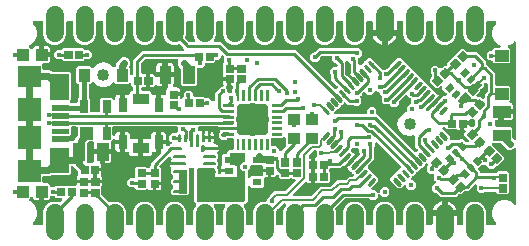
<source format=gbr>
G04 EAGLE Gerber RS-274X export*
G75*
%MOMM*%
%FSLAX34Y34*%
%LPD*%
%INTop Copper*%
%IPPOS*%
%AMOC8*
5,1,8,0,0,1.08239X$1,22.5*%
G01*
%ADD10C,0.018600*%
%ADD11C,0.012000*%
%ADD12C,0.048000*%
%ADD13C,0.054000*%
%ADD14C,0.057000*%
%ADD15C,0.030000*%
%ADD16C,0.018000*%
%ADD17C,0.028500*%
%ADD18C,1.016000*%
%ADD19R,0.750000X1.150000*%
%ADD20R,1.400000X0.950000*%
%ADD21C,1.524000*%
%ADD22C,0.018200*%
%ADD23C,0.027000*%
%ADD24C,0.150000*%
%ADD25C,0.060000*%
%ADD26C,0.256000*%
%ADD27C,0.000000*%
%ADD28R,0.800000X0.550000*%
%ADD29C,0.072000*%
%ADD30C,0.520000*%
%ADD31C,0.050000*%
%ADD32C,0.040000*%
%ADD33C,0.254000*%
%ADD34C,0.393200*%
%ADD35C,0.406400*%
%ADD36C,0.403200*%
%ADD37C,0.203200*%
%ADD38C,0.609600*%
%ADD39C,0.304800*%

G36*
X428039Y74935D02*
X428039Y74935D01*
X428177Y74943D01*
X428196Y74949D01*
X428216Y74951D01*
X428347Y74999D01*
X428479Y75041D01*
X428497Y75052D01*
X428516Y75059D01*
X428630Y75137D01*
X428748Y75211D01*
X428762Y75226D01*
X428779Y75238D01*
X428871Y75342D01*
X428966Y75443D01*
X428976Y75461D01*
X428989Y75476D01*
X429052Y75600D01*
X429120Y75722D01*
X429125Y75741D01*
X429134Y75759D01*
X429146Y75812D01*
X429147Y75814D01*
X429151Y75835D01*
X429164Y75895D01*
X429199Y76030D01*
X429201Y76058D01*
X429204Y76070D01*
X429203Y76090D01*
X429204Y76115D01*
X429207Y76127D01*
X429206Y76138D01*
X429209Y76190D01*
X429209Y156878D01*
X429192Y157015D01*
X429179Y157154D01*
X429172Y157173D01*
X429169Y157193D01*
X429118Y157322D01*
X429071Y157453D01*
X429060Y157470D01*
X429052Y157489D01*
X428971Y157601D01*
X428893Y157716D01*
X428877Y157730D01*
X428866Y157746D01*
X428758Y157835D01*
X428654Y157927D01*
X428636Y157936D01*
X428621Y157949D01*
X428495Y158008D01*
X428371Y158071D01*
X428351Y158076D01*
X428333Y158084D01*
X428196Y158111D01*
X428061Y158141D01*
X428040Y158140D01*
X428021Y158144D01*
X427882Y158136D01*
X427743Y158131D01*
X427723Y158126D01*
X427703Y158125D01*
X427571Y158082D01*
X427437Y158043D01*
X427420Y158033D01*
X427401Y158026D01*
X427283Y157952D01*
X427163Y157881D01*
X427142Y157863D01*
X427132Y157856D01*
X427118Y157841D01*
X427043Y157775D01*
X425215Y155948D01*
X422804Y154949D01*
X422761Y154925D01*
X422714Y154908D01*
X422623Y154846D01*
X422528Y154792D01*
X422492Y154757D01*
X422451Y154729D01*
X422378Y154647D01*
X422300Y154570D01*
X422274Y154528D01*
X422241Y154491D01*
X422191Y154393D01*
X422133Y154299D01*
X422119Y154252D01*
X422096Y154207D01*
X422072Y154100D01*
X422040Y153995D01*
X422037Y153946D01*
X422026Y153897D01*
X422030Y153787D01*
X422025Y153678D01*
X422035Y153629D01*
X422036Y153579D01*
X422067Y153474D01*
X422089Y153366D01*
X422111Y153321D01*
X422124Y153274D01*
X422180Y153179D01*
X422229Y153080D01*
X422261Y153043D01*
X422286Y153000D01*
X422392Y152879D01*
X423883Y151389D01*
X423883Y140711D01*
X422639Y139467D01*
X410361Y139467D01*
X409113Y140716D01*
X409102Y140800D01*
X409095Y140919D01*
X409082Y140957D01*
X409077Y140998D01*
X409034Y141108D01*
X408997Y141221D01*
X408975Y141256D01*
X408960Y141293D01*
X408891Y141389D01*
X408827Y141490D01*
X408797Y141518D01*
X408774Y141551D01*
X408682Y141627D01*
X408595Y141708D01*
X408560Y141728D01*
X408529Y141753D01*
X408421Y141804D01*
X408317Y141862D01*
X408277Y141872D01*
X408241Y141889D01*
X408124Y141911D01*
X408009Y141941D01*
X407949Y141945D01*
X407929Y141949D01*
X407908Y141947D01*
X407848Y141951D01*
X406323Y141951D01*
X403951Y144323D01*
X403951Y147677D01*
X406323Y150049D01*
X407848Y150049D01*
X407966Y150064D01*
X408085Y150071D01*
X408123Y150084D01*
X408164Y150089D01*
X408274Y150132D01*
X408387Y150169D01*
X408422Y150191D01*
X408459Y150206D01*
X408555Y150275D01*
X408656Y150339D01*
X408684Y150369D01*
X408717Y150392D01*
X408793Y150484D01*
X408874Y150571D01*
X408894Y150606D01*
X408919Y150637D01*
X408970Y150745D01*
X409028Y150849D01*
X409038Y150889D01*
X409055Y150925D01*
X409077Y151042D01*
X409107Y151157D01*
X409111Y151217D01*
X409115Y151237D01*
X409113Y151258D01*
X409117Y151318D01*
X409117Y151389D01*
X410361Y152633D01*
X414607Y152633D01*
X414676Y152641D01*
X414746Y152640D01*
X414834Y152661D01*
X414923Y152673D01*
X414988Y152698D01*
X415055Y152715D01*
X415135Y152757D01*
X415218Y152790D01*
X415275Y152831D01*
X415337Y152863D01*
X415403Y152924D01*
X415476Y152976D01*
X415520Y153030D01*
X415572Y153077D01*
X415621Y153152D01*
X415679Y153221D01*
X415708Y153285D01*
X415747Y153343D01*
X415776Y153428D01*
X415814Y153509D01*
X415827Y153578D01*
X415850Y153644D01*
X415857Y153733D01*
X415874Y153821D01*
X415869Y153891D01*
X415875Y153961D01*
X415860Y154049D01*
X415854Y154139D01*
X415833Y154205D01*
X415821Y154274D01*
X415784Y154356D01*
X415756Y154441D01*
X415719Y154500D01*
X415690Y154564D01*
X415634Y154634D01*
X415586Y154710D01*
X415535Y154758D01*
X415491Y154812D01*
X415420Y154867D01*
X415354Y154928D01*
X415293Y154962D01*
X415237Y155004D01*
X415093Y155075D01*
X412985Y155948D01*
X409948Y158985D01*
X408304Y162953D01*
X408304Y167247D01*
X409948Y171215D01*
X411775Y173043D01*
X411860Y173152D01*
X411949Y173259D01*
X411958Y173278D01*
X411970Y173294D01*
X412025Y173422D01*
X412084Y173547D01*
X412088Y173567D01*
X412096Y173586D01*
X412118Y173724D01*
X412144Y173860D01*
X412143Y173880D01*
X412146Y173900D01*
X412133Y174039D01*
X412125Y174177D01*
X412118Y174196D01*
X412116Y174216D01*
X412069Y174348D01*
X412026Y174479D01*
X412016Y174497D01*
X412009Y174516D01*
X411931Y174631D01*
X411856Y174748D01*
X411842Y174762D01*
X411830Y174779D01*
X411726Y174871D01*
X411625Y174966D01*
X411607Y174976D01*
X411592Y174989D01*
X411468Y175053D01*
X411346Y175120D01*
X411327Y175125D01*
X411309Y175134D01*
X411173Y175164D01*
X411038Y175199D01*
X411010Y175201D01*
X410998Y175204D01*
X410978Y175203D01*
X410878Y175209D01*
X404622Y175209D01*
X404504Y175194D01*
X404385Y175187D01*
X404347Y175174D01*
X404306Y175169D01*
X404196Y175126D01*
X404083Y175089D01*
X404048Y175067D01*
X404011Y175052D01*
X403915Y174983D01*
X403814Y174919D01*
X403786Y174889D01*
X403753Y174866D01*
X403677Y174774D01*
X403596Y174687D01*
X403576Y174652D01*
X403551Y174621D01*
X403500Y174513D01*
X403442Y174409D01*
X403432Y174369D01*
X403415Y174333D01*
X403393Y174216D01*
X403363Y174101D01*
X403359Y174041D01*
X403355Y174021D01*
X403355Y174020D01*
X403357Y174000D01*
X403353Y173940D01*
X403353Y163180D01*
X401883Y159632D01*
X399168Y156917D01*
X395620Y155447D01*
X391780Y155447D01*
X388232Y156917D01*
X385517Y159632D01*
X384047Y163180D01*
X384047Y173940D01*
X384032Y174058D01*
X384025Y174177D01*
X384012Y174215D01*
X384007Y174256D01*
X383964Y174366D01*
X383927Y174479D01*
X383905Y174514D01*
X383890Y174551D01*
X383821Y174647D01*
X383757Y174748D01*
X383727Y174776D01*
X383704Y174809D01*
X383612Y174885D01*
X383525Y174966D01*
X383490Y174986D01*
X383459Y175011D01*
X383351Y175062D01*
X383247Y175120D01*
X383207Y175130D01*
X383171Y175147D01*
X383054Y175169D01*
X382939Y175199D01*
X382879Y175203D01*
X382859Y175207D01*
X382838Y175205D01*
X382778Y175209D01*
X379222Y175209D01*
X379104Y175194D01*
X378985Y175187D01*
X378947Y175174D01*
X378906Y175169D01*
X378796Y175126D01*
X378683Y175089D01*
X378648Y175067D01*
X378611Y175052D01*
X378515Y174983D01*
X378414Y174919D01*
X378386Y174889D01*
X378353Y174866D01*
X378277Y174774D01*
X378196Y174687D01*
X378176Y174652D01*
X378151Y174621D01*
X378100Y174513D01*
X378042Y174409D01*
X378032Y174369D01*
X378015Y174333D01*
X377993Y174216D01*
X377963Y174101D01*
X377959Y174041D01*
X377955Y174021D01*
X377955Y174020D01*
X377957Y174000D01*
X377953Y173940D01*
X377953Y163180D01*
X376483Y159632D01*
X373768Y156917D01*
X370220Y155447D01*
X366380Y155447D01*
X362832Y156917D01*
X360117Y159632D01*
X358647Y163180D01*
X358647Y173940D01*
X358632Y174058D01*
X358625Y174177D01*
X358612Y174215D01*
X358607Y174256D01*
X358564Y174366D01*
X358527Y174479D01*
X358505Y174514D01*
X358490Y174551D01*
X358421Y174647D01*
X358357Y174748D01*
X358327Y174776D01*
X358304Y174809D01*
X358212Y174885D01*
X358125Y174966D01*
X358090Y174986D01*
X358059Y175011D01*
X357951Y175062D01*
X357847Y175120D01*
X357807Y175130D01*
X357771Y175147D01*
X357654Y175169D01*
X357539Y175199D01*
X357479Y175203D01*
X357459Y175207D01*
X357438Y175205D01*
X357378Y175209D01*
X353822Y175209D01*
X353704Y175194D01*
X353585Y175187D01*
X353547Y175174D01*
X353506Y175169D01*
X353396Y175126D01*
X353283Y175089D01*
X353248Y175067D01*
X353211Y175052D01*
X353115Y174983D01*
X353014Y174919D01*
X352986Y174889D01*
X352953Y174866D01*
X352877Y174774D01*
X352796Y174687D01*
X352776Y174652D01*
X352751Y174621D01*
X352700Y174513D01*
X352642Y174409D01*
X352632Y174369D01*
X352615Y174333D01*
X352593Y174216D01*
X352563Y174101D01*
X352559Y174041D01*
X352555Y174021D01*
X352555Y174020D01*
X352557Y174000D01*
X352553Y173940D01*
X352553Y163180D01*
X351083Y159632D01*
X348368Y156917D01*
X344820Y155447D01*
X340980Y155447D01*
X337432Y156917D01*
X334717Y159632D01*
X333247Y163180D01*
X333247Y173940D01*
X333232Y174058D01*
X333225Y174177D01*
X333212Y174215D01*
X333207Y174256D01*
X333164Y174366D01*
X333127Y174479D01*
X333105Y174514D01*
X333090Y174551D01*
X333021Y174647D01*
X332957Y174748D01*
X332927Y174776D01*
X332904Y174809D01*
X332812Y174885D01*
X332725Y174966D01*
X332690Y174986D01*
X332659Y175011D01*
X332551Y175062D01*
X332447Y175120D01*
X332407Y175130D01*
X332371Y175147D01*
X332254Y175169D01*
X332139Y175199D01*
X332079Y175203D01*
X332059Y175207D01*
X332038Y175205D01*
X331978Y175209D01*
X328930Y175209D01*
X328812Y175194D01*
X328693Y175187D01*
X328655Y175174D01*
X328614Y175169D01*
X328504Y175126D01*
X328391Y175089D01*
X328356Y175067D01*
X328319Y175052D01*
X328223Y174983D01*
X328122Y174919D01*
X328094Y174889D01*
X328061Y174866D01*
X327985Y174774D01*
X327904Y174687D01*
X327884Y174652D01*
X327859Y174621D01*
X327808Y174513D01*
X327750Y174409D01*
X327740Y174369D01*
X327723Y174333D01*
X327701Y174216D01*
X327671Y174101D01*
X327667Y174041D01*
X327663Y174021D01*
X327663Y174020D01*
X327665Y174000D01*
X327661Y173940D01*
X327661Y167639D01*
X318770Y167639D01*
X318652Y167624D01*
X318533Y167617D01*
X318495Y167604D01*
X318455Y167599D01*
X318344Y167556D01*
X318231Y167519D01*
X318197Y167497D01*
X318159Y167482D01*
X318063Y167412D01*
X317962Y167349D01*
X317934Y167319D01*
X317902Y167295D01*
X317826Y167204D01*
X317744Y167117D01*
X317725Y167082D01*
X317699Y167051D01*
X317648Y166943D01*
X317591Y166839D01*
X317580Y166799D01*
X317563Y166763D01*
X317541Y166646D01*
X317511Y166531D01*
X317507Y166470D01*
X317503Y166450D01*
X317505Y166430D01*
X317501Y166370D01*
X317501Y165099D01*
X317499Y165099D01*
X317499Y166370D01*
X317484Y166488D01*
X317477Y166607D01*
X317464Y166645D01*
X317459Y166685D01*
X317415Y166796D01*
X317379Y166909D01*
X317357Y166944D01*
X317342Y166981D01*
X317272Y167077D01*
X317209Y167178D01*
X317179Y167206D01*
X317155Y167239D01*
X317064Y167314D01*
X316977Y167396D01*
X316942Y167416D01*
X316910Y167441D01*
X316803Y167492D01*
X316698Y167550D01*
X316659Y167560D01*
X316623Y167577D01*
X316506Y167599D01*
X316391Y167629D01*
X316330Y167633D01*
X316310Y167637D01*
X316290Y167635D01*
X316230Y167639D01*
X307339Y167639D01*
X307339Y173940D01*
X307324Y174058D01*
X307317Y174177D01*
X307304Y174215D01*
X307299Y174256D01*
X307256Y174366D01*
X307219Y174479D01*
X307197Y174514D01*
X307182Y174551D01*
X307113Y174647D01*
X307049Y174748D01*
X307019Y174776D01*
X306996Y174809D01*
X306904Y174885D01*
X306817Y174966D01*
X306782Y174986D01*
X306751Y175011D01*
X306643Y175062D01*
X306539Y175120D01*
X306499Y175130D01*
X306463Y175147D01*
X306346Y175169D01*
X306231Y175199D01*
X306171Y175203D01*
X306151Y175207D01*
X306130Y175205D01*
X306070Y175209D01*
X303022Y175209D01*
X302904Y175194D01*
X302785Y175187D01*
X302747Y175174D01*
X302706Y175169D01*
X302596Y175126D01*
X302483Y175089D01*
X302448Y175067D01*
X302411Y175052D01*
X302315Y174983D01*
X302214Y174919D01*
X302186Y174889D01*
X302153Y174866D01*
X302077Y174774D01*
X301996Y174687D01*
X301976Y174652D01*
X301951Y174621D01*
X301900Y174513D01*
X301842Y174409D01*
X301832Y174369D01*
X301815Y174333D01*
X301793Y174216D01*
X301763Y174101D01*
X301759Y174041D01*
X301755Y174021D01*
X301755Y174020D01*
X301757Y174000D01*
X301753Y173940D01*
X301753Y163180D01*
X300283Y159632D01*
X297568Y156917D01*
X294020Y155447D01*
X290180Y155447D01*
X286632Y156917D01*
X283917Y159632D01*
X282447Y163180D01*
X282447Y173940D01*
X282432Y174058D01*
X282425Y174177D01*
X282412Y174215D01*
X282407Y174256D01*
X282364Y174366D01*
X282327Y174479D01*
X282305Y174514D01*
X282290Y174551D01*
X282221Y174647D01*
X282157Y174748D01*
X282127Y174776D01*
X282104Y174809D01*
X282012Y174885D01*
X281925Y174966D01*
X281890Y174986D01*
X281859Y175011D01*
X281751Y175062D01*
X281647Y175120D01*
X281607Y175130D01*
X281571Y175147D01*
X281454Y175169D01*
X281339Y175199D01*
X281279Y175203D01*
X281259Y175207D01*
X281238Y175205D01*
X281178Y175209D01*
X277622Y175209D01*
X277504Y175194D01*
X277385Y175187D01*
X277347Y175174D01*
X277306Y175169D01*
X277196Y175126D01*
X277083Y175089D01*
X277048Y175067D01*
X277011Y175052D01*
X276915Y174983D01*
X276814Y174919D01*
X276786Y174889D01*
X276753Y174866D01*
X276677Y174774D01*
X276596Y174687D01*
X276576Y174652D01*
X276551Y174621D01*
X276500Y174513D01*
X276442Y174409D01*
X276432Y174369D01*
X276415Y174333D01*
X276393Y174216D01*
X276363Y174101D01*
X276359Y174041D01*
X276355Y174021D01*
X276355Y174020D01*
X276357Y174000D01*
X276353Y173940D01*
X276353Y163180D01*
X274883Y159632D01*
X272168Y156917D01*
X268620Y155447D01*
X264780Y155447D01*
X261232Y156917D01*
X258517Y159632D01*
X257047Y163180D01*
X257047Y173940D01*
X257032Y174058D01*
X257025Y174177D01*
X257012Y174215D01*
X257007Y174256D01*
X256964Y174366D01*
X256927Y174479D01*
X256905Y174514D01*
X256890Y174551D01*
X256821Y174647D01*
X256757Y174748D01*
X256727Y174776D01*
X256704Y174809D01*
X256612Y174885D01*
X256525Y174966D01*
X256490Y174986D01*
X256459Y175011D01*
X256351Y175062D01*
X256247Y175120D01*
X256207Y175130D01*
X256171Y175147D01*
X256054Y175169D01*
X255939Y175199D01*
X255879Y175203D01*
X255859Y175207D01*
X255838Y175205D01*
X255778Y175209D01*
X252222Y175209D01*
X252104Y175194D01*
X251985Y175187D01*
X251947Y175174D01*
X251906Y175169D01*
X251796Y175126D01*
X251683Y175089D01*
X251648Y175067D01*
X251611Y175052D01*
X251515Y174983D01*
X251414Y174919D01*
X251386Y174889D01*
X251353Y174866D01*
X251277Y174774D01*
X251196Y174687D01*
X251176Y174652D01*
X251151Y174621D01*
X251100Y174513D01*
X251042Y174409D01*
X251032Y174369D01*
X251015Y174333D01*
X250993Y174216D01*
X250963Y174101D01*
X250959Y174041D01*
X250955Y174021D01*
X250955Y174020D01*
X250957Y174000D01*
X250953Y173940D01*
X250953Y163180D01*
X249483Y159632D01*
X246768Y156917D01*
X243220Y155447D01*
X239380Y155447D01*
X235832Y156917D01*
X233117Y159632D01*
X231647Y163180D01*
X231647Y173940D01*
X231632Y174058D01*
X231625Y174177D01*
X231612Y174215D01*
X231607Y174256D01*
X231564Y174366D01*
X231527Y174479D01*
X231505Y174514D01*
X231490Y174551D01*
X231421Y174647D01*
X231357Y174748D01*
X231327Y174776D01*
X231304Y174809D01*
X231212Y174885D01*
X231125Y174966D01*
X231090Y174986D01*
X231059Y175011D01*
X230951Y175062D01*
X230847Y175120D01*
X230807Y175130D01*
X230771Y175147D01*
X230654Y175169D01*
X230539Y175199D01*
X230479Y175203D01*
X230459Y175207D01*
X230438Y175205D01*
X230378Y175209D01*
X226822Y175209D01*
X226704Y175194D01*
X226585Y175187D01*
X226547Y175174D01*
X226506Y175169D01*
X226396Y175126D01*
X226283Y175089D01*
X226248Y175067D01*
X226211Y175052D01*
X226115Y174983D01*
X226014Y174919D01*
X225986Y174889D01*
X225953Y174866D01*
X225877Y174774D01*
X225796Y174687D01*
X225776Y174652D01*
X225751Y174621D01*
X225700Y174513D01*
X225642Y174409D01*
X225632Y174369D01*
X225615Y174333D01*
X225593Y174216D01*
X225563Y174101D01*
X225559Y174041D01*
X225555Y174021D01*
X225555Y174020D01*
X225557Y174000D01*
X225553Y173940D01*
X225553Y163180D01*
X224083Y159632D01*
X221368Y156917D01*
X217820Y155447D01*
X213980Y155447D01*
X210432Y156917D01*
X207717Y159632D01*
X206247Y163180D01*
X206247Y173940D01*
X206232Y174058D01*
X206225Y174177D01*
X206212Y174215D01*
X206207Y174256D01*
X206164Y174366D01*
X206127Y174479D01*
X206105Y174514D01*
X206090Y174551D01*
X206021Y174647D01*
X205957Y174748D01*
X205927Y174776D01*
X205904Y174809D01*
X205812Y174885D01*
X205725Y174966D01*
X205690Y174986D01*
X205659Y175011D01*
X205551Y175062D01*
X205447Y175120D01*
X205407Y175130D01*
X205371Y175147D01*
X205254Y175169D01*
X205139Y175199D01*
X205079Y175203D01*
X205059Y175207D01*
X205038Y175205D01*
X204978Y175209D01*
X201422Y175209D01*
X201304Y175194D01*
X201185Y175187D01*
X201147Y175174D01*
X201106Y175169D01*
X200996Y175126D01*
X200883Y175089D01*
X200848Y175067D01*
X200811Y175052D01*
X200715Y174983D01*
X200614Y174919D01*
X200586Y174889D01*
X200553Y174866D01*
X200477Y174774D01*
X200396Y174687D01*
X200376Y174652D01*
X200351Y174621D01*
X200300Y174513D01*
X200242Y174409D01*
X200232Y174369D01*
X200215Y174333D01*
X200193Y174216D01*
X200163Y174101D01*
X200159Y174041D01*
X200155Y174021D01*
X200155Y174020D01*
X200157Y174000D01*
X200153Y173940D01*
X200153Y163180D01*
X198683Y159632D01*
X195968Y156917D01*
X192420Y155447D01*
X188580Y155447D01*
X185032Y156917D01*
X182317Y159632D01*
X180847Y163180D01*
X180847Y173940D01*
X180832Y174058D01*
X180825Y174177D01*
X180812Y174215D01*
X180807Y174256D01*
X180764Y174366D01*
X180727Y174479D01*
X180705Y174514D01*
X180690Y174551D01*
X180621Y174647D01*
X180557Y174748D01*
X180527Y174776D01*
X180504Y174809D01*
X180412Y174885D01*
X180325Y174966D01*
X180290Y174986D01*
X180259Y175011D01*
X180151Y175062D01*
X180047Y175120D01*
X180007Y175130D01*
X179971Y175147D01*
X179854Y175169D01*
X179739Y175199D01*
X179679Y175203D01*
X179659Y175207D01*
X179638Y175205D01*
X179578Y175209D01*
X176022Y175209D01*
X175904Y175194D01*
X175785Y175187D01*
X175747Y175174D01*
X175706Y175169D01*
X175596Y175126D01*
X175483Y175089D01*
X175448Y175067D01*
X175411Y175052D01*
X175315Y174983D01*
X175214Y174919D01*
X175186Y174889D01*
X175153Y174866D01*
X175077Y174774D01*
X174996Y174687D01*
X174976Y174652D01*
X174951Y174621D01*
X174900Y174513D01*
X174842Y174409D01*
X174832Y174369D01*
X174815Y174333D01*
X174793Y174216D01*
X174763Y174101D01*
X174759Y174041D01*
X174755Y174021D01*
X174755Y174020D01*
X174757Y174000D01*
X174753Y173940D01*
X174753Y163180D01*
X173279Y159623D01*
X173213Y159538D01*
X173125Y159431D01*
X173116Y159412D01*
X173104Y159396D01*
X173048Y159268D01*
X172989Y159143D01*
X172985Y159123D01*
X172977Y159104D01*
X172955Y158967D01*
X172929Y158830D01*
X172931Y158810D01*
X172927Y158790D01*
X172940Y158652D01*
X172949Y158513D01*
X172955Y158494D01*
X172957Y158474D01*
X173004Y158343D01*
X173047Y158211D01*
X173058Y158194D01*
X173065Y158174D01*
X173143Y158059D01*
X173217Y157942D01*
X173232Y157928D01*
X173243Y157911D01*
X173348Y157819D01*
X173449Y157724D01*
X173466Y157714D01*
X173482Y157701D01*
X173606Y157637D01*
X173727Y157570D01*
X173747Y157565D01*
X173765Y157556D01*
X173901Y157526D01*
X174035Y157491D01*
X174063Y157489D01*
X174075Y157486D01*
X174096Y157487D01*
X174196Y157481D01*
X178868Y157481D01*
X185406Y150942D01*
X185485Y150882D01*
X185557Y150814D01*
X185610Y150785D01*
X185658Y150748D01*
X185749Y150708D01*
X185835Y150660D01*
X185894Y150645D01*
X185949Y150621D01*
X186047Y150606D01*
X186143Y150581D01*
X186243Y150575D01*
X186264Y150571D01*
X186276Y150573D01*
X186304Y150571D01*
X242572Y150571D01*
X275178Y117965D01*
X275272Y117892D01*
X275361Y117814D01*
X275397Y117795D01*
X275429Y117770D01*
X275538Y117723D01*
X275644Y117669D01*
X275684Y117660D01*
X275721Y117644D01*
X275838Y117625D01*
X275954Y117599D01*
X275995Y117601D01*
X276035Y117594D01*
X276154Y117605D01*
X276272Y117609D01*
X276311Y117620D01*
X276352Y117624D01*
X276464Y117664D01*
X276578Y117697D01*
X276613Y117718D01*
X276651Y117732D01*
X276749Y117799D01*
X276852Y117859D01*
X276897Y117899D01*
X276914Y117910D01*
X276927Y117926D01*
X276973Y117965D01*
X277578Y118571D01*
X277651Y118665D01*
X277730Y118754D01*
X277748Y118790D01*
X277773Y118822D01*
X277820Y118931D01*
X277874Y119037D01*
X277883Y119077D01*
X277899Y119114D01*
X277918Y119232D01*
X277944Y119348D01*
X277943Y119388D01*
X277949Y119428D01*
X277938Y119546D01*
X277934Y119665D01*
X277923Y119704D01*
X277919Y119744D01*
X277879Y119857D01*
X277846Y119971D01*
X277825Y120006D01*
X277812Y120044D01*
X277745Y120142D01*
X277684Y120245D01*
X277645Y120290D01*
X277633Y120307D01*
X277618Y120320D01*
X277578Y120366D01*
X272168Y125776D01*
X272168Y129301D01*
X272156Y129399D01*
X272153Y129498D01*
X272136Y129557D01*
X272128Y129617D01*
X272092Y129709D01*
X272064Y129804D01*
X272033Y129856D01*
X272011Y129912D01*
X271953Y129992D01*
X271903Y130078D01*
X271836Y130153D01*
X271824Y130170D01*
X271815Y130178D01*
X271796Y130199D01*
X271422Y130573D01*
X271422Y133927D01*
X273794Y136299D01*
X276517Y136299D01*
X276635Y136314D01*
X276754Y136321D01*
X276792Y136334D01*
X276832Y136339D01*
X276943Y136382D01*
X277056Y136419D01*
X277090Y136441D01*
X277128Y136456D01*
X277224Y136525D01*
X277325Y136589D01*
X277353Y136619D01*
X277385Y136642D01*
X277461Y136734D01*
X277543Y136821D01*
X277562Y136856D01*
X277588Y136887D01*
X277639Y136995D01*
X277696Y137099D01*
X277707Y137139D01*
X277724Y137175D01*
X277746Y137292D01*
X277776Y137407D01*
X277780Y137467D01*
X277784Y137487D01*
X277782Y137508D01*
X277786Y137568D01*
X277786Y137838D01*
X277774Y137936D01*
X277771Y138035D01*
X277754Y138094D01*
X277746Y138154D01*
X277710Y138246D01*
X277682Y138341D01*
X277651Y138393D01*
X277629Y138449D01*
X277571Y138529D01*
X277521Y138615D01*
X277454Y138690D01*
X277442Y138707D01*
X277433Y138715D01*
X277414Y138736D01*
X276839Y139312D01*
X276760Y139372D01*
X276688Y139440D01*
X276635Y139469D01*
X276587Y139506D01*
X276496Y139546D01*
X276410Y139594D01*
X276351Y139609D01*
X276295Y139633D01*
X276197Y139648D01*
X276102Y139673D01*
X276002Y139679D01*
X275981Y139683D01*
X275969Y139681D01*
X275941Y139683D01*
X275412Y139683D01*
X273040Y142055D01*
X273040Y144478D01*
X273025Y144596D01*
X273018Y144715D01*
X273005Y144753D01*
X273000Y144794D01*
X272956Y144904D01*
X272920Y145017D01*
X272898Y145052D01*
X272883Y145089D01*
X272813Y145185D01*
X272750Y145286D01*
X272720Y145314D01*
X272696Y145347D01*
X272605Y145423D01*
X272518Y145504D01*
X272483Y145524D01*
X272451Y145549D01*
X272344Y145600D01*
X272239Y145658D01*
X272200Y145668D01*
X272164Y145685D01*
X272047Y145707D01*
X271932Y145737D01*
X271871Y145741D01*
X271851Y145745D01*
X271831Y145743D01*
X271771Y145747D01*
X264944Y145747D01*
X264846Y145735D01*
X264747Y145732D01*
X264688Y145715D01*
X264628Y145707D01*
X264536Y145671D01*
X264441Y145643D01*
X264389Y145613D01*
X264333Y145590D01*
X264253Y145532D01*
X264167Y145482D01*
X264092Y145416D01*
X264075Y145404D01*
X264067Y145394D01*
X264046Y145376D01*
X262896Y144225D01*
X262835Y144147D01*
X262767Y144075D01*
X262738Y144022D01*
X262701Y143974D01*
X262661Y143883D01*
X262614Y143796D01*
X262598Y143737D01*
X262574Y143682D01*
X262559Y143584D01*
X262534Y143488D01*
X262528Y143388D01*
X262525Y143368D01*
X262526Y143355D01*
X262524Y143327D01*
X262524Y142869D01*
X260182Y140526D01*
X256869Y140526D01*
X254526Y142869D01*
X254526Y146182D01*
X256869Y148524D01*
X257327Y148524D01*
X257426Y148536D01*
X257525Y148539D01*
X257583Y148556D01*
X257643Y148564D01*
X257735Y148600D01*
X257830Y148628D01*
X257882Y148659D01*
X257939Y148681D01*
X258019Y148739D01*
X258104Y148789D01*
X258179Y148856D01*
X258196Y148868D01*
X258204Y148877D01*
X258225Y148896D01*
X261682Y152353D01*
X295374Y152353D01*
X297999Y149728D01*
X297999Y146416D01*
X295674Y144091D01*
X295614Y144013D01*
X295546Y143941D01*
X295517Y143888D01*
X295480Y143840D01*
X295440Y143749D01*
X295392Y143663D01*
X295377Y143604D01*
X295353Y143548D01*
X295338Y143450D01*
X295313Y143355D01*
X295307Y143254D01*
X295303Y143234D01*
X295305Y143222D01*
X295303Y143194D01*
X295303Y139360D01*
X295320Y139222D01*
X295333Y139083D01*
X295340Y139064D01*
X295343Y139044D01*
X295394Y138915D01*
X295441Y138784D01*
X295452Y138767D01*
X295460Y138748D01*
X295541Y138636D01*
X295619Y138521D01*
X295635Y138508D01*
X295646Y138491D01*
X295754Y138402D01*
X295858Y138310D01*
X295876Y138301D01*
X295891Y138288D01*
X296017Y138229D01*
X296141Y138166D01*
X296161Y138161D01*
X296179Y138153D01*
X296315Y138127D01*
X296451Y138096D01*
X296472Y138097D01*
X296491Y138093D01*
X296630Y138102D01*
X296769Y138106D01*
X296789Y138111D01*
X296809Y138113D01*
X296941Y138156D01*
X297075Y138194D01*
X297092Y138205D01*
X297111Y138211D01*
X297229Y138285D01*
X297349Y138356D01*
X297370Y138374D01*
X297380Y138381D01*
X297394Y138396D01*
X297469Y138462D01*
X299702Y140694D01*
X299795Y140700D01*
X299834Y140713D01*
X299874Y140718D01*
X299985Y140761D01*
X300098Y140798D01*
X300132Y140820D01*
X300169Y140835D01*
X300266Y140905D01*
X300366Y140968D01*
X300394Y140998D01*
X300427Y141022D01*
X300503Y141113D01*
X300584Y141200D01*
X300604Y141235D01*
X300630Y141266D01*
X300680Y141374D01*
X300738Y141478D01*
X300748Y141518D01*
X300765Y141554D01*
X300787Y141671D01*
X300817Y141786D01*
X300819Y141812D01*
X303221Y144213D01*
X305965Y144213D01*
X312114Y138064D01*
X312118Y138033D01*
X312121Y137934D01*
X312138Y137876D01*
X312146Y137816D01*
X312182Y137724D01*
X312210Y137629D01*
X312240Y137577D01*
X312263Y137520D01*
X312321Y137440D01*
X312371Y137355D01*
X312437Y137280D01*
X312449Y137263D01*
X312459Y137255D01*
X312477Y137234D01*
X314372Y135340D01*
X314372Y135339D01*
X315552Y134159D01*
X315646Y134086D01*
X315736Y134007D01*
X315772Y133989D01*
X315804Y133964D01*
X315913Y133917D01*
X316019Y133863D01*
X316058Y133854D01*
X316095Y133838D01*
X316213Y133819D01*
X316329Y133793D01*
X316370Y133794D01*
X316410Y133788D01*
X316528Y133799D01*
X316647Y133803D01*
X316686Y133814D01*
X316726Y133818D01*
X316838Y133858D01*
X316953Y133891D01*
X316988Y133912D01*
X317025Y133925D01*
X317124Y133992D01*
X317227Y134053D01*
X317272Y134093D01*
X317289Y134104D01*
X317302Y134119D01*
X317347Y134159D01*
X317437Y134249D01*
X318511Y134249D01*
X318610Y134261D01*
X318709Y134264D01*
X318767Y134281D01*
X318827Y134289D01*
X318919Y134325D01*
X319014Y134353D01*
X319066Y134383D01*
X319123Y134406D01*
X319203Y134464D01*
X319288Y134514D01*
X319363Y134580D01*
X319380Y134592D01*
X319388Y134602D01*
X319409Y134620D01*
X322023Y137234D01*
X322083Y137312D01*
X322151Y137385D01*
X322180Y137438D01*
X322217Y137485D01*
X322257Y137576D01*
X322305Y137663D01*
X322320Y137722D01*
X322344Y137777D01*
X322359Y137875D01*
X322384Y137971D01*
X322390Y138069D01*
X328535Y144213D01*
X331279Y144213D01*
X333689Y141804D01*
X333695Y141710D01*
X333707Y141672D01*
X333712Y141632D01*
X333756Y141521D01*
X333793Y141408D01*
X333814Y141373D01*
X333829Y141336D01*
X333899Y141240D01*
X333963Y141139D01*
X333992Y141111D01*
X334016Y141078D01*
X334108Y141003D01*
X334195Y140921D01*
X334230Y140901D01*
X334261Y140876D01*
X334369Y140825D01*
X334473Y140767D01*
X334512Y140757D01*
X334549Y140740D01*
X334666Y140718D01*
X334781Y140688D01*
X334806Y140686D01*
X337225Y138268D01*
X337230Y138175D01*
X337243Y138136D01*
X337248Y138096D01*
X337292Y137985D01*
X337328Y137872D01*
X337350Y137838D01*
X337365Y137800D01*
X337435Y137704D01*
X337499Y137603D01*
X337528Y137576D01*
X337552Y137543D01*
X337643Y137467D01*
X337730Y137385D01*
X337766Y137366D01*
X337797Y137340D01*
X337904Y137289D01*
X338009Y137232D01*
X338048Y137222D01*
X338084Y137205D01*
X338201Y137182D01*
X338317Y137152D01*
X338342Y137151D01*
X340760Y134733D01*
X340766Y134639D01*
X340778Y134601D01*
X340783Y134560D01*
X340827Y134450D01*
X340864Y134337D01*
X340886Y134302D01*
X340900Y134265D01*
X340970Y134169D01*
X341034Y134068D01*
X341064Y134040D01*
X341087Y134007D01*
X341179Y133931D01*
X341266Y133850D01*
X341301Y133830D01*
X341332Y133805D01*
X341440Y133754D01*
X341544Y133696D01*
X341583Y133686D01*
X341620Y133669D01*
X341737Y133647D01*
X341852Y133617D01*
X341877Y133615D01*
X344296Y131197D01*
X344301Y131104D01*
X344314Y131065D01*
X344319Y131025D01*
X344363Y130914D01*
X344399Y130801D01*
X344421Y130767D01*
X344436Y130729D01*
X344506Y130633D01*
X344570Y130532D01*
X344599Y130505D01*
X344623Y130472D01*
X344715Y130396D01*
X344801Y130314D01*
X344837Y130295D01*
X344868Y130269D01*
X344975Y130218D01*
X345080Y130161D01*
X345119Y130151D01*
X345155Y130134D01*
X345272Y130111D01*
X345388Y130081D01*
X345413Y130080D01*
X347831Y127662D01*
X347837Y127568D01*
X347849Y127530D01*
X347854Y127489D01*
X347898Y127379D01*
X347935Y127265D01*
X347957Y127231D01*
X347971Y127194D01*
X348041Y127097D01*
X348105Y126997D01*
X348135Y126969D01*
X348158Y126936D01*
X348250Y126860D01*
X348337Y126779D01*
X348372Y126759D01*
X348403Y126734D01*
X348511Y126683D01*
X348615Y126625D01*
X348654Y126615D01*
X348691Y126598D01*
X348808Y126576D01*
X348923Y126546D01*
X348948Y126544D01*
X351367Y124126D01*
X351372Y124032D01*
X351385Y123994D01*
X351390Y123954D01*
X351434Y123843D01*
X351470Y123730D01*
X351492Y123696D01*
X351507Y123658D01*
X351577Y123562D01*
X351641Y123461D01*
X351670Y123434D01*
X351694Y123401D01*
X351786Y123325D01*
X351872Y123243D01*
X351908Y123224D01*
X351939Y123198D01*
X352046Y123147D01*
X352151Y123090D01*
X352190Y123080D01*
X352227Y123062D01*
X352343Y123040D01*
X352459Y123010D01*
X352484Y123009D01*
X354902Y120591D01*
X354908Y120497D01*
X354920Y120458D01*
X354926Y120418D01*
X354969Y120308D01*
X355006Y120194D01*
X355028Y120160D01*
X355043Y120123D01*
X355112Y120026D01*
X355176Y119926D01*
X355206Y119898D01*
X355229Y119865D01*
X355321Y119789D01*
X355408Y119708D01*
X355443Y119688D01*
X355474Y119662D01*
X355582Y119612D01*
X355686Y119554D01*
X355726Y119544D01*
X355762Y119527D01*
X355879Y119505D01*
X355994Y119475D01*
X356019Y119473D01*
X358438Y117055D01*
X358444Y116961D01*
X358456Y116923D01*
X358461Y116883D01*
X358505Y116772D01*
X358542Y116659D01*
X358563Y116625D01*
X358578Y116587D01*
X358648Y116491D01*
X358712Y116390D01*
X358741Y116362D01*
X358765Y116330D01*
X358857Y116254D01*
X358943Y116172D01*
X358979Y116153D01*
X359010Y116127D01*
X359118Y116076D01*
X359222Y116019D01*
X359261Y116009D01*
X359298Y115991D01*
X359414Y115969D01*
X359530Y115939D01*
X359555Y115938D01*
X362072Y113421D01*
X362096Y113381D01*
X362114Y113337D01*
X362180Y113246D01*
X362239Y113151D01*
X362273Y113118D01*
X362300Y113080D01*
X362387Y113008D01*
X362468Y112931D01*
X362509Y112907D01*
X362545Y112877D01*
X362647Y112829D01*
X362745Y112774D01*
X362814Y112751D01*
X362833Y112742D01*
X362851Y112738D01*
X362898Y112723D01*
X363202Y112641D01*
X363673Y112369D01*
X358956Y107652D01*
X358955Y107652D01*
X353680Y102377D01*
X353652Y102367D01*
X353536Y102333D01*
X353502Y102313D01*
X353465Y102300D01*
X353366Y102232D01*
X353262Y102171D01*
X353229Y102141D01*
X353224Y102138D01*
X353217Y102131D01*
X353202Y102121D01*
X353189Y102106D01*
X353142Y102064D01*
X353133Y102055D01*
X353073Y101978D01*
X353006Y101906D01*
X352994Y101885D01*
X352992Y101883D01*
X352980Y101859D01*
X352976Y101852D01*
X352938Y101803D01*
X352899Y101714D01*
X352852Y101628D01*
X352837Y101568D01*
X352812Y101511D01*
X352797Y101415D01*
X352773Y101320D01*
X352766Y101217D01*
X352763Y101197D01*
X352764Y101186D01*
X352762Y101159D01*
X352762Y100328D01*
X352780Y100190D01*
X352793Y100051D01*
X352800Y100032D01*
X352802Y100012D01*
X352853Y99883D01*
X352900Y99752D01*
X352912Y99735D01*
X352919Y99716D01*
X353001Y99604D01*
X353079Y99489D01*
X353094Y99475D01*
X353106Y99459D01*
X353213Y99370D01*
X353317Y99278D01*
X353335Y99269D01*
X353351Y99256D01*
X353477Y99197D01*
X353601Y99134D01*
X353621Y99129D01*
X353639Y99121D01*
X353775Y99095D01*
X353911Y99064D01*
X353931Y99065D01*
X353951Y99061D01*
X354090Y99070D01*
X354229Y99074D01*
X354248Y99079D01*
X354269Y99081D01*
X354401Y99124D01*
X354534Y99162D01*
X354552Y99172D01*
X354571Y99179D01*
X354688Y99253D01*
X354808Y99324D01*
X354829Y99342D01*
X354840Y99349D01*
X354854Y99364D01*
X354929Y99430D01*
X355354Y99855D01*
X355427Y99949D01*
X355506Y100038D01*
X355524Y100074D01*
X355549Y100106D01*
X355596Y100216D01*
X355650Y100322D01*
X355659Y100361D01*
X355675Y100398D01*
X355694Y100516D01*
X355720Y100632D01*
X355719Y100672D01*
X355725Y100712D01*
X355715Y100821D01*
X360751Y105857D01*
X365902Y111008D01*
X365940Y111010D01*
X365979Y111021D01*
X366019Y111025D01*
X366131Y111065D01*
X366245Y111098D01*
X366280Y111119D01*
X366318Y111132D01*
X366417Y111199D01*
X366519Y111260D01*
X366565Y111299D01*
X366582Y111311D01*
X366595Y111326D01*
X366640Y111366D01*
X367323Y112049D01*
X369042Y112049D01*
X369179Y112066D01*
X369318Y112079D01*
X369337Y112086D01*
X369357Y112089D01*
X369486Y112140D01*
X369617Y112187D01*
X369634Y112198D01*
X369653Y112206D01*
X369765Y112287D01*
X369881Y112365D01*
X369894Y112381D01*
X369910Y112392D01*
X369999Y112500D01*
X370091Y112604D01*
X370100Y112622D01*
X370113Y112637D01*
X370172Y112763D01*
X370236Y112887D01*
X370240Y112907D01*
X370249Y112925D01*
X370275Y113061D01*
X370305Y113197D01*
X370305Y113218D01*
X370308Y113237D01*
X370300Y113376D01*
X370296Y113515D01*
X370290Y113535D01*
X370289Y113555D01*
X370246Y113687D01*
X370207Y113821D01*
X370197Y113838D01*
X370191Y113857D01*
X370116Y113975D01*
X370046Y114095D01*
X370027Y114116D01*
X370020Y114126D01*
X370005Y114140D01*
X369939Y114215D01*
X366514Y117640D01*
X366514Y118984D01*
X366497Y119121D01*
X366484Y119261D01*
X366477Y119280D01*
X366475Y119300D01*
X366424Y119429D01*
X366376Y119560D01*
X366365Y119577D01*
X366358Y119596D01*
X366276Y119708D01*
X366198Y119823D01*
X366183Y119837D01*
X366171Y119853D01*
X366063Y119942D01*
X365959Y120034D01*
X365941Y120043D01*
X365926Y120056D01*
X365800Y120115D01*
X365676Y120178D01*
X365656Y120183D01*
X365638Y120191D01*
X365502Y120217D01*
X365366Y120248D01*
X365346Y120247D01*
X365326Y120251D01*
X365187Y120242D01*
X365048Y120238D01*
X365028Y120233D01*
X365008Y120231D01*
X364876Y120189D01*
X364742Y120150D01*
X364725Y120140D01*
X364706Y120133D01*
X364588Y120059D01*
X364469Y119988D01*
X364448Y119970D01*
X364437Y119963D01*
X364423Y119948D01*
X364348Y119882D01*
X362845Y118379D01*
X361084Y118379D01*
X355586Y123877D01*
X355586Y125638D01*
X356902Y126953D01*
X356963Y127032D01*
X357030Y127104D01*
X357060Y127157D01*
X357097Y127205D01*
X357136Y127296D01*
X357184Y127382D01*
X357199Y127441D01*
X357223Y127497D01*
X357239Y127595D01*
X357263Y127690D01*
X357270Y127790D01*
X357273Y127811D01*
X357272Y127823D01*
X357274Y127851D01*
X357274Y130529D01*
X357261Y130627D01*
X357258Y130726D01*
X357241Y130785D01*
X357234Y130845D01*
X357197Y130937D01*
X357170Y131032D01*
X357139Y131084D01*
X357117Y131140D01*
X357059Y131220D01*
X357008Y131306D01*
X356942Y131381D01*
X356930Y131398D01*
X356920Y131406D01*
X356902Y131427D01*
X356528Y131801D01*
X356528Y135155D01*
X358899Y137527D01*
X362253Y137527D01*
X363967Y135813D01*
X364061Y135740D01*
X364150Y135662D01*
X364186Y135643D01*
X364218Y135618D01*
X364327Y135571D01*
X364433Y135517D01*
X364473Y135508D01*
X364510Y135492D01*
X364628Y135473D01*
X364744Y135447D01*
X364784Y135449D01*
X364824Y135442D01*
X364943Y135453D01*
X365061Y135457D01*
X365100Y135468D01*
X365141Y135472D01*
X365253Y135512D01*
X365367Y135545D01*
X365402Y135566D01*
X365440Y135580D01*
X365539Y135647D01*
X365641Y135707D01*
X365686Y135747D01*
X365703Y135758D01*
X365716Y135774D01*
X365762Y135813D01*
X367448Y137500D01*
X369403Y137500D01*
X369521Y137515D01*
X369640Y137522D01*
X369678Y137534D01*
X369718Y137539D01*
X369829Y137583D01*
X369942Y137620D01*
X369976Y137642D01*
X370014Y137656D01*
X370110Y137726D01*
X370211Y137790D01*
X370239Y137820D01*
X370271Y137843D01*
X370347Y137935D01*
X370429Y138022D01*
X370448Y138057D01*
X370474Y138088D01*
X370525Y138196D01*
X370582Y138300D01*
X370592Y138339D01*
X370610Y138376D01*
X370632Y138493D01*
X370662Y138608D01*
X370666Y138668D01*
X370669Y138688D01*
X370668Y138709D01*
X370672Y138769D01*
X370672Y140173D01*
X376282Y145784D01*
X376306Y145791D01*
X376340Y145813D01*
X376378Y145828D01*
X376474Y145898D01*
X376575Y145962D01*
X376603Y145991D01*
X376635Y146015D01*
X376711Y146107D01*
X376793Y146193D01*
X376812Y146229D01*
X376838Y146260D01*
X376889Y146367D01*
X376917Y146418D01*
X382534Y152035D01*
X384295Y152035D01*
X386999Y149331D01*
X387077Y149271D01*
X387149Y149203D01*
X387202Y149174D01*
X387250Y149136D01*
X387341Y149097D01*
X387427Y149049D01*
X387486Y149034D01*
X387542Y149010D01*
X387640Y148995D01*
X387735Y148970D01*
X387835Y148963D01*
X387856Y148960D01*
X387868Y148961D01*
X387896Y148960D01*
X395711Y148960D01*
X403303Y141368D01*
X403303Y139894D01*
X403315Y139796D01*
X403318Y139697D01*
X403335Y139638D01*
X403343Y139578D01*
X403379Y139486D01*
X403407Y139391D01*
X403437Y139339D01*
X403460Y139283D01*
X403518Y139203D01*
X403568Y139117D01*
X403634Y139042D01*
X403646Y139025D01*
X403656Y139017D01*
X403674Y138996D01*
X411303Y131368D01*
X411303Y121802D01*
X411318Y121684D01*
X411325Y121565D01*
X411338Y121527D01*
X411343Y121486D01*
X411386Y121376D01*
X411423Y121263D01*
X411445Y121228D01*
X411460Y121191D01*
X411529Y121095D01*
X411593Y120994D01*
X411623Y120966D01*
X411646Y120933D01*
X411738Y120857D01*
X411825Y120776D01*
X411860Y120756D01*
X411891Y120731D01*
X411999Y120680D01*
X412103Y120622D01*
X412143Y120612D01*
X412179Y120595D01*
X412296Y120573D01*
X412411Y120543D01*
X412471Y120539D01*
X412491Y120535D01*
X412512Y120537D01*
X412572Y120533D01*
X422639Y120533D01*
X423883Y119289D01*
X423883Y108611D01*
X423492Y108220D01*
X423411Y108116D01*
X423325Y108015D01*
X423313Y107990D01*
X423297Y107969D01*
X423244Y107847D01*
X423187Y107728D01*
X423181Y107702D01*
X423171Y107677D01*
X423150Y107546D01*
X423124Y107417D01*
X423125Y107390D01*
X423121Y107363D01*
X423133Y107231D01*
X423140Y107099D01*
X423148Y107073D01*
X423150Y107047D01*
X423195Y106922D01*
X423235Y106796D01*
X423249Y106773D01*
X423258Y106747D01*
X423332Y106638D01*
X423402Y106525D01*
X423422Y106506D01*
X423437Y106484D01*
X423536Y106397D01*
X423631Y106305D01*
X423655Y106291D01*
X423675Y106274D01*
X423793Y106214D01*
X423908Y106148D01*
X423945Y106136D01*
X423958Y106129D01*
X423979Y106124D01*
X424061Y106097D01*
X424393Y106008D01*
X425005Y105655D01*
X425505Y105155D01*
X425858Y104543D01*
X426041Y103861D01*
X426041Y101274D01*
X417355Y101274D01*
X417237Y101259D01*
X417118Y101252D01*
X417080Y101239D01*
X417040Y101234D01*
X416929Y101191D01*
X416816Y101154D01*
X416782Y101132D01*
X416744Y101117D01*
X416648Y101048D01*
X416547Y100984D01*
X416519Y100954D01*
X416487Y100931D01*
X416411Y100839D01*
X416329Y100752D01*
X416310Y100717D01*
X416284Y100686D01*
X416233Y100578D01*
X416176Y100474D01*
X416166Y100434D01*
X416148Y100398D01*
X416126Y100281D01*
X416096Y100166D01*
X416092Y100106D01*
X416089Y100086D01*
X416090Y100065D01*
X416086Y100005D01*
X416086Y99064D01*
X415145Y99064D01*
X415027Y99049D01*
X414908Y99042D01*
X414870Y99029D01*
X414829Y99024D01*
X414719Y98980D01*
X414606Y98944D01*
X414571Y98922D01*
X414534Y98907D01*
X414437Y98837D01*
X414337Y98774D01*
X414309Y98744D01*
X414276Y98720D01*
X414200Y98629D01*
X414119Y98542D01*
X414099Y98507D01*
X414074Y98475D01*
X414023Y98368D01*
X413965Y98263D01*
X413955Y98224D01*
X413938Y98188D01*
X413916Y98071D01*
X413886Y97955D01*
X413882Y97895D01*
X413878Y97875D01*
X413879Y97868D01*
X413878Y97865D01*
X413879Y97850D01*
X413876Y97795D01*
X413876Y91609D01*
X412382Y91609D01*
X412264Y91594D01*
X412145Y91587D01*
X412107Y91574D01*
X412066Y91569D01*
X411956Y91526D01*
X411843Y91489D01*
X411808Y91467D01*
X411771Y91452D01*
X411675Y91383D01*
X411574Y91319D01*
X411546Y91289D01*
X411513Y91266D01*
X411437Y91174D01*
X411356Y91087D01*
X411336Y91052D01*
X411311Y91021D01*
X411260Y90913D01*
X411202Y90809D01*
X411192Y90769D01*
X411175Y90733D01*
X411153Y90616D01*
X411123Y90501D01*
X411119Y90441D01*
X411115Y90421D01*
X411117Y90400D01*
X411113Y90340D01*
X411113Y86952D01*
X411128Y86834D01*
X411135Y86715D01*
X411148Y86677D01*
X411153Y86636D01*
X411196Y86526D01*
X411233Y86413D01*
X411255Y86378D01*
X411270Y86341D01*
X411339Y86245D01*
X411403Y86144D01*
X411433Y86116D01*
X411456Y86083D01*
X411548Y86007D01*
X411635Y85926D01*
X411670Y85906D01*
X411701Y85881D01*
X411809Y85830D01*
X411913Y85772D01*
X411953Y85762D01*
X411989Y85745D01*
X412106Y85723D01*
X412221Y85693D01*
X412281Y85689D01*
X412301Y85685D01*
X412322Y85687D01*
X412382Y85683D01*
X424259Y85683D01*
X425533Y84409D01*
X425533Y77328D01*
X425545Y77230D01*
X425548Y77131D01*
X425565Y77073D01*
X425573Y77013D01*
X425609Y76921D01*
X425637Y76826D01*
X425667Y76773D01*
X425690Y76717D01*
X425748Y76637D01*
X425798Y76552D01*
X425864Y76476D01*
X425876Y76460D01*
X425886Y76452D01*
X425904Y76431D01*
X426199Y76136D01*
X426200Y76136D01*
X427043Y75293D01*
X427127Y75227D01*
X427176Y75181D01*
X427201Y75168D01*
X427259Y75119D01*
X427278Y75110D01*
X427294Y75098D01*
X427422Y75042D01*
X427547Y74983D01*
X427567Y74980D01*
X427586Y74971D01*
X427724Y74950D01*
X427860Y74924D01*
X427880Y74925D01*
X427900Y74922D01*
X428039Y74935D01*
G37*
G36*
X103496Y2606D02*
X103496Y2606D01*
X103615Y2613D01*
X103653Y2626D01*
X103694Y2631D01*
X103804Y2674D01*
X103917Y2711D01*
X103952Y2733D01*
X103989Y2748D01*
X104085Y2817D01*
X104186Y2881D01*
X104214Y2911D01*
X104247Y2934D01*
X104323Y3026D01*
X104404Y3113D01*
X104424Y3148D01*
X104449Y3179D01*
X104500Y3287D01*
X104558Y3391D01*
X104568Y3431D01*
X104585Y3467D01*
X104607Y3584D01*
X104637Y3699D01*
X104641Y3759D01*
X104645Y3779D01*
X104643Y3800D01*
X104647Y3860D01*
X104647Y14620D01*
X106117Y18168D01*
X108832Y20883D01*
X112380Y22353D01*
X116220Y22353D01*
X119768Y20883D01*
X122483Y18168D01*
X123953Y14620D01*
X123953Y3860D01*
X123968Y3742D01*
X123975Y3623D01*
X123988Y3585D01*
X123993Y3544D01*
X124036Y3434D01*
X124073Y3321D01*
X124095Y3286D01*
X124110Y3249D01*
X124179Y3153D01*
X124243Y3052D01*
X124273Y3024D01*
X124296Y2991D01*
X124388Y2915D01*
X124475Y2834D01*
X124510Y2814D01*
X124541Y2789D01*
X124649Y2738D01*
X124753Y2680D01*
X124793Y2670D01*
X124829Y2653D01*
X124946Y2631D01*
X125061Y2601D01*
X125121Y2597D01*
X125141Y2593D01*
X125162Y2595D01*
X125222Y2591D01*
X128778Y2591D01*
X128896Y2606D01*
X129015Y2613D01*
X129053Y2626D01*
X129094Y2631D01*
X129204Y2674D01*
X129317Y2711D01*
X129352Y2733D01*
X129389Y2748D01*
X129485Y2817D01*
X129586Y2881D01*
X129614Y2911D01*
X129647Y2934D01*
X129723Y3026D01*
X129804Y3113D01*
X129824Y3148D01*
X129849Y3179D01*
X129900Y3287D01*
X129958Y3391D01*
X129968Y3431D01*
X129985Y3467D01*
X130007Y3584D01*
X130037Y3699D01*
X130041Y3759D01*
X130045Y3779D01*
X130043Y3800D01*
X130047Y3860D01*
X130047Y14620D01*
X131517Y18168D01*
X134232Y20883D01*
X137780Y22353D01*
X141620Y22353D01*
X145168Y20883D01*
X147883Y18168D01*
X149353Y14620D01*
X149353Y3860D01*
X149368Y3742D01*
X149375Y3623D01*
X149388Y3585D01*
X149393Y3544D01*
X149436Y3434D01*
X149473Y3321D01*
X149495Y3286D01*
X149510Y3249D01*
X149579Y3153D01*
X149643Y3052D01*
X149673Y3024D01*
X149696Y2991D01*
X149788Y2915D01*
X149875Y2834D01*
X149910Y2814D01*
X149941Y2789D01*
X150049Y2738D01*
X150153Y2680D01*
X150193Y2670D01*
X150229Y2653D01*
X150346Y2631D01*
X150461Y2601D01*
X150521Y2597D01*
X150541Y2593D01*
X150562Y2595D01*
X150622Y2591D01*
X154178Y2591D01*
X154296Y2606D01*
X154415Y2613D01*
X154453Y2626D01*
X154494Y2631D01*
X154604Y2674D01*
X154717Y2711D01*
X154752Y2733D01*
X154789Y2748D01*
X154885Y2817D01*
X154986Y2881D01*
X155014Y2911D01*
X155047Y2934D01*
X155123Y3026D01*
X155204Y3113D01*
X155224Y3148D01*
X155249Y3179D01*
X155300Y3287D01*
X155358Y3391D01*
X155368Y3431D01*
X155385Y3467D01*
X155407Y3584D01*
X155437Y3699D01*
X155441Y3759D01*
X155445Y3779D01*
X155443Y3800D01*
X155447Y3860D01*
X155447Y14620D01*
X156917Y18168D01*
X157821Y19072D01*
X157894Y19166D01*
X157973Y19256D01*
X157991Y19292D01*
X158016Y19324D01*
X158063Y19433D01*
X158118Y19539D01*
X158126Y19578D01*
X158143Y19615D01*
X158161Y19733D01*
X158187Y19849D01*
X158186Y19889D01*
X158192Y19929D01*
X158181Y20048D01*
X158178Y20167D01*
X158166Y20206D01*
X158163Y20246D01*
X158122Y20358D01*
X158089Y20472D01*
X158069Y20507D01*
X158055Y20545D01*
X157988Y20644D01*
X157928Y20746D01*
X157888Y20792D01*
X157876Y20808D01*
X157861Y20822D01*
X157821Y20867D01*
X156451Y22237D01*
X156451Y49730D01*
X156436Y49848D01*
X156429Y49967D01*
X156416Y50005D01*
X156411Y50046D01*
X156368Y50156D01*
X156331Y50269D01*
X156309Y50304D01*
X156294Y50341D01*
X156225Y50437D01*
X156161Y50538D01*
X156131Y50566D01*
X156108Y50599D01*
X156016Y50675D01*
X155929Y50756D01*
X155894Y50776D01*
X155863Y50801D01*
X155755Y50852D01*
X155651Y50910D01*
X155611Y50920D01*
X155575Y50937D01*
X155458Y50959D01*
X155343Y50989D01*
X155283Y50993D01*
X155263Y50997D01*
X155242Y50995D01*
X155182Y50999D01*
X152802Y50999D01*
X152684Y50984D01*
X152565Y50977D01*
X152527Y50964D01*
X152486Y50959D01*
X152376Y50916D01*
X152263Y50879D01*
X152228Y50857D01*
X152191Y50842D01*
X152095Y50773D01*
X151994Y50709D01*
X151966Y50679D01*
X151933Y50656D01*
X151857Y50564D01*
X151776Y50477D01*
X151756Y50442D01*
X151731Y50411D01*
X151680Y50303D01*
X151622Y50199D01*
X151612Y50159D01*
X151595Y50123D01*
X151573Y50006D01*
X151543Y49891D01*
X151539Y49831D01*
X151535Y49811D01*
X151537Y49790D01*
X151533Y49730D01*
X151533Y29084D01*
X150166Y27717D01*
X138097Y27717D01*
X136467Y29347D01*
X136467Y32653D01*
X138167Y34353D01*
X138240Y34447D01*
X138319Y34536D01*
X138337Y34572D01*
X138362Y34604D01*
X138409Y34713D01*
X138463Y34819D01*
X138472Y34858D01*
X138488Y34896D01*
X138507Y35013D01*
X138533Y35129D01*
X138532Y35170D01*
X138538Y35210D01*
X138527Y35328D01*
X138523Y35447D01*
X138512Y35486D01*
X138508Y35526D01*
X138468Y35638D01*
X138435Y35753D01*
X138415Y35788D01*
X138401Y35826D01*
X138334Y35924D01*
X138274Y36027D01*
X138234Y36072D01*
X138222Y36089D01*
X138207Y36102D01*
X138167Y36148D01*
X136467Y37847D01*
X136467Y41153D01*
X138167Y42853D01*
X138240Y42947D01*
X138319Y43036D01*
X138337Y43072D01*
X138362Y43104D01*
X138409Y43213D01*
X138463Y43319D01*
X138472Y43358D01*
X138488Y43396D01*
X138507Y43513D01*
X138533Y43629D01*
X138532Y43670D01*
X138538Y43710D01*
X138527Y43828D01*
X138523Y43947D01*
X138512Y43986D01*
X138508Y44026D01*
X138468Y44138D01*
X138435Y44253D01*
X138415Y44288D01*
X138401Y44326D01*
X138334Y44424D01*
X138274Y44527D01*
X138234Y44572D01*
X138222Y44589D01*
X138207Y44602D01*
X138167Y44648D01*
X136467Y46347D01*
X136467Y49653D01*
X136808Y49993D01*
X136881Y50087D01*
X136960Y50177D01*
X136978Y50213D01*
X137003Y50245D01*
X137050Y50354D01*
X137104Y50460D01*
X137113Y50499D01*
X137129Y50536D01*
X137148Y50654D01*
X137174Y50770D01*
X137173Y50810D01*
X137179Y50850D01*
X137168Y50969D01*
X137164Y51088D01*
X137153Y51127D01*
X137149Y51167D01*
X137109Y51279D01*
X137076Y51394D01*
X137055Y51428D01*
X137042Y51466D01*
X136975Y51565D01*
X136914Y51668D01*
X136875Y51713D01*
X136863Y51730D01*
X136848Y51743D01*
X136808Y51788D01*
X136617Y51979D01*
X136184Y52730D01*
X136049Y53231D01*
X144000Y53231D01*
X144118Y53246D01*
X144237Y53253D01*
X144275Y53265D01*
X144315Y53270D01*
X144426Y53314D01*
X144539Y53351D01*
X144573Y53373D01*
X144611Y53387D01*
X144707Y53457D01*
X144808Y53521D01*
X144836Y53551D01*
X144868Y53574D01*
X144944Y53666D01*
X145026Y53753D01*
X145045Y53788D01*
X145071Y53819D01*
X145122Y53927D01*
X145179Y54031D01*
X145189Y54070D01*
X145207Y54107D01*
X145229Y54224D01*
X145259Y54339D01*
X145263Y54399D01*
X145266Y54419D01*
X145266Y54420D01*
X145265Y54440D01*
X145269Y54500D01*
X145254Y54618D01*
X145247Y54737D01*
X145234Y54775D01*
X145229Y54816D01*
X145185Y54926D01*
X145149Y55040D01*
X145127Y55074D01*
X145112Y55111D01*
X145042Y55208D01*
X144978Y55308D01*
X144949Y55336D01*
X144925Y55369D01*
X144833Y55445D01*
X144747Y55526D01*
X144711Y55546D01*
X144680Y55572D01*
X144573Y55622D01*
X144468Y55680D01*
X144429Y55690D01*
X144393Y55707D01*
X144276Y55729D01*
X144160Y55759D01*
X144100Y55763D01*
X144080Y55767D01*
X144060Y55766D01*
X144000Y55769D01*
X136049Y55769D01*
X136184Y56270D01*
X136617Y57021D01*
X136808Y57212D01*
X136881Y57306D01*
X136960Y57395D01*
X136978Y57431D01*
X137003Y57463D01*
X137050Y57572D01*
X137104Y57678D01*
X137113Y57718D01*
X137129Y57755D01*
X137148Y57872D01*
X137174Y57989D01*
X137173Y58029D01*
X137179Y58069D01*
X137168Y58187D01*
X137164Y58306D01*
X137153Y58345D01*
X137149Y58385D01*
X137109Y58497D01*
X137076Y58612D01*
X137055Y58647D01*
X137042Y58685D01*
X136975Y58783D01*
X136914Y58886D01*
X136875Y58931D01*
X136863Y58948D01*
X136848Y58961D01*
X136808Y59007D01*
X136451Y59364D01*
X136450Y59370D01*
X136437Y59509D01*
X136430Y59528D01*
X136427Y59548D01*
X136376Y59677D01*
X136329Y59808D01*
X136318Y59825D01*
X136310Y59843D01*
X136229Y59956D01*
X136151Y60071D01*
X136135Y60084D01*
X136124Y60101D01*
X136016Y60190D01*
X135912Y60282D01*
X135894Y60291D01*
X135879Y60304D01*
X135753Y60363D01*
X135629Y60426D01*
X135609Y60431D01*
X135591Y60439D01*
X135455Y60465D01*
X135319Y60496D01*
X135298Y60495D01*
X135279Y60499D01*
X135140Y60490D01*
X135001Y60486D01*
X134981Y60480D01*
X134961Y60479D01*
X134829Y60436D01*
X134695Y60398D01*
X134678Y60387D01*
X134659Y60381D01*
X134541Y60307D01*
X134421Y60236D01*
X134400Y60218D01*
X134390Y60211D01*
X134376Y60196D01*
X134301Y60130D01*
X127243Y53072D01*
X127170Y52978D01*
X127091Y52889D01*
X127073Y52853D01*
X127048Y52821D01*
X127001Y52711D01*
X126947Y52606D01*
X126938Y52566D01*
X126922Y52529D01*
X126903Y52411D01*
X126877Y52295D01*
X126878Y52255D01*
X126872Y52215D01*
X126883Y52096D01*
X126887Y51977D01*
X126898Y51939D01*
X126902Y51898D01*
X126942Y51786D01*
X126975Y51672D01*
X126996Y51637D01*
X127009Y51599D01*
X127076Y51501D01*
X127137Y51398D01*
X127176Y51353D01*
X127188Y51336D01*
X127203Y51322D01*
X127243Y51277D01*
X127883Y50638D01*
X127883Y42683D01*
X127894Y42591D01*
X127896Y42499D01*
X127914Y42434D01*
X127923Y42367D01*
X127957Y42281D01*
X127981Y42192D01*
X128033Y42087D01*
X128040Y42071D01*
X128045Y42065D01*
X128053Y42048D01*
X128211Y41774D01*
X128391Y41104D01*
X128391Y39299D01*
X123030Y39299D01*
X122912Y39284D01*
X122793Y39277D01*
X122755Y39264D01*
X122715Y39259D01*
X122604Y39216D01*
X122491Y39179D01*
X122457Y39157D01*
X122419Y39142D01*
X122323Y39073D01*
X122222Y39009D01*
X122194Y38979D01*
X122162Y38956D01*
X122086Y38864D01*
X122004Y38777D01*
X121985Y38742D01*
X121959Y38711D01*
X121909Y38605D01*
X121896Y38597D01*
X121859Y38582D01*
X121762Y38512D01*
X121662Y38449D01*
X121634Y38419D01*
X121601Y38395D01*
X121525Y38304D01*
X121444Y38217D01*
X121424Y38182D01*
X121399Y38150D01*
X121348Y38043D01*
X121290Y37938D01*
X121280Y37899D01*
X121263Y37863D01*
X121241Y37746D01*
X121211Y37630D01*
X121207Y37570D01*
X121203Y37550D01*
X121205Y37530D01*
X121201Y37470D01*
X121201Y32109D01*
X119396Y32109D01*
X118726Y32289D01*
X118126Y32635D01*
X117601Y33161D01*
X117507Y33234D01*
X117417Y33312D01*
X117381Y33331D01*
X117350Y33355D01*
X117240Y33403D01*
X117134Y33457D01*
X117095Y33466D01*
X117058Y33482D01*
X116940Y33501D01*
X116824Y33527D01*
X116784Y33525D01*
X116744Y33532D01*
X116625Y33521D01*
X116506Y33517D01*
X116467Y33506D01*
X116427Y33502D01*
X116315Y33462D01*
X116201Y33429D01*
X116166Y33408D01*
X116128Y33394D01*
X116029Y33328D01*
X115927Y33267D01*
X115881Y33227D01*
X115865Y33216D01*
X115851Y33200D01*
X115806Y33161D01*
X115263Y32617D01*
X107487Y32617D01*
X105975Y34130D01*
X105897Y34190D01*
X105825Y34258D01*
X105772Y34287D01*
X105724Y34324D01*
X105633Y34364D01*
X105546Y34412D01*
X105488Y34427D01*
X105432Y34451D01*
X105334Y34466D01*
X105238Y34491D01*
X105138Y34497D01*
X105118Y34501D01*
X105106Y34499D01*
X105078Y34501D01*
X101844Y34501D01*
X99501Y36844D01*
X99501Y40156D01*
X101844Y42499D01*
X104973Y42499D01*
X105091Y42514D01*
X105210Y42521D01*
X105248Y42534D01*
X105289Y42539D01*
X105399Y42582D01*
X105512Y42619D01*
X105547Y42641D01*
X105584Y42656D01*
X105680Y42725D01*
X105781Y42789D01*
X105809Y42819D01*
X105842Y42842D01*
X105918Y42934D01*
X105999Y43021D01*
X106019Y43056D01*
X106044Y43087D01*
X106095Y43195D01*
X106153Y43299D01*
X106163Y43339D01*
X106180Y43375D01*
X106202Y43492D01*
X106232Y43607D01*
X106236Y43667D01*
X106240Y43687D01*
X106238Y43708D01*
X106242Y43768D01*
X106242Y50638D01*
X107487Y51883D01*
X115263Y51883D01*
X116165Y50980D01*
X116259Y50907D01*
X116348Y50828D01*
X116384Y50810D01*
X116416Y50785D01*
X116525Y50738D01*
X116632Y50684D01*
X116671Y50675D01*
X116708Y50659D01*
X116826Y50640D01*
X116942Y50614D01*
X116982Y50615D01*
X117022Y50609D01*
X117141Y50620D01*
X117260Y50624D01*
X117299Y50635D01*
X117339Y50639D01*
X117451Y50679D01*
X117565Y50712D01*
X117600Y50733D01*
X117638Y50747D01*
X117737Y50813D01*
X117839Y50874D01*
X117884Y50914D01*
X117901Y50925D01*
X117915Y50940D01*
X117960Y50980D01*
X119076Y52096D01*
X119136Y52174D01*
X119204Y52246D01*
X119233Y52299D01*
X119270Y52347D01*
X119310Y52438D01*
X119358Y52525D01*
X119373Y52583D01*
X119397Y52639D01*
X119412Y52737D01*
X119437Y52833D01*
X119443Y52933D01*
X119447Y52953D01*
X119445Y52965D01*
X119447Y52993D01*
X119447Y54618D01*
X127653Y62823D01*
X127713Y62902D01*
X127781Y62974D01*
X127810Y63027D01*
X127847Y63075D01*
X127887Y63166D01*
X127935Y63252D01*
X127950Y63311D01*
X127974Y63366D01*
X127989Y63464D01*
X128014Y63560D01*
X128020Y63660D01*
X128024Y63681D01*
X128022Y63693D01*
X128024Y63721D01*
X128024Y71276D01*
X132441Y71276D01*
X132441Y70676D01*
X132458Y70538D01*
X132471Y70399D01*
X132478Y70380D01*
X132481Y70360D01*
X132532Y70231D01*
X132579Y70100D01*
X132590Y70083D01*
X132598Y70065D01*
X132679Y69952D01*
X132757Y69837D01*
X132773Y69824D01*
X132784Y69807D01*
X132892Y69718D01*
X132996Y69626D01*
X133014Y69617D01*
X133029Y69604D01*
X133155Y69545D01*
X133279Y69482D01*
X133299Y69477D01*
X133317Y69469D01*
X133454Y69443D01*
X133589Y69412D01*
X133610Y69413D01*
X133629Y69409D01*
X133768Y69418D01*
X133907Y69422D01*
X133927Y69428D01*
X133947Y69429D01*
X134079Y69472D01*
X134213Y69510D01*
X134230Y69521D01*
X134249Y69527D01*
X134367Y69601D01*
X134487Y69672D01*
X134508Y69690D01*
X134518Y69697D01*
X134532Y69712D01*
X134607Y69778D01*
X135632Y70803D01*
X135978Y70803D01*
X136115Y70820D01*
X136254Y70833D01*
X136273Y70840D01*
X136294Y70843D01*
X136422Y70894D01*
X136554Y70941D01*
X136570Y70952D01*
X136589Y70960D01*
X136702Y71041D01*
X136817Y71119D01*
X136830Y71135D01*
X136847Y71146D01*
X136935Y71254D01*
X137027Y71358D01*
X137036Y71376D01*
X137049Y71391D01*
X137109Y71517D01*
X137172Y71641D01*
X137176Y71661D01*
X137185Y71679D01*
X137211Y71815D01*
X137241Y71951D01*
X137241Y71972D01*
X137245Y71991D01*
X137236Y72130D01*
X137232Y72269D01*
X137226Y72289D01*
X137225Y72309D01*
X137182Y72441D01*
X137143Y72575D01*
X137133Y72592D01*
X137127Y72611D01*
X137052Y72729D01*
X136982Y72849D01*
X136963Y72870D01*
X136957Y72880D01*
X136942Y72894D01*
X136875Y72969D01*
X135001Y74844D01*
X135001Y78156D01*
X137344Y80499D01*
X140288Y80499D01*
X140386Y80511D01*
X140485Y80514D01*
X140543Y80531D01*
X140603Y80539D01*
X140695Y80575D01*
X140790Y80603D01*
X140843Y80633D01*
X140899Y80656D01*
X140979Y80714D01*
X141064Y80764D01*
X141140Y80830D01*
X141156Y80842D01*
X141164Y80852D01*
X141185Y80870D01*
X142630Y82315D01*
X142690Y82393D01*
X142758Y82465D01*
X142787Y82518D01*
X142824Y82566D01*
X142864Y82657D01*
X142912Y82744D01*
X142927Y82802D01*
X142951Y82858D01*
X142966Y82956D01*
X142991Y83052D01*
X142997Y83152D01*
X143001Y83172D01*
X142999Y83184D01*
X143001Y83212D01*
X143001Y84828D01*
X142986Y84946D01*
X142979Y85065D01*
X142966Y85103D01*
X142961Y85144D01*
X142918Y85254D01*
X142881Y85367D01*
X142859Y85402D01*
X142844Y85439D01*
X142775Y85535D01*
X142711Y85636D01*
X142681Y85664D01*
X142658Y85697D01*
X142566Y85773D01*
X142479Y85854D01*
X142444Y85874D01*
X142413Y85899D01*
X142305Y85950D01*
X142201Y86008D01*
X142161Y86018D01*
X142125Y86035D01*
X142008Y86057D01*
X141893Y86087D01*
X141833Y86091D01*
X141813Y86095D01*
X141792Y86093D01*
X141732Y86097D01*
X88102Y86097D01*
X87984Y86082D01*
X87865Y86075D01*
X87827Y86062D01*
X87786Y86057D01*
X87676Y86014D01*
X87563Y85977D01*
X87528Y85955D01*
X87491Y85940D01*
X87395Y85871D01*
X87294Y85807D01*
X87266Y85777D01*
X87233Y85754D01*
X87157Y85662D01*
X87076Y85575D01*
X87056Y85540D01*
X87031Y85509D01*
X86980Y85401D01*
X86922Y85297D01*
X86912Y85257D01*
X86895Y85221D01*
X86873Y85104D01*
X86843Y84989D01*
X86839Y84929D01*
X86835Y84909D01*
X86837Y84888D01*
X86833Y84828D01*
X86833Y79446D01*
X86852Y79296D01*
X86869Y79144D01*
X86872Y79137D01*
X86873Y79131D01*
X86929Y78989D01*
X86983Y78847D01*
X86987Y78841D01*
X86990Y78835D01*
X87079Y78713D01*
X87167Y78587D01*
X87173Y78583D01*
X87176Y78578D01*
X87293Y78481D01*
X87410Y78382D01*
X87416Y78379D01*
X87421Y78375D01*
X87560Y78310D01*
X87696Y78244D01*
X87703Y78242D01*
X87709Y78239D01*
X87858Y78211D01*
X88008Y78180D01*
X88015Y78181D01*
X88021Y78180D01*
X88173Y78189D01*
X88326Y78197D01*
X88332Y78199D01*
X88339Y78199D01*
X88483Y78246D01*
X88629Y78292D01*
X88635Y78295D01*
X88641Y78297D01*
X88770Y78379D01*
X88900Y78459D01*
X88904Y78464D01*
X88910Y78467D01*
X89015Y78579D01*
X89120Y78688D01*
X89123Y78694D01*
X89128Y78699D01*
X89201Y78832D01*
X89277Y78965D01*
X89279Y78974D01*
X89282Y78978D01*
X89284Y78988D01*
X89328Y79118D01*
X89532Y79881D01*
X89867Y80460D01*
X90340Y80933D01*
X90919Y81268D01*
X91566Y81441D01*
X93776Y81441D01*
X93776Y75024D01*
X89029Y75024D01*
X89027Y75025D01*
X89016Y75042D01*
X88908Y75130D01*
X88804Y75222D01*
X88786Y75231D01*
X88771Y75244D01*
X88645Y75304D01*
X88521Y75367D01*
X88501Y75371D01*
X88483Y75380D01*
X88347Y75406D01*
X88211Y75437D01*
X88190Y75436D01*
X88171Y75440D01*
X88032Y75431D01*
X87893Y75427D01*
X87873Y75421D01*
X87853Y75420D01*
X87721Y75377D01*
X87587Y75338D01*
X87570Y75328D01*
X87551Y75322D01*
X87433Y75248D01*
X87313Y75177D01*
X87292Y75158D01*
X87282Y75152D01*
X87268Y75137D01*
X87193Y75071D01*
X86139Y74017D01*
X86074Y73933D01*
X86002Y73856D01*
X85977Y73808D01*
X85944Y73766D01*
X85902Y73668D01*
X85852Y73575D01*
X85839Y73523D01*
X85818Y73474D01*
X85801Y73369D01*
X85776Y73267D01*
X85776Y73213D01*
X85768Y73160D01*
X85778Y73054D01*
X85779Y72949D01*
X85795Y72865D01*
X85797Y72843D01*
X85803Y72828D01*
X85810Y72791D01*
X85966Y72211D01*
X85966Y67124D01*
X79780Y67124D01*
X79662Y67109D01*
X79543Y67102D01*
X79505Y67089D01*
X79465Y67084D01*
X79354Y67041D01*
X79241Y67004D01*
X79207Y66982D01*
X79169Y66967D01*
X79073Y66898D01*
X78972Y66834D01*
X78944Y66804D01*
X78912Y66781D01*
X78836Y66689D01*
X78754Y66602D01*
X78735Y66567D01*
X78709Y66536D01*
X78679Y66471D01*
X78612Y66562D01*
X78549Y66663D01*
X78519Y66691D01*
X78495Y66724D01*
X78404Y66800D01*
X78317Y66881D01*
X78282Y66901D01*
X78250Y66926D01*
X78143Y66977D01*
X78038Y67035D01*
X77999Y67045D01*
X77963Y67062D01*
X77846Y67084D01*
X77730Y67114D01*
X77670Y67118D01*
X77650Y67122D01*
X77630Y67120D01*
X77570Y67124D01*
X71384Y67124D01*
X71384Y72198D01*
X71369Y72316D01*
X71362Y72435D01*
X71349Y72473D01*
X71344Y72514D01*
X71301Y72624D01*
X71264Y72737D01*
X71242Y72772D01*
X71227Y72809D01*
X71158Y72905D01*
X71094Y73006D01*
X71064Y73034D01*
X71041Y73067D01*
X70949Y73143D01*
X70862Y73224D01*
X70827Y73244D01*
X70796Y73269D01*
X70688Y73320D01*
X70584Y73378D01*
X70544Y73388D01*
X70508Y73405D01*
X70391Y73427D01*
X70276Y73457D01*
X70216Y73461D01*
X70196Y73465D01*
X70175Y73463D01*
X70115Y73467D01*
X67478Y73467D01*
X67380Y73455D01*
X67281Y73452D01*
X67223Y73435D01*
X67163Y73427D01*
X67071Y73391D01*
X66976Y73363D01*
X66923Y73333D01*
X66867Y73310D01*
X66787Y73252D01*
X66702Y73202D01*
X66626Y73136D01*
X66610Y73124D01*
X66602Y73114D01*
X66581Y73096D01*
X65829Y72344D01*
X65769Y72266D01*
X65701Y72194D01*
X65672Y72141D01*
X65635Y72093D01*
X65595Y72002D01*
X65547Y71915D01*
X65532Y71857D01*
X65508Y71801D01*
X65493Y71703D01*
X65468Y71607D01*
X65462Y71507D01*
X65458Y71487D01*
X65460Y71475D01*
X65458Y71447D01*
X65458Y56548D01*
X65456Y56545D01*
X65453Y56525D01*
X65445Y56507D01*
X65423Y56368D01*
X65397Y56232D01*
X65398Y56212D01*
X65395Y56193D01*
X65408Y56054D01*
X65416Y55915D01*
X65422Y55896D01*
X65424Y55876D01*
X65471Y55745D01*
X65514Y55613D01*
X65525Y55596D01*
X65532Y55577D01*
X65610Y55462D01*
X65684Y55344D01*
X65699Y55330D01*
X65710Y55313D01*
X65815Y55221D01*
X65916Y55126D01*
X65934Y55116D01*
X65949Y55103D01*
X66073Y55040D01*
X66195Y54972D01*
X66214Y54967D01*
X66232Y54958D01*
X66368Y54928D01*
X66503Y54893D01*
X66530Y54891D01*
X66542Y54889D01*
X66563Y54889D01*
X66663Y54883D01*
X67242Y54883D01*
X67334Y54894D01*
X67426Y54896D01*
X67491Y54914D01*
X67558Y54923D01*
X67644Y54957D01*
X67733Y54981D01*
X67838Y55033D01*
X67854Y55040D01*
X67860Y55045D01*
X67877Y55053D01*
X68151Y55211D01*
X68821Y55391D01*
X70239Y55391D01*
X70363Y55406D01*
X70489Y55416D01*
X70521Y55426D01*
X70554Y55431D01*
X70671Y55477D01*
X70790Y55517D01*
X70819Y55535D01*
X70850Y55548D01*
X70952Y55621D01*
X71057Y55690D01*
X71080Y55715D01*
X71107Y55734D01*
X71188Y55831D01*
X71273Y55924D01*
X71289Y55953D01*
X71310Y55979D01*
X71364Y56093D01*
X71423Y56204D01*
X71431Y56237D01*
X71446Y56267D01*
X71469Y56391D01*
X71500Y56513D01*
X71499Y56546D01*
X71506Y56579D01*
X71498Y56705D01*
X71497Y56831D01*
X71487Y56879D01*
X71486Y56897D01*
X71479Y56917D01*
X71465Y56989D01*
X71384Y57289D01*
X71384Y62376D01*
X76301Y62376D01*
X76301Y55885D01*
X76314Y55779D01*
X76319Y55672D01*
X76334Y55622D01*
X76341Y55570D01*
X76380Y55470D01*
X76411Y55368D01*
X76438Y55323D01*
X76458Y55274D01*
X76520Y55187D01*
X76576Y55096D01*
X76613Y55059D01*
X76644Y55017D01*
X76669Y54996D01*
X76681Y54983D01*
X77290Y54374D01*
X77636Y53774D01*
X77816Y53104D01*
X77816Y51299D01*
X72455Y51299D01*
X72337Y51284D01*
X72218Y51277D01*
X72180Y51264D01*
X72140Y51259D01*
X72029Y51216D01*
X71916Y51179D01*
X71882Y51157D01*
X71844Y51142D01*
X71748Y51073D01*
X71647Y51009D01*
X71619Y50979D01*
X71587Y50956D01*
X71511Y50864D01*
X71429Y50777D01*
X71410Y50742D01*
X71384Y50711D01*
X71334Y50605D01*
X71321Y50597D01*
X71284Y50582D01*
X71187Y50512D01*
X71087Y50449D01*
X71059Y50419D01*
X71026Y50395D01*
X70950Y50304D01*
X70869Y50217D01*
X70849Y50182D01*
X70824Y50150D01*
X70773Y50043D01*
X70715Y49938D01*
X70705Y49899D01*
X70688Y49863D01*
X70666Y49746D01*
X70636Y49630D01*
X70632Y49570D01*
X70628Y49550D01*
X70630Y49530D01*
X70626Y49470D01*
X70626Y46460D01*
X70641Y46342D01*
X70648Y46223D01*
X70660Y46185D01*
X70666Y46144D01*
X70709Y46034D01*
X70746Y45921D01*
X70768Y45886D01*
X70783Y45849D01*
X70826Y45789D01*
X70826Y41099D01*
X62905Y41099D01*
X62787Y41084D01*
X62668Y41077D01*
X62630Y41064D01*
X62610Y41062D01*
X62505Y41089D01*
X62445Y41093D01*
X62425Y41097D01*
X62405Y41095D01*
X62345Y41099D01*
X56984Y41099D01*
X56984Y42904D01*
X57164Y43574D01*
X57510Y44174D01*
X57723Y44387D01*
X57796Y44481D01*
X57875Y44570D01*
X57893Y44606D01*
X57918Y44638D01*
X57965Y44748D01*
X58020Y44854D01*
X58028Y44893D01*
X58044Y44930D01*
X58063Y45048D01*
X58089Y45164D01*
X58088Y45204D01*
X58094Y45244D01*
X58083Y45362D01*
X58079Y45482D01*
X58068Y45520D01*
X58064Y45560D01*
X58042Y45622D01*
X58042Y47172D01*
X58030Y47270D01*
X58027Y47369D01*
X58010Y47427D01*
X58002Y47487D01*
X57966Y47579D01*
X57938Y47674D01*
X57908Y47727D01*
X57885Y47783D01*
X57827Y47863D01*
X57777Y47948D01*
X57711Y48024D01*
X57699Y48040D01*
X57689Y48048D01*
X57671Y48069D01*
X54593Y51147D01*
X54275Y51915D01*
X54240Y51976D01*
X54214Y52041D01*
X54162Y52113D01*
X54117Y52191D01*
X54069Y52241D01*
X54028Y52298D01*
X53958Y52355D01*
X53896Y52420D01*
X53836Y52456D01*
X53783Y52501D01*
X53701Y52539D01*
X53625Y52586D01*
X53558Y52607D01*
X53495Y52636D01*
X53407Y52653D01*
X53321Y52680D01*
X53251Y52683D01*
X53182Y52696D01*
X53093Y52690D01*
X53003Y52695D01*
X52935Y52681D01*
X52865Y52676D01*
X52780Y52649D01*
X52692Y52630D01*
X52629Y52600D01*
X52563Y52578D01*
X52487Y52530D01*
X52406Y52491D01*
X52353Y52446D01*
X52294Y52408D01*
X52232Y52343D01*
X52164Y52284D01*
X52124Y52227D01*
X52076Y52176D01*
X52033Y52098D01*
X51981Y52024D01*
X51956Y51959D01*
X51922Y51898D01*
X51900Y51811D01*
X51868Y51727D01*
X51860Y51657D01*
X51843Y51590D01*
X51833Y51429D01*
X51833Y46699D01*
X50501Y45367D01*
X36978Y45367D01*
X36880Y45355D01*
X36781Y45352D01*
X36723Y45335D01*
X36663Y45327D01*
X36571Y45291D01*
X36475Y45263D01*
X36423Y45233D01*
X36367Y45210D01*
X36287Y45152D01*
X36202Y45102D01*
X36126Y45036D01*
X36110Y45024D01*
X36102Y45014D01*
X36081Y44995D01*
X35678Y44593D01*
X33811Y43819D01*
X29102Y43819D01*
X28984Y43804D01*
X28865Y43797D01*
X28827Y43784D01*
X28786Y43779D01*
X28676Y43736D01*
X28563Y43699D01*
X28528Y43677D01*
X28491Y43662D01*
X28395Y43593D01*
X28294Y43529D01*
X28266Y43499D01*
X28233Y43476D01*
X28157Y43384D01*
X28076Y43297D01*
X28056Y43262D01*
X28031Y43231D01*
X27980Y43123D01*
X27922Y43019D01*
X27912Y42979D01*
X27895Y42943D01*
X27873Y42826D01*
X27843Y42711D01*
X27839Y42651D01*
X27835Y42631D01*
X27837Y42610D01*
X27833Y42550D01*
X27833Y39560D01*
X27848Y39442D01*
X27855Y39323D01*
X27868Y39285D01*
X27873Y39244D01*
X27916Y39134D01*
X27953Y39021D01*
X27975Y38986D01*
X27990Y38949D01*
X28059Y38853D01*
X28123Y38752D01*
X28153Y38724D01*
X28176Y38691D01*
X28268Y38615D01*
X28355Y38534D01*
X28390Y38514D01*
X28421Y38489D01*
X28529Y38438D01*
X28633Y38380D01*
X28673Y38370D01*
X28709Y38353D01*
X28826Y38331D01*
X28941Y38301D01*
X29001Y38297D01*
X29021Y38293D01*
X29042Y38295D01*
X29102Y38291D01*
X31717Y38291D01*
X32398Y38108D01*
X33008Y37756D01*
X33506Y37258D01*
X33858Y36648D01*
X34048Y35939D01*
X34091Y35835D01*
X34125Y35729D01*
X34150Y35689D01*
X34168Y35645D01*
X34235Y35555D01*
X34295Y35460D01*
X34330Y35428D01*
X34358Y35390D01*
X34445Y35319D01*
X34527Y35242D01*
X34568Y35219D01*
X34605Y35189D01*
X34707Y35143D01*
X34806Y35088D01*
X34851Y35077D01*
X34894Y35057D01*
X35005Y35037D01*
X35113Y35009D01*
X35186Y35004D01*
X35207Y35001D01*
X35225Y35002D01*
X35274Y34999D01*
X38078Y34999D01*
X38176Y35011D01*
X38275Y35014D01*
X38333Y35031D01*
X38393Y35039D01*
X38485Y35075D01*
X38581Y35103D01*
X38633Y35133D01*
X38689Y35156D01*
X38769Y35214D01*
X38854Y35264D01*
X38930Y35330D01*
X38946Y35342D01*
X38954Y35352D01*
X38975Y35371D01*
X39612Y36008D01*
X47547Y36008D01*
X47569Y35996D01*
X47608Y35988D01*
X47645Y35972D01*
X47763Y35953D01*
X47879Y35927D01*
X47920Y35928D01*
X47959Y35922D01*
X48078Y35933D01*
X48197Y35936D01*
X48236Y35948D01*
X48276Y35951D01*
X48388Y35992D01*
X48444Y36008D01*
X55715Y36008D01*
X55833Y36023D01*
X55952Y36030D01*
X55990Y36043D01*
X56031Y36048D01*
X56141Y36091D01*
X56254Y36128D01*
X56289Y36150D01*
X56326Y36165D01*
X56422Y36234D01*
X56523Y36298D01*
X56551Y36328D01*
X56584Y36351D01*
X56660Y36443D01*
X56741Y36530D01*
X56761Y36565D01*
X56786Y36596D01*
X56837Y36704D01*
X56895Y36808D01*
X56905Y36848D01*
X56922Y36884D01*
X56944Y37001D01*
X56974Y37116D01*
X56978Y37176D01*
X56982Y37196D01*
X56980Y37217D01*
X56984Y37277D01*
X56984Y38001D01*
X62345Y38001D01*
X62463Y38016D01*
X62582Y38023D01*
X62620Y38035D01*
X62640Y38038D01*
X62745Y38011D01*
X62805Y38007D01*
X62825Y38003D01*
X62845Y38005D01*
X62905Y38001D01*
X72095Y38001D01*
X72213Y38016D01*
X72332Y38023D01*
X72370Y38035D01*
X72390Y38038D01*
X72495Y38011D01*
X72555Y38007D01*
X72575Y38003D01*
X72595Y38005D01*
X72655Y38001D01*
X78016Y38001D01*
X78016Y36196D01*
X77836Y35526D01*
X77678Y35252D01*
X77642Y35167D01*
X77597Y35086D01*
X77581Y35021D01*
X77555Y34959D01*
X77541Y34867D01*
X77518Y34778D01*
X77511Y34661D01*
X77508Y34644D01*
X77509Y34636D01*
X77508Y34617D01*
X77508Y29289D01*
X77520Y29191D01*
X77523Y29092D01*
X77540Y29033D01*
X77548Y28973D01*
X77584Y28881D01*
X77612Y28786D01*
X77642Y28734D01*
X77665Y28678D01*
X77723Y28598D01*
X77773Y28512D01*
X77839Y28437D01*
X77851Y28420D01*
X77861Y28412D01*
X77879Y28391D01*
X84215Y22056D01*
X84239Y22037D01*
X84258Y22015D01*
X84364Y21940D01*
X84466Y21861D01*
X84494Y21849D01*
X84518Y21832D01*
X84639Y21786D01*
X84758Y21734D01*
X84787Y21730D01*
X84815Y21719D01*
X84944Y21705D01*
X85072Y21684D01*
X85102Y21687D01*
X85131Y21684D01*
X85260Y21702D01*
X85389Y21714D01*
X85417Y21724D01*
X85446Y21728D01*
X85598Y21780D01*
X86980Y22353D01*
X90820Y22353D01*
X94368Y20883D01*
X97083Y18168D01*
X98553Y14620D01*
X98553Y3860D01*
X98568Y3742D01*
X98575Y3623D01*
X98588Y3585D01*
X98593Y3544D01*
X98636Y3434D01*
X98673Y3321D01*
X98695Y3286D01*
X98710Y3249D01*
X98779Y3153D01*
X98843Y3052D01*
X98873Y3024D01*
X98896Y2991D01*
X98988Y2915D01*
X99075Y2834D01*
X99110Y2814D01*
X99141Y2789D01*
X99249Y2738D01*
X99353Y2680D01*
X99393Y2670D01*
X99429Y2653D01*
X99546Y2631D01*
X99661Y2601D01*
X99721Y2597D01*
X99741Y2593D01*
X99762Y2595D01*
X99822Y2591D01*
X103378Y2591D01*
X103496Y2606D01*
G37*
G36*
X281296Y2606D02*
X281296Y2606D01*
X281415Y2613D01*
X281453Y2626D01*
X281494Y2631D01*
X281604Y2674D01*
X281717Y2711D01*
X281752Y2733D01*
X281789Y2748D01*
X281885Y2817D01*
X281986Y2881D01*
X282014Y2911D01*
X282047Y2934D01*
X282123Y3026D01*
X282204Y3113D01*
X282224Y3148D01*
X282249Y3179D01*
X282300Y3287D01*
X282358Y3391D01*
X282368Y3431D01*
X282385Y3467D01*
X282407Y3584D01*
X282437Y3699D01*
X282441Y3759D01*
X282445Y3779D01*
X282443Y3800D01*
X282447Y3860D01*
X282447Y14620D01*
X283917Y18168D01*
X286632Y20883D01*
X290180Y22353D01*
X294020Y22353D01*
X297568Y20883D01*
X300283Y18168D01*
X301753Y14620D01*
X301753Y3860D01*
X301768Y3742D01*
X301775Y3623D01*
X301788Y3585D01*
X301793Y3544D01*
X301836Y3434D01*
X301873Y3321D01*
X301895Y3286D01*
X301910Y3249D01*
X301979Y3153D01*
X302043Y3052D01*
X302073Y3024D01*
X302096Y2991D01*
X302188Y2915D01*
X302275Y2834D01*
X302310Y2814D01*
X302341Y2789D01*
X302449Y2738D01*
X302553Y2680D01*
X302593Y2670D01*
X302629Y2653D01*
X302746Y2631D01*
X302861Y2601D01*
X302921Y2597D01*
X302941Y2593D01*
X302962Y2595D01*
X303022Y2591D01*
X306578Y2591D01*
X306696Y2606D01*
X306815Y2613D01*
X306853Y2626D01*
X306894Y2631D01*
X307004Y2674D01*
X307117Y2711D01*
X307152Y2733D01*
X307189Y2748D01*
X307285Y2817D01*
X307386Y2881D01*
X307414Y2911D01*
X307447Y2934D01*
X307523Y3026D01*
X307604Y3113D01*
X307624Y3148D01*
X307649Y3179D01*
X307700Y3287D01*
X307758Y3391D01*
X307768Y3431D01*
X307785Y3467D01*
X307807Y3584D01*
X307837Y3699D01*
X307841Y3759D01*
X307845Y3779D01*
X307843Y3800D01*
X307847Y3860D01*
X307847Y14620D01*
X309317Y18168D01*
X312032Y20883D01*
X315580Y22353D01*
X319420Y22353D01*
X322968Y20883D01*
X325683Y18168D01*
X327153Y14620D01*
X327153Y3860D01*
X327168Y3742D01*
X327175Y3623D01*
X327188Y3585D01*
X327193Y3544D01*
X327236Y3434D01*
X327273Y3321D01*
X327295Y3286D01*
X327310Y3249D01*
X327379Y3153D01*
X327443Y3052D01*
X327473Y3024D01*
X327496Y2991D01*
X327588Y2915D01*
X327675Y2834D01*
X327710Y2814D01*
X327741Y2789D01*
X327849Y2738D01*
X327953Y2680D01*
X327993Y2670D01*
X328029Y2653D01*
X328146Y2631D01*
X328261Y2601D01*
X328321Y2597D01*
X328341Y2593D01*
X328362Y2595D01*
X328422Y2591D01*
X331978Y2591D01*
X332096Y2606D01*
X332215Y2613D01*
X332253Y2626D01*
X332294Y2631D01*
X332404Y2674D01*
X332517Y2711D01*
X332552Y2733D01*
X332589Y2748D01*
X332685Y2817D01*
X332786Y2881D01*
X332814Y2911D01*
X332847Y2934D01*
X332923Y3026D01*
X333004Y3113D01*
X333024Y3148D01*
X333049Y3179D01*
X333100Y3287D01*
X333158Y3391D01*
X333168Y3431D01*
X333185Y3467D01*
X333207Y3584D01*
X333237Y3699D01*
X333241Y3759D01*
X333245Y3779D01*
X333243Y3800D01*
X333247Y3860D01*
X333247Y14620D01*
X334717Y18168D01*
X337432Y20883D01*
X340980Y22353D01*
X344820Y22353D01*
X348368Y20883D01*
X351083Y18168D01*
X352553Y14620D01*
X352553Y3860D01*
X352568Y3742D01*
X352575Y3623D01*
X352588Y3585D01*
X352593Y3544D01*
X352636Y3434D01*
X352673Y3321D01*
X352695Y3286D01*
X352710Y3249D01*
X352779Y3153D01*
X352843Y3052D01*
X352873Y3024D01*
X352896Y2991D01*
X352988Y2915D01*
X353075Y2834D01*
X353110Y2814D01*
X353141Y2789D01*
X353249Y2738D01*
X353353Y2680D01*
X353393Y2670D01*
X353429Y2653D01*
X353546Y2631D01*
X353661Y2601D01*
X353721Y2597D01*
X353741Y2593D01*
X353762Y2595D01*
X353822Y2591D01*
X356870Y2591D01*
X356988Y2606D01*
X357107Y2613D01*
X357145Y2626D01*
X357186Y2631D01*
X357296Y2674D01*
X357409Y2711D01*
X357444Y2733D01*
X357481Y2748D01*
X357577Y2817D01*
X357678Y2881D01*
X357706Y2911D01*
X357739Y2934D01*
X357815Y3026D01*
X357896Y3113D01*
X357916Y3148D01*
X357941Y3179D01*
X357992Y3287D01*
X358050Y3391D01*
X358060Y3431D01*
X358077Y3467D01*
X358099Y3584D01*
X358129Y3699D01*
X358133Y3759D01*
X358137Y3779D01*
X358135Y3800D01*
X358139Y3860D01*
X358139Y10161D01*
X367030Y10161D01*
X367148Y10176D01*
X367267Y10183D01*
X367305Y10196D01*
X367345Y10201D01*
X367456Y10244D01*
X367569Y10281D01*
X367603Y10303D01*
X367641Y10318D01*
X367737Y10388D01*
X367838Y10451D01*
X367866Y10481D01*
X367898Y10504D01*
X367974Y10596D01*
X368056Y10683D01*
X368075Y10718D01*
X368101Y10749D01*
X368152Y10857D01*
X368209Y10961D01*
X368220Y11001D01*
X368237Y11037D01*
X368259Y11154D01*
X368289Y11269D01*
X368293Y11330D01*
X368297Y11350D01*
X368295Y11370D01*
X368299Y11430D01*
X368299Y12701D01*
X368301Y12701D01*
X368301Y11430D01*
X368316Y11312D01*
X368323Y11193D01*
X368336Y11155D01*
X368341Y11114D01*
X368385Y11004D01*
X368421Y10891D01*
X368443Y10856D01*
X368458Y10819D01*
X368528Y10723D01*
X368591Y10622D01*
X368621Y10594D01*
X368645Y10561D01*
X368736Y10486D01*
X368823Y10404D01*
X368858Y10384D01*
X368890Y10359D01*
X368997Y10308D01*
X369102Y10250D01*
X369141Y10240D01*
X369177Y10223D01*
X369294Y10201D01*
X369409Y10171D01*
X369470Y10167D01*
X369490Y10163D01*
X369510Y10165D01*
X369570Y10161D01*
X378461Y10161D01*
X378461Y3860D01*
X378476Y3742D01*
X378483Y3623D01*
X378496Y3585D01*
X378501Y3544D01*
X378544Y3434D01*
X378581Y3321D01*
X378603Y3286D01*
X378618Y3249D01*
X378687Y3153D01*
X378751Y3052D01*
X378781Y3024D01*
X378804Y2991D01*
X378896Y2915D01*
X378983Y2834D01*
X379018Y2814D01*
X379049Y2789D01*
X379157Y2738D01*
X379261Y2680D01*
X379301Y2670D01*
X379337Y2653D01*
X379454Y2631D01*
X379569Y2601D01*
X379629Y2597D01*
X379649Y2593D01*
X379670Y2595D01*
X379730Y2591D01*
X382778Y2591D01*
X382896Y2606D01*
X383015Y2613D01*
X383053Y2626D01*
X383094Y2631D01*
X383204Y2674D01*
X383317Y2711D01*
X383352Y2733D01*
X383389Y2748D01*
X383485Y2817D01*
X383586Y2881D01*
X383614Y2911D01*
X383647Y2934D01*
X383723Y3026D01*
X383804Y3113D01*
X383824Y3148D01*
X383849Y3179D01*
X383900Y3287D01*
X383958Y3391D01*
X383968Y3431D01*
X383985Y3467D01*
X384007Y3584D01*
X384037Y3699D01*
X384041Y3759D01*
X384045Y3779D01*
X384043Y3800D01*
X384047Y3860D01*
X384047Y14620D01*
X385517Y18168D01*
X388232Y20883D01*
X391780Y22353D01*
X395620Y22353D01*
X399168Y20883D01*
X401883Y18168D01*
X403353Y14620D01*
X403353Y3860D01*
X403368Y3742D01*
X403375Y3623D01*
X403388Y3585D01*
X403393Y3544D01*
X403436Y3434D01*
X403473Y3321D01*
X403495Y3286D01*
X403510Y3249D01*
X403579Y3153D01*
X403643Y3052D01*
X403673Y3024D01*
X403696Y2991D01*
X403788Y2915D01*
X403875Y2834D01*
X403910Y2814D01*
X403941Y2789D01*
X404049Y2738D01*
X404153Y2680D01*
X404193Y2670D01*
X404229Y2653D01*
X404346Y2631D01*
X404461Y2601D01*
X404521Y2597D01*
X404541Y2593D01*
X404562Y2595D01*
X404622Y2591D01*
X410878Y2591D01*
X411015Y2608D01*
X411154Y2621D01*
X411173Y2628D01*
X411193Y2631D01*
X411322Y2682D01*
X411453Y2729D01*
X411470Y2740D01*
X411489Y2748D01*
X411601Y2829D01*
X411716Y2907D01*
X411730Y2923D01*
X411746Y2934D01*
X411835Y3042D01*
X411927Y3146D01*
X411936Y3164D01*
X411949Y3179D01*
X412008Y3305D01*
X412071Y3429D01*
X412076Y3449D01*
X412084Y3467D01*
X412111Y3604D01*
X412141Y3739D01*
X412140Y3760D01*
X412144Y3779D01*
X412136Y3918D01*
X412131Y4057D01*
X412126Y4077D01*
X412125Y4097D01*
X412082Y4229D01*
X412043Y4363D01*
X412033Y4380D01*
X412026Y4399D01*
X411952Y4517D01*
X411881Y4637D01*
X411863Y4658D01*
X411856Y4668D01*
X411841Y4682D01*
X411775Y4757D01*
X409948Y6585D01*
X408304Y10553D01*
X408304Y14847D01*
X409948Y18815D01*
X412985Y21852D01*
X416953Y23496D01*
X421247Y23496D01*
X425215Y21852D01*
X427043Y20025D01*
X427152Y19940D01*
X427259Y19851D01*
X427278Y19842D01*
X427294Y19830D01*
X427422Y19775D01*
X427547Y19716D01*
X427567Y19712D01*
X427586Y19704D01*
X427724Y19682D01*
X427860Y19656D01*
X427880Y19657D01*
X427900Y19654D01*
X428039Y19667D01*
X428177Y19675D01*
X428196Y19682D01*
X428216Y19684D01*
X428348Y19731D01*
X428479Y19774D01*
X428497Y19784D01*
X428516Y19791D01*
X428631Y19869D01*
X428748Y19944D01*
X428762Y19958D01*
X428779Y19970D01*
X428871Y20074D01*
X428966Y20175D01*
X428976Y20193D01*
X428989Y20208D01*
X429053Y20332D01*
X429120Y20454D01*
X429125Y20473D01*
X429134Y20491D01*
X429164Y20627D01*
X429199Y20762D01*
X429201Y20790D01*
X429204Y20802D01*
X429203Y20822D01*
X429209Y20922D01*
X429209Y66960D01*
X429192Y67098D01*
X429179Y67236D01*
X429172Y67255D01*
X429169Y67275D01*
X429119Y67404D01*
X429071Y67535D01*
X429060Y67552D01*
X429052Y67571D01*
X428971Y67683D01*
X428893Y67799D01*
X428877Y67812D01*
X428866Y67828D01*
X428758Y67917D01*
X428654Y68009D01*
X428636Y68018D01*
X428621Y68031D01*
X428495Y68090D01*
X428371Y68154D01*
X428351Y68158D01*
X428333Y68167D01*
X428196Y68193D01*
X428061Y68223D01*
X428040Y68223D01*
X428021Y68226D01*
X427882Y68218D01*
X427743Y68214D01*
X427723Y68208D01*
X427703Y68207D01*
X427571Y68164D01*
X427437Y68125D01*
X427420Y68115D01*
X427401Y68109D01*
X427283Y68034D01*
X427163Y67964D01*
X427142Y67945D01*
X427132Y67939D01*
X427118Y67924D01*
X427043Y67857D01*
X426378Y67193D01*
X424511Y66419D01*
X422489Y66419D01*
X420622Y67193D01*
X419193Y68622D01*
X419183Y68645D01*
X419179Y68653D01*
X419176Y68662D01*
X419101Y68790D01*
X419026Y68921D01*
X419019Y68928D01*
X419015Y68936D01*
X418908Y69057D01*
X416219Y71746D01*
X416141Y71806D01*
X416069Y71874D01*
X416016Y71903D01*
X415968Y71940D01*
X415877Y71980D01*
X415790Y72028D01*
X415732Y72043D01*
X415676Y72067D01*
X415578Y72082D01*
X415482Y72107D01*
X415382Y72113D01*
X415362Y72117D01*
X415350Y72115D01*
X415322Y72117D01*
X409792Y72117D01*
X409654Y72100D01*
X409515Y72087D01*
X409496Y72080D01*
X409476Y72077D01*
X409347Y72026D01*
X409216Y71979D01*
X409199Y71968D01*
X409180Y71960D01*
X409068Y71879D01*
X408953Y71801D01*
X408939Y71785D01*
X408923Y71774D01*
X408834Y71666D01*
X408742Y71562D01*
X408733Y71544D01*
X408720Y71529D01*
X408661Y71403D01*
X408598Y71279D01*
X408593Y71259D01*
X408585Y71241D01*
X408559Y71105D01*
X408528Y70969D01*
X408529Y70948D01*
X408525Y70929D01*
X408533Y70790D01*
X408538Y70651D01*
X408543Y70631D01*
X408545Y70611D01*
X408587Y70479D01*
X408626Y70345D01*
X408636Y70328D01*
X408643Y70309D01*
X408717Y70191D01*
X408788Y70071D01*
X408806Y70050D01*
X408813Y70040D01*
X408828Y70026D01*
X408894Y69951D01*
X412395Y66450D01*
X412402Y66426D01*
X412424Y66392D01*
X412439Y66354D01*
X412509Y66258D01*
X412573Y66157D01*
X412602Y66130D01*
X412626Y66097D01*
X412718Y66021D01*
X412804Y65939D01*
X412840Y65920D01*
X412871Y65894D01*
X412978Y65843D01*
X413029Y65816D01*
X418646Y60199D01*
X418646Y58437D01*
X413142Y52934D01*
X413093Y52927D01*
X412994Y52924D01*
X412936Y52907D01*
X412876Y52900D01*
X412784Y52863D01*
X412689Y52836D01*
X412636Y52805D01*
X412580Y52783D01*
X412500Y52725D01*
X412415Y52674D01*
X412339Y52608D01*
X412323Y52596D01*
X412315Y52587D01*
X412294Y52568D01*
X409677Y49951D01*
X406323Y49951D01*
X403863Y52412D01*
X403831Y52509D01*
X403809Y52544D01*
X403794Y52581D01*
X403725Y52677D01*
X403661Y52778D01*
X403631Y52806D01*
X403608Y52838D01*
X403516Y52914D01*
X403429Y52996D01*
X403394Y53015D01*
X403363Y53041D01*
X403255Y53092D01*
X403151Y53149D01*
X403111Y53160D01*
X403075Y53177D01*
X402958Y53199D01*
X402843Y53229D01*
X402783Y53233D01*
X402763Y53237D01*
X402742Y53235D01*
X402682Y53239D01*
X401029Y53239D01*
X400963Y53290D01*
X400874Y53369D01*
X400838Y53387D01*
X400806Y53412D01*
X400697Y53459D01*
X400591Y53513D01*
X400551Y53522D01*
X400514Y53538D01*
X400397Y53557D01*
X400280Y53583D01*
X400240Y53582D01*
X400200Y53588D01*
X400082Y53577D01*
X399963Y53573D01*
X399924Y53562D01*
X399883Y53558D01*
X399771Y53518D01*
X399657Y53485D01*
X399622Y53464D01*
X399584Y53451D01*
X399486Y53384D01*
X399383Y53323D01*
X399338Y53284D01*
X399321Y53272D01*
X399308Y53257D01*
X399262Y53217D01*
X397155Y51110D01*
X397082Y51016D01*
X397004Y50927D01*
X396985Y50891D01*
X396961Y50859D01*
X396913Y50749D01*
X396859Y50644D01*
X396850Y50604D01*
X396834Y50567D01*
X396816Y50449D01*
X396789Y50333D01*
X396791Y50293D01*
X396784Y50253D01*
X396796Y50134D01*
X396799Y50015D01*
X396810Y49977D01*
X396814Y49936D01*
X396854Y49824D01*
X396888Y49710D01*
X396908Y49675D01*
X396922Y49637D01*
X396989Y49538D01*
X397049Y49436D01*
X397089Y49391D01*
X397100Y49374D01*
X397116Y49360D01*
X397155Y49315D01*
X398303Y48168D01*
X398303Y47572D01*
X398318Y47454D01*
X398325Y47335D01*
X398338Y47297D01*
X398343Y47256D01*
X398386Y47146D01*
X398423Y47033D01*
X398445Y46998D01*
X398460Y46961D01*
X398529Y46865D01*
X398593Y46764D01*
X398623Y46736D01*
X398646Y46703D01*
X398738Y46627D01*
X398825Y46546D01*
X398860Y46526D01*
X398891Y46501D01*
X398999Y46450D01*
X399103Y46392D01*
X399143Y46382D01*
X399179Y46365D01*
X399296Y46343D01*
X399411Y46313D01*
X399471Y46309D01*
X399491Y46305D01*
X399512Y46307D01*
X399572Y46303D01*
X407622Y46303D01*
X407720Y46315D01*
X407819Y46318D01*
X407877Y46335D01*
X407937Y46343D01*
X408030Y46379D01*
X408125Y46407D01*
X408177Y46437D01*
X408233Y46460D01*
X408287Y46499D01*
X411453Y46499D01*
X411551Y46511D01*
X411650Y46514D01*
X411708Y46531D01*
X411768Y46539D01*
X411860Y46575D01*
X411956Y46603D01*
X412008Y46633D01*
X412064Y46656D01*
X412144Y46714D01*
X412229Y46764D01*
X412305Y46830D01*
X412321Y46842D01*
X412329Y46852D01*
X412350Y46870D01*
X413612Y48133D01*
X421388Y48133D01*
X422633Y46888D01*
X422633Y38953D01*
X422621Y38931D01*
X422613Y38892D01*
X422597Y38855D01*
X422578Y38737D01*
X422552Y38621D01*
X422553Y38580D01*
X422547Y38541D01*
X422558Y38422D01*
X422561Y38303D01*
X422573Y38264D01*
X422576Y38224D01*
X422617Y38112D01*
X422633Y38056D01*
X422633Y30112D01*
X421388Y28867D01*
X413612Y28867D01*
X412208Y30272D01*
X412141Y30365D01*
X412077Y30465D01*
X412047Y30493D01*
X412024Y30526D01*
X411932Y30602D01*
X411845Y30683D01*
X411810Y30703D01*
X411779Y30728D01*
X411671Y30779D01*
X411567Y30837D01*
X411527Y30847D01*
X411491Y30864D01*
X411374Y30886D01*
X411259Y30916D01*
X411199Y30920D01*
X411179Y30924D01*
X411158Y30923D01*
X411098Y30926D01*
X402657Y30926D01*
X402559Y30914D01*
X402460Y30911D01*
X402402Y30894D01*
X402341Y30886D01*
X402249Y30850D01*
X402154Y30823D01*
X402102Y30792D01*
X402046Y30769D01*
X401966Y30711D01*
X401880Y30661D01*
X401805Y30595D01*
X401788Y30583D01*
X401781Y30573D01*
X401760Y30555D01*
X401181Y29976D01*
X397869Y29976D01*
X395526Y32319D01*
X395526Y35791D01*
X395509Y35929D01*
X395496Y36068D01*
X395489Y36087D01*
X395486Y36107D01*
X395435Y36236D01*
X395388Y36367D01*
X395377Y36384D01*
X395369Y36402D01*
X395288Y36515D01*
X395210Y36630D01*
X395194Y36643D01*
X395182Y36660D01*
X395075Y36749D01*
X394971Y36840D01*
X394953Y36850D01*
X394938Y36863D01*
X394812Y36922D01*
X394688Y36985D01*
X394668Y36989D01*
X394650Y36998D01*
X394514Y37024D01*
X394378Y37055D01*
X394357Y37054D01*
X394337Y37058D01*
X394199Y37049D01*
X394060Y37045D01*
X394040Y37039D01*
X394020Y37038D01*
X393888Y36995D01*
X393754Y36957D01*
X393737Y36946D01*
X393718Y36940D01*
X393600Y36866D01*
X393480Y36795D01*
X393459Y36777D01*
X393449Y36770D01*
X393435Y36755D01*
X393359Y36689D01*
X388332Y31662D01*
X386017Y31662D01*
X385919Y31649D01*
X385820Y31646D01*
X385762Y31629D01*
X385702Y31622D01*
X385610Y31585D01*
X385515Y31558D01*
X385462Y31527D01*
X385406Y31505D01*
X385326Y31447D01*
X385241Y31396D01*
X385165Y31330D01*
X385149Y31318D01*
X385141Y31309D01*
X385120Y31290D01*
X382416Y28586D01*
X380354Y28586D01*
X380256Y28574D01*
X380157Y28571D01*
X380098Y28554D01*
X380038Y28546D01*
X379946Y28510D01*
X379851Y28482D01*
X379799Y28452D01*
X379743Y28429D01*
X379663Y28371D01*
X379577Y28321D01*
X379502Y28254D01*
X379485Y28242D01*
X379477Y28233D01*
X379456Y28214D01*
X377939Y26697D01*
X364632Y26697D01*
X361750Y29580D01*
X361671Y29640D01*
X361599Y29708D01*
X361546Y29737D01*
X361498Y29774D01*
X361407Y29814D01*
X361321Y29862D01*
X361262Y29877D01*
X361207Y29901D01*
X361109Y29916D01*
X361013Y29941D01*
X360913Y29947D01*
X360892Y29951D01*
X360880Y29949D01*
X360852Y29951D01*
X360323Y29951D01*
X357951Y32323D01*
X357951Y35677D01*
X360608Y38334D01*
X360681Y38428D01*
X360760Y38517D01*
X360778Y38553D01*
X360803Y38585D01*
X360850Y38694D01*
X360904Y38800D01*
X360913Y38840D01*
X360929Y38877D01*
X360948Y38995D01*
X360974Y39111D01*
X360973Y39151D01*
X360979Y39191D01*
X360968Y39309D01*
X360964Y39428D01*
X360953Y39467D01*
X360949Y39508D01*
X360909Y39620D01*
X360876Y39734D01*
X360855Y39769D01*
X360842Y39807D01*
X360775Y39905D01*
X360714Y40008D01*
X360675Y40053D01*
X360663Y40070D01*
X360648Y40084D01*
X360608Y40129D01*
X359756Y40981D01*
X359756Y44853D01*
X359741Y44972D01*
X359733Y45090D01*
X359721Y45129D01*
X359716Y45169D01*
X359672Y45280D01*
X359635Y45393D01*
X359614Y45427D01*
X359599Y45465D01*
X359529Y45561D01*
X359465Y45661D01*
X359436Y45689D01*
X359412Y45722D01*
X359320Y45798D01*
X359234Y45879D01*
X359198Y45899D01*
X359167Y45925D01*
X359059Y45975D01*
X358955Y46033D01*
X358916Y46043D01*
X358879Y46060D01*
X358763Y46083D01*
X358647Y46112D01*
X358587Y46116D01*
X358567Y46120D01*
X358547Y46119D01*
X358487Y46123D01*
X355590Y46123D01*
X353218Y48494D01*
X353218Y51848D01*
X353592Y52223D01*
X353653Y52301D01*
X353721Y52373D01*
X353750Y52426D01*
X353787Y52474D01*
X353827Y52565D01*
X353874Y52651D01*
X353890Y52710D01*
X353914Y52766D01*
X353929Y52864D01*
X353954Y52959D01*
X353960Y53059D01*
X353963Y53080D01*
X353962Y53092D01*
X353964Y53120D01*
X353964Y53531D01*
X353949Y53649D01*
X353942Y53767D01*
X353929Y53806D01*
X353924Y53846D01*
X353880Y53957D01*
X353844Y54070D01*
X353822Y54104D01*
X353807Y54142D01*
X353737Y54238D01*
X353674Y54339D01*
X353644Y54366D01*
X353620Y54399D01*
X353529Y54475D01*
X353442Y54557D01*
X353407Y54576D01*
X353375Y54602D01*
X353268Y54653D01*
X353163Y54710D01*
X353124Y54720D01*
X353088Y54737D01*
X352971Y54760D01*
X352856Y54790D01*
X352795Y54793D01*
X352775Y54797D01*
X352755Y54796D01*
X352695Y54800D01*
X352619Y54800D01*
X352501Y54785D01*
X352382Y54778D01*
X352344Y54765D01*
X352304Y54760D01*
X352193Y54716D01*
X352080Y54679D01*
X352046Y54658D01*
X352008Y54643D01*
X351912Y54573D01*
X351811Y54509D01*
X351784Y54480D01*
X351751Y54456D01*
X351675Y54364D01*
X351593Y54278D01*
X351574Y54242D01*
X351548Y54211D01*
X351497Y54103D01*
X351440Y53999D01*
X351430Y53960D01*
X351412Y53923D01*
X351390Y53807D01*
X351360Y53691D01*
X351359Y53666D01*
X348941Y51248D01*
X348847Y51242D01*
X348809Y51230D01*
X348768Y51224D01*
X348658Y51181D01*
X348544Y51144D01*
X348510Y51122D01*
X348473Y51107D01*
X348376Y51038D01*
X348276Y50974D01*
X348248Y50944D01*
X348215Y50921D01*
X348139Y50829D01*
X348058Y50742D01*
X348038Y50707D01*
X348012Y50676D01*
X347962Y50568D01*
X347904Y50464D01*
X347894Y50424D01*
X347877Y50388D01*
X347855Y50271D01*
X347825Y50156D01*
X347823Y50131D01*
X345405Y47712D01*
X345311Y47706D01*
X345273Y47694D01*
X345233Y47689D01*
X345122Y47645D01*
X345009Y47608D01*
X344975Y47587D01*
X344937Y47572D01*
X344841Y47502D01*
X344740Y47438D01*
X344712Y47409D01*
X344680Y47385D01*
X344604Y47293D01*
X344522Y47207D01*
X344503Y47171D01*
X344477Y47140D01*
X344426Y47032D01*
X344369Y46928D01*
X344359Y46889D01*
X344341Y46852D01*
X344319Y46736D01*
X344289Y46620D01*
X344288Y46595D01*
X341869Y44177D01*
X341776Y44171D01*
X341737Y44158D01*
X341697Y44153D01*
X341587Y44110D01*
X341473Y44073D01*
X341439Y44051D01*
X341402Y44036D01*
X341305Y43966D01*
X341205Y43903D01*
X341177Y43873D01*
X341144Y43850D01*
X341068Y43758D01*
X340987Y43671D01*
X340967Y43636D01*
X340941Y43605D01*
X340891Y43497D01*
X340833Y43393D01*
X340823Y43353D01*
X340806Y43317D01*
X340784Y43200D01*
X340754Y43085D01*
X340752Y43059D01*
X340358Y42665D01*
X340273Y42556D01*
X340184Y42449D01*
X340176Y42430D01*
X340163Y42414D01*
X340108Y42286D01*
X340049Y42161D01*
X340045Y42141D01*
X340037Y42122D01*
X340015Y41984D01*
X339989Y41848D01*
X339990Y41828D01*
X339987Y41808D01*
X340000Y41669D01*
X340009Y41531D01*
X340015Y41512D01*
X340017Y41492D01*
X340064Y41361D01*
X340107Y41229D01*
X340118Y41211D01*
X340124Y41192D01*
X340202Y41078D01*
X340277Y40960D01*
X340292Y40946D01*
X340303Y40929D01*
X340407Y40837D01*
X340509Y40742D01*
X340526Y40732D01*
X340541Y40719D01*
X340665Y40656D01*
X340787Y40588D01*
X340807Y40583D01*
X340825Y40574D01*
X340961Y40544D01*
X341095Y40509D01*
X341123Y40507D01*
X341135Y40504D01*
X341155Y40505D01*
X341256Y40499D01*
X341656Y40499D01*
X343999Y38156D01*
X343999Y34844D01*
X341656Y32501D01*
X338344Y32501D01*
X336001Y34844D01*
X336001Y35244D01*
X335984Y35382D01*
X335971Y35521D01*
X335964Y35540D01*
X335961Y35560D01*
X335910Y35689D01*
X335863Y35820D01*
X335852Y35837D01*
X335844Y35856D01*
X335763Y35968D01*
X335685Y36083D01*
X335669Y36096D01*
X335658Y36113D01*
X335550Y36202D01*
X335446Y36294D01*
X335428Y36303D01*
X335413Y36316D01*
X335287Y36375D01*
X335163Y36438D01*
X335143Y36443D01*
X335125Y36451D01*
X334989Y36477D01*
X334853Y36508D01*
X334832Y36507D01*
X334813Y36511D01*
X334674Y36502D01*
X334535Y36498D01*
X334515Y36492D01*
X334495Y36491D01*
X334363Y36448D01*
X334229Y36410D01*
X334212Y36399D01*
X334193Y36393D01*
X334075Y36319D01*
X333955Y36248D01*
X333934Y36230D01*
X333924Y36223D01*
X333910Y36208D01*
X333835Y36142D01*
X331279Y33587D01*
X328535Y33587D01*
X322394Y39727D01*
X322394Y42472D01*
X324804Y44881D01*
X324897Y44887D01*
X324936Y44900D01*
X324976Y44905D01*
X325087Y44949D01*
X325200Y44985D01*
X325234Y45007D01*
X325272Y45022D01*
X325368Y45092D01*
X325469Y45155D01*
X325496Y45185D01*
X325529Y45209D01*
X325605Y45300D01*
X325687Y45387D01*
X325706Y45422D01*
X325732Y45454D01*
X325783Y45561D01*
X325840Y45665D01*
X325850Y45705D01*
X325867Y45741D01*
X325890Y45858D01*
X325920Y45973D01*
X325921Y45999D01*
X328339Y48417D01*
X328433Y48423D01*
X328471Y48435D01*
X328512Y48440D01*
X328622Y48484D01*
X328736Y48521D01*
X328770Y48542D01*
X328807Y48557D01*
X328904Y48627D01*
X329004Y48691D01*
X329032Y48720D01*
X329065Y48744D01*
X329141Y48836D01*
X329222Y48923D01*
X329242Y48958D01*
X329267Y48989D01*
X329318Y49097D01*
X329376Y49201D01*
X329386Y49240D01*
X329403Y49277D01*
X329425Y49394D01*
X329455Y49509D01*
X329457Y49534D01*
X330965Y51042D01*
X331038Y51136D01*
X331116Y51225D01*
X331135Y51261D01*
X331159Y51293D01*
X331207Y51403D01*
X331261Y51509D01*
X331270Y51548D01*
X331286Y51585D01*
X331305Y51703D01*
X331331Y51819D01*
X331329Y51859D01*
X331336Y51899D01*
X331325Y52018D01*
X331321Y52137D01*
X331310Y52176D01*
X331306Y52216D01*
X331266Y52328D01*
X331232Y52442D01*
X331212Y52477D01*
X331198Y52515D01*
X331131Y52614D01*
X331071Y52716D01*
X331031Y52761D01*
X331020Y52778D01*
X331004Y52792D01*
X330965Y52837D01*
X311633Y72168D01*
X311524Y72253D01*
X311417Y72342D01*
X311398Y72351D01*
X311382Y72363D01*
X311254Y72418D01*
X311129Y72477D01*
X311109Y72481D01*
X311090Y72489D01*
X310952Y72511D01*
X310816Y72537D01*
X310796Y72536D01*
X310776Y72539D01*
X310637Y72526D01*
X310499Y72518D01*
X310480Y72511D01*
X310460Y72509D01*
X310328Y72462D01*
X310197Y72419D01*
X310179Y72409D01*
X310160Y72402D01*
X310045Y72324D01*
X309928Y72249D01*
X309914Y72235D01*
X309897Y72223D01*
X309805Y72119D01*
X309710Y72018D01*
X309700Y72000D01*
X309687Y71985D01*
X309623Y71861D01*
X309556Y71739D01*
X309551Y71720D01*
X309542Y71702D01*
X309512Y71566D01*
X309477Y71431D01*
X309475Y71403D01*
X309472Y71391D01*
X309473Y71371D01*
X309467Y71271D01*
X309467Y69323D01*
X309092Y68949D01*
X309032Y68870D01*
X308964Y68798D01*
X308935Y68745D01*
X308898Y68697D01*
X308858Y68606D01*
X308810Y68520D01*
X308795Y68461D01*
X308771Y68406D01*
X308756Y68308D01*
X308731Y68212D01*
X308725Y68112D01*
X308721Y68091D01*
X308723Y68079D01*
X308721Y68051D01*
X308721Y58161D01*
X303466Y52906D01*
X303393Y52812D01*
X303314Y52723D01*
X303296Y52687D01*
X303271Y52655D01*
X303224Y52546D01*
X303170Y52440D01*
X303161Y52400D01*
X303145Y52363D01*
X303126Y52245D01*
X303100Y52129D01*
X303101Y52089D01*
X303095Y52049D01*
X303106Y51930D01*
X303110Y51812D01*
X303121Y51773D01*
X303125Y51732D01*
X303165Y51620D01*
X303198Y51506D01*
X303219Y51471D01*
X303232Y51433D01*
X303299Y51334D01*
X303360Y51232D01*
X303400Y51187D01*
X303411Y51170D01*
X303426Y51157D01*
X303466Y51111D01*
X305051Y49526D01*
X305057Y49433D01*
X305069Y49394D01*
X305074Y49354D01*
X305118Y49243D01*
X305155Y49130D01*
X305177Y49096D01*
X305192Y49058D01*
X305262Y48962D01*
X305325Y48862D01*
X305355Y48834D01*
X305378Y48801D01*
X305470Y48725D01*
X305557Y48644D01*
X305592Y48624D01*
X305623Y48598D01*
X305731Y48548D01*
X305835Y48490D01*
X305874Y48480D01*
X305911Y48463D01*
X306028Y48440D01*
X306143Y48411D01*
X306168Y48409D01*
X308587Y45991D01*
X308592Y45897D01*
X308605Y45859D01*
X308610Y45819D01*
X308654Y45708D01*
X308691Y45595D01*
X308712Y45560D01*
X308727Y45523D01*
X308797Y45427D01*
X308861Y45326D01*
X308890Y45298D01*
X308914Y45266D01*
X309006Y45190D01*
X309092Y45108D01*
X309128Y45089D01*
X309159Y45063D01*
X309267Y45012D01*
X309371Y44955D01*
X309410Y44944D01*
X309447Y44927D01*
X309563Y44905D01*
X309679Y44875D01*
X309704Y44873D01*
X312106Y42472D01*
X312106Y39727D01*
X306821Y34443D01*
X306736Y34333D01*
X306647Y34226D01*
X306638Y34207D01*
X306626Y34191D01*
X306571Y34063D01*
X306511Y33938D01*
X306508Y33918D01*
X306500Y33899D01*
X306478Y33761D01*
X306452Y33626D01*
X306453Y33605D01*
X306450Y33585D01*
X306463Y33446D01*
X306471Y33308D01*
X306478Y33289D01*
X306480Y33269D01*
X306527Y33138D01*
X306569Y33006D01*
X306580Y32989D01*
X306587Y32969D01*
X306665Y32854D01*
X306740Y32737D01*
X306754Y32723D01*
X306766Y32706D01*
X306870Y32614D01*
X306971Y32519D01*
X306989Y32509D01*
X307004Y32496D01*
X307128Y32432D01*
X307250Y32366D01*
X307269Y32360D01*
X307287Y32351D01*
X307423Y32321D01*
X307558Y32286D01*
X307586Y32284D01*
X307598Y32282D01*
X307618Y32282D01*
X307718Y32276D01*
X309325Y32276D01*
X311409Y30191D01*
X311519Y30106D01*
X311626Y30017D01*
X311645Y30009D01*
X311661Y29996D01*
X311789Y29941D01*
X311914Y29882D01*
X311934Y29878D01*
X311953Y29870D01*
X312091Y29848D01*
X312226Y29822D01*
X312247Y29823D01*
X312267Y29820D01*
X312406Y29833D01*
X312544Y29842D01*
X312563Y29848D01*
X312583Y29850D01*
X312715Y29897D01*
X312846Y29940D01*
X312863Y29951D01*
X312883Y29958D01*
X312998Y30036D01*
X313115Y30110D01*
X313129Y30125D01*
X313146Y30136D01*
X313238Y30240D01*
X313333Y30342D01*
X313343Y30359D01*
X313356Y30375D01*
X313420Y30499D01*
X313487Y30620D01*
X313492Y30640D01*
X313501Y30658D01*
X313531Y30794D01*
X313566Y30928D01*
X313568Y30956D01*
X313570Y30968D01*
X313570Y30989D01*
X313576Y31089D01*
X313576Y32231D01*
X315919Y34574D01*
X319231Y34574D01*
X321574Y32231D01*
X321574Y28919D01*
X319231Y26576D01*
X315919Y26576D01*
X313863Y28631D01*
X313753Y28717D01*
X313646Y28805D01*
X313628Y28814D01*
X313612Y28826D01*
X313484Y28882D01*
X313359Y28941D01*
X313339Y28945D01*
X313320Y28953D01*
X313182Y28975D01*
X313046Y29001D01*
X313026Y28999D01*
X313006Y29003D01*
X312867Y28989D01*
X312729Y28981D01*
X312710Y28975D01*
X312690Y28973D01*
X312558Y28926D01*
X312426Y28883D01*
X312409Y28872D01*
X312390Y28865D01*
X312275Y28787D01*
X312158Y28713D01*
X312144Y28698D01*
X312127Y28687D01*
X312035Y28582D01*
X311940Y28481D01*
X311930Y28463D01*
X311917Y28448D01*
X311853Y28324D01*
X311786Y28203D01*
X311781Y28183D01*
X311772Y28165D01*
X311742Y28029D01*
X311707Y27895D01*
X311705Y27867D01*
X311702Y27855D01*
X311703Y27834D01*
X311697Y27734D01*
X311697Y26550D01*
X309325Y24178D01*
X305971Y24178D01*
X305396Y24754D01*
X305317Y24814D01*
X305245Y24882D01*
X305192Y24911D01*
X305144Y24948D01*
X305053Y24988D01*
X304967Y25036D01*
X304908Y25051D01*
X304853Y25075D01*
X304755Y25090D01*
X304659Y25115D01*
X304559Y25121D01*
X304538Y25125D01*
X304526Y25123D01*
X304498Y25125D01*
X284322Y25125D01*
X284224Y25113D01*
X284125Y25110D01*
X284066Y25093D01*
X284006Y25085D01*
X283914Y25049D01*
X283819Y25021D01*
X283767Y24991D01*
X283711Y24968D01*
X283631Y24910D01*
X283545Y24860D01*
X283470Y24794D01*
X283453Y24782D01*
X283445Y24772D01*
X283424Y24754D01*
X276056Y17385D01*
X276037Y17361D01*
X276015Y17342D01*
X275940Y17236D01*
X275861Y17134D01*
X275849Y17106D01*
X275832Y17082D01*
X275786Y16961D01*
X275734Y16842D01*
X275730Y16813D01*
X275719Y16785D01*
X275705Y16656D01*
X275684Y16528D01*
X275687Y16498D01*
X275684Y16469D01*
X275702Y16340D01*
X275714Y16211D01*
X275724Y16183D01*
X275728Y16154D01*
X275780Y16002D01*
X276353Y14620D01*
X276353Y3860D01*
X276368Y3742D01*
X276375Y3623D01*
X276388Y3585D01*
X276393Y3544D01*
X276436Y3434D01*
X276473Y3321D01*
X276495Y3286D01*
X276510Y3249D01*
X276579Y3153D01*
X276643Y3052D01*
X276673Y3024D01*
X276696Y2991D01*
X276788Y2915D01*
X276875Y2834D01*
X276910Y2814D01*
X276941Y2789D01*
X277049Y2738D01*
X277153Y2680D01*
X277193Y2670D01*
X277229Y2653D01*
X277346Y2631D01*
X277461Y2601D01*
X277521Y2597D01*
X277541Y2593D01*
X277562Y2595D01*
X277622Y2591D01*
X281178Y2591D01*
X281296Y2606D01*
G37*
G36*
X56616Y105980D02*
X56616Y105980D01*
X56735Y105987D01*
X56773Y106000D01*
X56814Y106005D01*
X56924Y106048D01*
X57037Y106085D01*
X57072Y106107D01*
X57109Y106122D01*
X57205Y106191D01*
X57306Y106255D01*
X57334Y106285D01*
X57367Y106308D01*
X57443Y106400D01*
X57524Y106487D01*
X57544Y106522D01*
X57569Y106553D01*
X57620Y106661D01*
X57678Y106765D01*
X57688Y106805D01*
X57705Y106841D01*
X57727Y106958D01*
X57757Y107073D01*
X57761Y107133D01*
X57765Y107153D01*
X57763Y107174D01*
X57767Y107234D01*
X57767Y109289D01*
X58363Y109885D01*
X58424Y109964D01*
X58492Y110036D01*
X58521Y110089D01*
X58558Y110137D01*
X58598Y110228D01*
X58646Y110314D01*
X58661Y110373D01*
X58685Y110429D01*
X58700Y110527D01*
X58725Y110622D01*
X58731Y110722D01*
X58735Y110743D01*
X58733Y110755D01*
X58735Y110783D01*
X58735Y120848D01*
X58720Y120966D01*
X58713Y121085D01*
X58700Y121123D01*
X58695Y121164D01*
X58652Y121274D01*
X58615Y121387D01*
X58593Y121422D01*
X58578Y121459D01*
X58509Y121555D01*
X58445Y121656D01*
X58415Y121684D01*
X58392Y121717D01*
X58300Y121793D01*
X58213Y121874D01*
X58178Y121894D01*
X58147Y121919D01*
X58039Y121970D01*
X57935Y122028D01*
X57895Y122038D01*
X57859Y122055D01*
X57742Y122077D01*
X57627Y122107D01*
X57621Y122107D01*
X56367Y123361D01*
X56367Y135639D01*
X57611Y136883D01*
X68289Y136883D01*
X69204Y135967D01*
X69299Y135894D01*
X69388Y135815D01*
X69424Y135797D01*
X69456Y135772D01*
X69565Y135725D01*
X69671Y135671D01*
X69710Y135662D01*
X69748Y135646D01*
X69865Y135627D01*
X69981Y135601D01*
X70022Y135602D01*
X70062Y135596D01*
X70180Y135607D01*
X70299Y135611D01*
X70338Y135622D01*
X70378Y135626D01*
X70490Y135666D01*
X70605Y135699D01*
X70639Y135720D01*
X70678Y135733D01*
X70776Y135800D01*
X70879Y135861D01*
X70924Y135900D01*
X70941Y135912D01*
X70954Y135927D01*
X70999Y135967D01*
X74105Y139072D01*
X79400Y140491D01*
X84695Y139072D01*
X87401Y136367D01*
X87495Y136294D01*
X87584Y136215D01*
X87620Y136197D01*
X87652Y136172D01*
X87761Y136125D01*
X87867Y136071D01*
X87907Y136062D01*
X87944Y136046D01*
X88061Y136027D01*
X88177Y136001D01*
X88218Y136002D01*
X88258Y135996D01*
X88376Y136007D01*
X88495Y136011D01*
X88534Y136022D01*
X88574Y136026D01*
X88687Y136066D01*
X88801Y136099D01*
X88836Y136120D01*
X88874Y136133D01*
X88972Y136200D01*
X89075Y136261D01*
X89120Y136300D01*
X89137Y136312D01*
X89150Y136327D01*
X89196Y136367D01*
X89598Y136769D01*
X89658Y136847D01*
X89726Y136919D01*
X89755Y136972D01*
X89792Y137020D01*
X89832Y137111D01*
X89880Y137198D01*
X89895Y137256D01*
X89919Y137312D01*
X89934Y137410D01*
X89959Y137506D01*
X89965Y137606D01*
X89969Y137626D01*
X89967Y137638D01*
X89969Y137666D01*
X89969Y138561D01*
X90743Y140428D01*
X94122Y143807D01*
X95989Y144581D01*
X98011Y144581D01*
X99878Y143807D01*
X101307Y142378D01*
X102081Y140511D01*
X102081Y138489D01*
X101439Y136940D01*
X101431Y136912D01*
X101418Y136886D01*
X101389Y136759D01*
X101355Y136634D01*
X101355Y136604D01*
X101348Y136575D01*
X101352Y136446D01*
X101350Y136316D01*
X101357Y136287D01*
X101358Y136257D01*
X101394Y136133D01*
X101424Y136006D01*
X101438Y135980D01*
X101446Y135952D01*
X101512Y135840D01*
X101573Y135725D01*
X101593Y135703D01*
X101608Y135678D01*
X101633Y135650D01*
X101633Y130517D01*
X101650Y130379D01*
X101663Y130241D01*
X101670Y130222D01*
X101673Y130202D01*
X101724Y130072D01*
X101771Y129942D01*
X101782Y129925D01*
X101790Y129906D01*
X101871Y129793D01*
X101949Y129678D01*
X101965Y129665D01*
X101976Y129649D01*
X102084Y129560D01*
X102188Y129468D01*
X102206Y129459D01*
X102221Y129446D01*
X102347Y129387D01*
X102471Y129323D01*
X102491Y129319D01*
X102509Y129310D01*
X102646Y129284D01*
X102781Y129254D01*
X102802Y129254D01*
X102821Y129251D01*
X102960Y129259D01*
X103099Y129263D01*
X103119Y129269D01*
X103139Y129270D01*
X103271Y129313D01*
X103405Y129352D01*
X103422Y129362D01*
X103441Y129368D01*
X103559Y129443D01*
X103679Y129513D01*
X103700Y129532D01*
X103710Y129538D01*
X103724Y129553D01*
X103799Y129620D01*
X104526Y130346D01*
X104586Y130424D01*
X104654Y130496D01*
X104683Y130549D01*
X104720Y130597D01*
X104760Y130688D01*
X104808Y130775D01*
X104823Y130833D01*
X104847Y130889D01*
X104862Y130987D01*
X104887Y131083D01*
X104893Y131183D01*
X104897Y131203D01*
X104895Y131215D01*
X104897Y131243D01*
X104897Y142568D01*
X112257Y149928D01*
X146515Y149928D01*
X146653Y149945D01*
X146792Y149958D01*
X146811Y149965D01*
X146831Y149968D01*
X146960Y150019D01*
X147091Y150066D01*
X147108Y150077D01*
X147126Y150085D01*
X147239Y150166D01*
X147354Y150244D01*
X147367Y150260D01*
X147384Y150271D01*
X147473Y150379D01*
X147565Y150483D01*
X147574Y150501D01*
X147587Y150516D01*
X147646Y150642D01*
X147709Y150766D01*
X147714Y150786D01*
X147722Y150804D01*
X147748Y150941D01*
X147779Y151076D01*
X147778Y151097D01*
X147782Y151116D01*
X147773Y151255D01*
X147769Y151394D01*
X147763Y151414D01*
X147762Y151434D01*
X147719Y151566D01*
X147681Y151700D01*
X147670Y151717D01*
X147664Y151736D01*
X147590Y151854D01*
X147519Y151974D01*
X147501Y151995D01*
X147494Y152005D01*
X147479Y152019D01*
X147413Y152094D01*
X146697Y152810D01*
X146697Y152906D01*
X146685Y153004D01*
X146682Y153103D01*
X146665Y153162D01*
X146657Y153222D01*
X146621Y153314D01*
X146593Y153409D01*
X146563Y153461D01*
X146540Y153517D01*
X146482Y153597D01*
X146432Y153683D01*
X146366Y153758D01*
X146354Y153775D01*
X146344Y153783D01*
X146326Y153804D01*
X144385Y155744D01*
X144361Y155763D01*
X144342Y155785D01*
X144236Y155860D01*
X144134Y155939D01*
X144106Y155951D01*
X144082Y155968D01*
X143961Y156014D01*
X143842Y156066D01*
X143813Y156070D01*
X143785Y156081D01*
X143656Y156095D01*
X143528Y156116D01*
X143498Y156113D01*
X143469Y156116D01*
X143340Y156098D01*
X143211Y156086D01*
X143183Y156076D01*
X143154Y156072D01*
X143002Y156020D01*
X141620Y155447D01*
X137780Y155447D01*
X134232Y156917D01*
X131517Y159632D01*
X130047Y163180D01*
X130047Y173940D01*
X130032Y174058D01*
X130025Y174177D01*
X130012Y174215D01*
X130007Y174256D01*
X129964Y174366D01*
X129927Y174479D01*
X129905Y174514D01*
X129890Y174551D01*
X129821Y174647D01*
X129757Y174748D01*
X129727Y174776D01*
X129704Y174809D01*
X129612Y174885D01*
X129525Y174966D01*
X129490Y174986D01*
X129459Y175011D01*
X129351Y175062D01*
X129247Y175120D01*
X129207Y175130D01*
X129171Y175147D01*
X129054Y175169D01*
X128939Y175199D01*
X128879Y175203D01*
X128859Y175207D01*
X128838Y175205D01*
X128778Y175209D01*
X125222Y175209D01*
X125104Y175194D01*
X124985Y175187D01*
X124947Y175174D01*
X124906Y175169D01*
X124796Y175126D01*
X124683Y175089D01*
X124648Y175067D01*
X124611Y175052D01*
X124515Y174983D01*
X124414Y174919D01*
X124386Y174889D01*
X124353Y174866D01*
X124277Y174774D01*
X124196Y174687D01*
X124176Y174652D01*
X124151Y174621D01*
X124100Y174513D01*
X124042Y174409D01*
X124032Y174369D01*
X124015Y174333D01*
X123993Y174216D01*
X123963Y174101D01*
X123959Y174041D01*
X123955Y174021D01*
X123955Y174020D01*
X123957Y174000D01*
X123953Y173940D01*
X123953Y163180D01*
X122483Y159632D01*
X119768Y156917D01*
X116220Y155447D01*
X112380Y155447D01*
X108832Y156917D01*
X106117Y159632D01*
X104647Y163180D01*
X104647Y173940D01*
X104632Y174058D01*
X104625Y174177D01*
X104612Y174215D01*
X104607Y174256D01*
X104564Y174366D01*
X104527Y174479D01*
X104505Y174514D01*
X104490Y174551D01*
X104421Y174647D01*
X104357Y174748D01*
X104327Y174776D01*
X104304Y174809D01*
X104212Y174885D01*
X104125Y174966D01*
X104090Y174986D01*
X104059Y175011D01*
X103951Y175062D01*
X103847Y175120D01*
X103807Y175130D01*
X103771Y175147D01*
X103654Y175169D01*
X103539Y175199D01*
X103479Y175203D01*
X103459Y175207D01*
X103438Y175205D01*
X103378Y175209D01*
X99822Y175209D01*
X99704Y175194D01*
X99585Y175187D01*
X99547Y175174D01*
X99506Y175169D01*
X99396Y175126D01*
X99283Y175089D01*
X99248Y175067D01*
X99211Y175052D01*
X99115Y174983D01*
X99014Y174919D01*
X98986Y174889D01*
X98953Y174866D01*
X98877Y174774D01*
X98796Y174687D01*
X98776Y174652D01*
X98751Y174621D01*
X98700Y174513D01*
X98642Y174409D01*
X98632Y174369D01*
X98615Y174333D01*
X98593Y174216D01*
X98563Y174101D01*
X98559Y174041D01*
X98555Y174021D01*
X98555Y174020D01*
X98557Y174000D01*
X98553Y173940D01*
X98553Y163180D01*
X97083Y159632D01*
X94368Y156917D01*
X90820Y155447D01*
X86980Y155447D01*
X83432Y156917D01*
X80717Y159632D01*
X79247Y163180D01*
X79247Y173940D01*
X79232Y174058D01*
X79225Y174177D01*
X79212Y174215D01*
X79207Y174256D01*
X79164Y174366D01*
X79127Y174479D01*
X79105Y174514D01*
X79090Y174551D01*
X79021Y174647D01*
X78957Y174748D01*
X78927Y174776D01*
X78904Y174809D01*
X78812Y174885D01*
X78725Y174966D01*
X78690Y174986D01*
X78659Y175011D01*
X78551Y175062D01*
X78447Y175120D01*
X78407Y175130D01*
X78371Y175147D01*
X78254Y175169D01*
X78139Y175199D01*
X78079Y175203D01*
X78059Y175207D01*
X78038Y175205D01*
X77978Y175209D01*
X74422Y175209D01*
X74304Y175194D01*
X74185Y175187D01*
X74147Y175174D01*
X74106Y175169D01*
X73996Y175126D01*
X73883Y175089D01*
X73848Y175067D01*
X73811Y175052D01*
X73715Y174983D01*
X73614Y174919D01*
X73586Y174889D01*
X73553Y174866D01*
X73477Y174774D01*
X73396Y174687D01*
X73376Y174652D01*
X73351Y174621D01*
X73300Y174513D01*
X73242Y174409D01*
X73232Y174369D01*
X73215Y174333D01*
X73193Y174216D01*
X73163Y174101D01*
X73159Y174041D01*
X73155Y174021D01*
X73155Y174020D01*
X73157Y174000D01*
X73153Y173940D01*
X73153Y163180D01*
X71683Y159632D01*
X68968Y156917D01*
X65420Y155447D01*
X61580Y155447D01*
X58032Y156917D01*
X55317Y159632D01*
X53847Y163180D01*
X53847Y173940D01*
X53832Y174058D01*
X53825Y174177D01*
X53812Y174215D01*
X53807Y174256D01*
X53764Y174366D01*
X53727Y174479D01*
X53705Y174514D01*
X53690Y174551D01*
X53621Y174647D01*
X53557Y174748D01*
X53527Y174776D01*
X53504Y174809D01*
X53412Y174885D01*
X53325Y174966D01*
X53290Y174986D01*
X53259Y175011D01*
X53151Y175062D01*
X53047Y175120D01*
X53007Y175130D01*
X52971Y175147D01*
X52854Y175169D01*
X52739Y175199D01*
X52679Y175203D01*
X52659Y175207D01*
X52638Y175205D01*
X52578Y175209D01*
X49022Y175209D01*
X48904Y175194D01*
X48785Y175187D01*
X48747Y175174D01*
X48706Y175169D01*
X48596Y175126D01*
X48483Y175089D01*
X48448Y175067D01*
X48411Y175052D01*
X48315Y174983D01*
X48214Y174919D01*
X48186Y174889D01*
X48153Y174866D01*
X48077Y174774D01*
X47996Y174687D01*
X47976Y174652D01*
X47951Y174621D01*
X47900Y174513D01*
X47842Y174409D01*
X47832Y174369D01*
X47815Y174333D01*
X47793Y174216D01*
X47763Y174101D01*
X47759Y174041D01*
X47755Y174021D01*
X47755Y174020D01*
X47757Y174000D01*
X47753Y173940D01*
X47753Y163180D01*
X46283Y159632D01*
X43568Y156917D01*
X40020Y155447D01*
X36180Y155447D01*
X32632Y156917D01*
X29917Y159632D01*
X28447Y163180D01*
X28447Y173940D01*
X28432Y174058D01*
X28425Y174177D01*
X28412Y174215D01*
X28407Y174256D01*
X28364Y174366D01*
X28327Y174479D01*
X28305Y174514D01*
X28290Y174551D01*
X28221Y174647D01*
X28157Y174748D01*
X28127Y174776D01*
X28104Y174809D01*
X28012Y174885D01*
X27925Y174966D01*
X27890Y174986D01*
X27859Y175011D01*
X27751Y175062D01*
X27647Y175120D01*
X27607Y175130D01*
X27571Y175147D01*
X27454Y175169D01*
X27339Y175199D01*
X27279Y175203D01*
X27259Y175207D01*
X27238Y175205D01*
X27178Y175209D01*
X20922Y175209D01*
X20785Y175192D01*
X20646Y175179D01*
X20627Y175172D01*
X20607Y175169D01*
X20478Y175118D01*
X20347Y175071D01*
X20330Y175060D01*
X20311Y175052D01*
X20199Y174971D01*
X20084Y174893D01*
X20070Y174877D01*
X20054Y174866D01*
X19965Y174758D01*
X19873Y174654D01*
X19864Y174636D01*
X19851Y174621D01*
X19792Y174495D01*
X19729Y174371D01*
X19724Y174351D01*
X19716Y174333D01*
X19689Y174196D01*
X19659Y174061D01*
X19660Y174040D01*
X19656Y174021D01*
X19664Y173882D01*
X19669Y173743D01*
X19674Y173723D01*
X19675Y173703D01*
X19718Y173571D01*
X19757Y173437D01*
X19767Y173420D01*
X19774Y173401D01*
X19848Y173283D01*
X19919Y173163D01*
X19937Y173142D01*
X19944Y173132D01*
X19959Y173118D01*
X20025Y173043D01*
X21852Y171215D01*
X23496Y167247D01*
X23496Y162953D01*
X21852Y158985D01*
X18815Y155948D01*
X17234Y155293D01*
X17191Y155268D01*
X17145Y155252D01*
X17053Y155190D01*
X16958Y155135D01*
X16923Y155101D01*
X16881Y155073D01*
X16809Y154991D01*
X16730Y154914D01*
X16704Y154872D01*
X16671Y154835D01*
X16621Y154737D01*
X16564Y154643D01*
X16549Y154596D01*
X16526Y154551D01*
X16502Y154444D01*
X16470Y154339D01*
X16468Y154290D01*
X16457Y154241D01*
X16460Y154131D01*
X16455Y154021D01*
X16465Y153973D01*
X16466Y153923D01*
X16497Y153818D01*
X16519Y153710D01*
X16541Y153665D01*
X16555Y153618D01*
X16611Y153523D01*
X16659Y153424D01*
X16691Y153386D01*
X16716Y153344D01*
X16823Y153223D01*
X17538Y152507D01*
X17552Y152401D01*
X17569Y152250D01*
X17572Y152243D01*
X17573Y152237D01*
X17629Y152094D01*
X17683Y151953D01*
X17687Y151947D01*
X17690Y151941D01*
X17779Y151818D01*
X17867Y151693D01*
X17873Y151689D01*
X17876Y151684D01*
X17993Y151587D01*
X18110Y151488D01*
X18116Y151485D01*
X18121Y151481D01*
X18258Y151417D01*
X18396Y151349D01*
X18403Y151348D01*
X18409Y151345D01*
X18557Y151317D01*
X18708Y151286D01*
X18715Y151287D01*
X18721Y151285D01*
X18873Y151295D01*
X19026Y151303D01*
X19032Y151305D01*
X19039Y151305D01*
X19183Y151352D01*
X19329Y151398D01*
X19335Y151401D01*
X19341Y151403D01*
X19470Y151485D01*
X19600Y151565D01*
X19604Y151570D01*
X19610Y151573D01*
X19715Y151685D01*
X19820Y151794D01*
X19823Y151800D01*
X19828Y151805D01*
X19902Y151938D01*
X19977Y152071D01*
X19979Y152080D01*
X19982Y152084D01*
X19984Y152094D01*
X20028Y152224D01*
X20142Y152648D01*
X20494Y153258D01*
X20992Y153756D01*
X21602Y154108D01*
X22283Y154291D01*
X24751Y154291D01*
X24751Y147980D01*
X24766Y147862D01*
X24773Y147743D01*
X24785Y147705D01*
X24791Y147665D01*
X24834Y147554D01*
X24871Y147441D01*
X24893Y147407D01*
X24908Y147369D01*
X24977Y147273D01*
X25041Y147172D01*
X25071Y147144D01*
X25094Y147112D01*
X25186Y147036D01*
X25273Y146954D01*
X25308Y146935D01*
X25339Y146909D01*
X25447Y146858D01*
X25551Y146801D01*
X25591Y146791D01*
X25627Y146773D01*
X25744Y146751D01*
X25859Y146721D01*
X25919Y146717D01*
X25939Y146714D01*
X25960Y146715D01*
X26020Y146711D01*
X26711Y146711D01*
X26711Y146020D01*
X26726Y145902D01*
X26733Y145783D01*
X26746Y145745D01*
X26751Y145704D01*
X26795Y145594D01*
X26831Y145481D01*
X26853Y145446D01*
X26868Y145409D01*
X26938Y145312D01*
X27001Y145212D01*
X27031Y145184D01*
X27055Y145151D01*
X27146Y145075D01*
X27233Y144994D01*
X27268Y144974D01*
X27300Y144949D01*
X27407Y144898D01*
X27512Y144840D01*
X27551Y144830D01*
X27587Y144813D01*
X27704Y144791D01*
X27820Y144761D01*
X27880Y144757D01*
X27900Y144753D01*
X27920Y144755D01*
X27980Y144751D01*
X34041Y144751D01*
X34041Y142033D01*
X33858Y141352D01*
X33506Y140742D01*
X33008Y140244D01*
X32398Y139892D01*
X31717Y139709D01*
X29102Y139709D01*
X28984Y139694D01*
X28865Y139687D01*
X28827Y139674D01*
X28786Y139669D01*
X28676Y139626D01*
X28563Y139589D01*
X28528Y139567D01*
X28491Y139552D01*
X28395Y139483D01*
X28294Y139419D01*
X28266Y139389D01*
X28233Y139366D01*
X28157Y139274D01*
X28076Y139187D01*
X28056Y139152D01*
X28031Y139121D01*
X27980Y139013D01*
X27922Y138909D01*
X27912Y138869D01*
X27895Y138833D01*
X27873Y138716D01*
X27843Y138601D01*
X27839Y138541D01*
X27835Y138521D01*
X27837Y138500D01*
X27835Y138481D01*
X27833Y138440D01*
X27833Y135250D01*
X27848Y135132D01*
X27855Y135013D01*
X27868Y134975D01*
X27873Y134934D01*
X27916Y134824D01*
X27953Y134711D01*
X27975Y134676D01*
X27990Y134639D01*
X28059Y134543D01*
X28123Y134442D01*
X28153Y134414D01*
X28176Y134381D01*
X28268Y134305D01*
X28355Y134224D01*
X28390Y134204D01*
X28421Y134179D01*
X28529Y134128D01*
X28633Y134070D01*
X28673Y134060D01*
X28709Y134043D01*
X28826Y134021D01*
X28941Y133991D01*
X29001Y133987D01*
X29021Y133983D01*
X29042Y133985D01*
X29102Y133981D01*
X33811Y133981D01*
X35678Y133207D01*
X36081Y132805D01*
X36159Y132744D01*
X36231Y132676D01*
X36284Y132647D01*
X36332Y132610D01*
X36423Y132570D01*
X36510Y132522D01*
X36568Y132507D01*
X36624Y132483D01*
X36722Y132468D01*
X36818Y132443D01*
X36918Y132437D01*
X36938Y132433D01*
X36950Y132435D01*
X36978Y132433D01*
X50501Y132433D01*
X51833Y131101D01*
X51833Y108699D01*
X51266Y108131D01*
X51181Y108022D01*
X51092Y107915D01*
X51083Y107896D01*
X51071Y107880D01*
X51015Y107752D01*
X50956Y107627D01*
X50952Y107607D01*
X50944Y107588D01*
X50922Y107450D01*
X50896Y107314D01*
X50898Y107294D01*
X50894Y107274D01*
X50908Y107135D01*
X50916Y106997D01*
X50922Y106978D01*
X50924Y106958D01*
X50972Y106826D01*
X51014Y106695D01*
X51025Y106677D01*
X51032Y106658D01*
X51110Y106543D01*
X51184Y106426D01*
X51199Y106412D01*
X51210Y106395D01*
X51314Y106303D01*
X51416Y106208D01*
X51434Y106198D01*
X51449Y106185D01*
X51573Y106122D01*
X51694Y106054D01*
X51714Y106049D01*
X51732Y106040D01*
X51868Y106010D01*
X52002Y105975D01*
X52030Y105973D01*
X52042Y105970D01*
X52063Y105971D01*
X52163Y105965D01*
X56498Y105965D01*
X56616Y105980D01*
G37*
G36*
X126873Y104001D02*
X126873Y104001D01*
X126992Y104008D01*
X127030Y104021D01*
X127071Y104026D01*
X127181Y104070D01*
X127294Y104106D01*
X127329Y104128D01*
X127366Y104143D01*
X127462Y104213D01*
X127563Y104276D01*
X127591Y104306D01*
X127624Y104330D01*
X127700Y104421D01*
X127781Y104508D01*
X127801Y104543D01*
X127826Y104575D01*
X127877Y104682D01*
X127935Y104787D01*
X127945Y104826D01*
X127962Y104862D01*
X127984Y104979D01*
X128014Y105095D01*
X128018Y105155D01*
X128022Y105175D01*
X128020Y105195D01*
X128024Y105255D01*
X128024Y112941D01*
X130234Y112941D01*
X130881Y112768D01*
X130955Y112724D01*
X131078Y112673D01*
X131197Y112617D01*
X131224Y112612D01*
X131249Y112601D01*
X131380Y112582D01*
X131510Y112557D01*
X131536Y112559D01*
X131563Y112555D01*
X131695Y112568D01*
X131827Y112577D01*
X131853Y112585D01*
X131879Y112588D01*
X132004Y112634D01*
X132129Y112675D01*
X132152Y112689D01*
X132178Y112699D01*
X132286Y112774D01*
X132398Y112845D01*
X132417Y112865D01*
X132439Y112880D01*
X132525Y112980D01*
X132616Y113077D01*
X132629Y113100D01*
X132647Y113121D01*
X132706Y113239D01*
X132770Y113355D01*
X132776Y113381D01*
X132788Y113405D01*
X132816Y113535D01*
X132849Y113663D01*
X132851Y113701D01*
X132855Y113716D01*
X132854Y113738D01*
X132859Y113824D01*
X132859Y116854D01*
X133039Y117524D01*
X133385Y118124D01*
X133628Y118366D01*
X133688Y118444D01*
X133756Y118517D01*
X133785Y118570D01*
X133822Y118617D01*
X133862Y118708D01*
X133910Y118795D01*
X133925Y118854D01*
X133949Y118909D01*
X133964Y119007D01*
X133989Y119103D01*
X133995Y119203D01*
X133999Y119223D01*
X133997Y119236D01*
X133999Y119264D01*
X133999Y127626D01*
X138916Y127626D01*
X138916Y122539D01*
X138733Y121857D01*
X138342Y121179D01*
X138268Y121090D01*
X138260Y121072D01*
X138247Y121056D01*
X138192Y120929D01*
X138133Y120803D01*
X138129Y120783D01*
X138121Y120765D01*
X138099Y120627D01*
X138073Y120490D01*
X138074Y120470D01*
X138071Y120451D01*
X138084Y120312D01*
X138093Y120173D01*
X138099Y120154D01*
X138101Y120134D01*
X138148Y120003D01*
X138191Y119870D01*
X138201Y119853D01*
X138208Y119835D01*
X138286Y119720D01*
X138361Y119602D01*
X138375Y119588D01*
X138387Y119571D01*
X138491Y119479D01*
X138592Y119384D01*
X138610Y119374D01*
X138625Y119361D01*
X138749Y119298D01*
X138871Y119230D01*
X138891Y119225D01*
X138908Y119216D01*
X139044Y119186D01*
X139179Y119151D01*
X139207Y119149D01*
X139219Y119146D01*
X139239Y119147D01*
X139340Y119141D01*
X141854Y119141D01*
X142524Y118961D01*
X143124Y118615D01*
X143615Y118124D01*
X143961Y117524D01*
X144141Y116854D01*
X144141Y115049D01*
X138780Y115049D01*
X138662Y115034D01*
X138543Y115027D01*
X138505Y115014D01*
X138465Y115009D01*
X138354Y114966D01*
X138241Y114929D01*
X138207Y114907D01*
X138169Y114892D01*
X138073Y114822D01*
X137972Y114759D01*
X137944Y114729D01*
X137912Y114706D01*
X137836Y114614D01*
X137754Y114527D01*
X137735Y114492D01*
X137709Y114461D01*
X137658Y114353D01*
X137601Y114249D01*
X137591Y114209D01*
X137573Y114173D01*
X137551Y114056D01*
X137521Y113941D01*
X137517Y113881D01*
X137514Y113861D01*
X137515Y113840D01*
X137511Y113780D01*
X137511Y113220D01*
X137526Y113102D01*
X137533Y112983D01*
X137546Y112945D01*
X137551Y112904D01*
X137595Y112794D01*
X137631Y112681D01*
X137653Y112646D01*
X137668Y112609D01*
X137738Y112512D01*
X137801Y112412D01*
X137831Y112384D01*
X137855Y112351D01*
X137946Y112275D01*
X138033Y112194D01*
X138068Y112174D01*
X138100Y112149D01*
X138207Y112098D01*
X138312Y112040D01*
X138351Y112030D01*
X138387Y112013D01*
X138504Y111991D01*
X138620Y111961D01*
X138680Y111957D01*
X138700Y111953D01*
X138720Y111955D01*
X138780Y111951D01*
X144141Y111951D01*
X144141Y110725D01*
X144158Y110587D01*
X144171Y110449D01*
X144178Y110430D01*
X144181Y110410D01*
X144232Y110280D01*
X144279Y110150D01*
X144290Y110133D01*
X144298Y110114D01*
X144379Y110002D01*
X144457Y109886D01*
X144473Y109873D01*
X144484Y109857D01*
X144592Y109768D01*
X144696Y109676D01*
X144714Y109667D01*
X144729Y109654D01*
X144855Y109595D01*
X144979Y109531D01*
X144999Y109527D01*
X145017Y109518D01*
X145154Y109492D01*
X145289Y109462D01*
X145310Y109462D01*
X145329Y109459D01*
X145468Y109467D01*
X145607Y109471D01*
X145627Y109477D01*
X145647Y109478D01*
X145779Y109521D01*
X145913Y109560D01*
X145930Y109570D01*
X145949Y109576D01*
X146067Y109651D01*
X146187Y109721D01*
X146208Y109740D01*
X146218Y109746D01*
X146232Y109761D01*
X146307Y109828D01*
X147130Y110650D01*
X147190Y110728D01*
X147258Y110800D01*
X147287Y110853D01*
X147324Y110901D01*
X147364Y110992D01*
X147412Y111079D01*
X147427Y111137D01*
X147451Y111193D01*
X147466Y111291D01*
X147491Y111387D01*
X147497Y111487D01*
X147501Y111507D01*
X147499Y111519D01*
X147501Y111547D01*
X147501Y114156D01*
X149844Y116499D01*
X153156Y116499D01*
X155499Y114156D01*
X155499Y112402D01*
X155514Y112284D01*
X155521Y112165D01*
X155534Y112127D01*
X155539Y112086D01*
X155582Y111976D01*
X155619Y111863D01*
X155641Y111828D01*
X155656Y111791D01*
X155725Y111695D01*
X155789Y111594D01*
X155819Y111566D01*
X155842Y111533D01*
X155934Y111457D01*
X156021Y111376D01*
X156056Y111356D01*
X156087Y111331D01*
X156195Y111280D01*
X156299Y111222D01*
X156339Y111212D01*
X156375Y111195D01*
X156492Y111173D01*
X156607Y111143D01*
X156667Y111139D01*
X156687Y111135D01*
X156708Y111137D01*
X156768Y111133D01*
X164388Y111133D01*
X165150Y110370D01*
X165228Y110310D01*
X165300Y110242D01*
X165353Y110213D01*
X165401Y110176D01*
X165492Y110136D01*
X165579Y110088D01*
X165637Y110073D01*
X165693Y110049D01*
X165791Y110034D01*
X165887Y110009D01*
X165987Y110003D01*
X166007Y109999D01*
X166019Y110001D01*
X166047Y109999D01*
X169156Y109999D01*
X171531Y107625D01*
X171640Y107539D01*
X171747Y107451D01*
X171766Y107442D01*
X171782Y107430D01*
X171910Y107374D01*
X172035Y107315D01*
X172055Y107311D01*
X172074Y107303D01*
X172212Y107281D01*
X172348Y107255D01*
X172368Y107257D01*
X172388Y107253D01*
X172527Y107266D01*
X172665Y107275D01*
X172684Y107281D01*
X172704Y107283D01*
X172836Y107330D01*
X172967Y107373D01*
X172985Y107384D01*
X173004Y107391D01*
X173119Y107469D01*
X173236Y107543D01*
X173250Y107558D01*
X173267Y107569D01*
X173359Y107674D01*
X173454Y107775D01*
X173464Y107793D01*
X173477Y107808D01*
X173541Y107932D01*
X173608Y108053D01*
X173613Y108073D01*
X173622Y108091D01*
X173652Y108227D01*
X173687Y108361D01*
X173689Y108389D01*
X173692Y108401D01*
X173691Y108422D01*
X173697Y108522D01*
X173697Y114062D01*
X176130Y116494D01*
X176190Y116573D01*
X176258Y116645D01*
X176287Y116698D01*
X176324Y116746D01*
X176364Y116837D01*
X176412Y116923D01*
X176427Y116982D01*
X176451Y117037D01*
X176466Y117135D01*
X176491Y117231D01*
X176497Y117331D01*
X176500Y117349D01*
X178844Y119693D01*
X180004Y119693D01*
X180142Y119710D01*
X180281Y119723D01*
X180300Y119730D01*
X180320Y119733D01*
X180449Y119784D01*
X180580Y119831D01*
X180597Y119842D01*
X180616Y119850D01*
X180728Y119931D01*
X180843Y120009D01*
X180857Y120025D01*
X180873Y120036D01*
X180962Y120144D01*
X181054Y120248D01*
X181063Y120266D01*
X181076Y120281D01*
X181135Y120407D01*
X181198Y120531D01*
X181203Y120551D01*
X181211Y120569D01*
X181237Y120705D01*
X181268Y120841D01*
X181267Y120862D01*
X181271Y120881D01*
X181262Y121020D01*
X181258Y121159D01*
X181253Y121179D01*
X181251Y121199D01*
X181208Y121331D01*
X181170Y121465D01*
X181160Y121482D01*
X181153Y121501D01*
X181079Y121619D01*
X181008Y121739D01*
X180990Y121760D01*
X180983Y121770D01*
X180968Y121784D01*
X180902Y121860D01*
X180885Y121876D01*
X180539Y122476D01*
X180359Y123146D01*
X180359Y124951D01*
X184451Y124951D01*
X184451Y120859D01*
X184054Y120859D01*
X183917Y120842D01*
X183778Y120829D01*
X183759Y120822D01*
X183738Y120819D01*
X183610Y120768D01*
X183478Y120721D01*
X183462Y120710D01*
X183443Y120702D01*
X183330Y120621D01*
X183215Y120543D01*
X183202Y120527D01*
X183185Y120516D01*
X183097Y120408D01*
X183005Y120304D01*
X182996Y120286D01*
X182983Y120271D01*
X182923Y120145D01*
X182860Y120021D01*
X182856Y120001D01*
X182847Y119983D01*
X182821Y119846D01*
X182791Y119711D01*
X182791Y119690D01*
X182787Y119671D01*
X182796Y119532D01*
X182800Y119393D01*
X182806Y119373D01*
X182807Y119353D01*
X182850Y119221D01*
X182889Y119087D01*
X182899Y119070D01*
X182905Y119051D01*
X182980Y118933D01*
X183050Y118813D01*
X183069Y118792D01*
X183075Y118782D01*
X183090Y118768D01*
X183157Y118693D01*
X184499Y117350D01*
X184499Y115268D01*
X184514Y115150D01*
X184521Y115031D01*
X184534Y114993D01*
X184539Y114952D01*
X184582Y114842D01*
X184619Y114729D01*
X184641Y114694D01*
X184656Y114657D01*
X184725Y114561D01*
X184789Y114460D01*
X184819Y114432D01*
X184842Y114399D01*
X184934Y114323D01*
X185021Y114242D01*
X185056Y114222D01*
X185087Y114197D01*
X185195Y114146D01*
X185299Y114088D01*
X185339Y114078D01*
X185375Y114061D01*
X185492Y114039D01*
X185607Y114009D01*
X185667Y114005D01*
X185687Y114001D01*
X185708Y114003D01*
X185768Y113999D01*
X187088Y113999D01*
X187206Y114014D01*
X187325Y114021D01*
X187363Y114034D01*
X187403Y114039D01*
X187514Y114082D01*
X187627Y114119D01*
X187662Y114141D01*
X187699Y114156D01*
X187795Y114225D01*
X187896Y114289D01*
X187924Y114319D01*
X187956Y114342D01*
X188032Y114434D01*
X188114Y114521D01*
X188133Y114556D01*
X188159Y114587D01*
X188210Y114695D01*
X188267Y114799D01*
X188278Y114839D01*
X188295Y114875D01*
X188317Y114992D01*
X188347Y115107D01*
X188351Y115167D01*
X188355Y115187D01*
X188353Y115208D01*
X188357Y115268D01*
X188357Y117350D01*
X188681Y117675D01*
X188742Y117753D01*
X188810Y117825D01*
X188839Y117878D01*
X188876Y117926D01*
X188916Y118017D01*
X188963Y118103D01*
X188979Y118162D01*
X189003Y118218D01*
X189018Y118316D01*
X189043Y118411D01*
X189049Y118511D01*
X189053Y118532D01*
X189051Y118544D01*
X189053Y118572D01*
X189053Y119590D01*
X189038Y119708D01*
X189031Y119827D01*
X189018Y119865D01*
X189013Y119906D01*
X188969Y120016D01*
X188933Y120129D01*
X188911Y120164D01*
X188896Y120201D01*
X188826Y120297D01*
X188763Y120398D01*
X188733Y120426D01*
X188709Y120459D01*
X188618Y120535D01*
X188531Y120616D01*
X188496Y120636D01*
X188464Y120661D01*
X188357Y120712D01*
X188253Y120770D01*
X188213Y120780D01*
X188177Y120797D01*
X188060Y120819D01*
X187945Y120849D01*
X187884Y120853D01*
X187864Y120857D01*
X187844Y120855D01*
X187784Y120859D01*
X187549Y120859D01*
X187549Y126220D01*
X187534Y126338D01*
X187527Y126457D01*
X187514Y126495D01*
X187509Y126535D01*
X187466Y126646D01*
X187429Y126759D01*
X187407Y126793D01*
X187392Y126831D01*
X187323Y126927D01*
X187259Y127028D01*
X187229Y127056D01*
X187206Y127088D01*
X187114Y127164D01*
X187027Y127246D01*
X186992Y127265D01*
X186961Y127291D01*
X186855Y127341D01*
X186847Y127354D01*
X186832Y127391D01*
X186762Y127487D01*
X186699Y127588D01*
X186669Y127616D01*
X186645Y127649D01*
X186554Y127725D01*
X186467Y127806D01*
X186432Y127826D01*
X186400Y127851D01*
X186293Y127902D01*
X186188Y127960D01*
X186149Y127970D01*
X186113Y127987D01*
X185996Y128009D01*
X185880Y128039D01*
X185820Y128043D01*
X185800Y128047D01*
X185780Y128045D01*
X185720Y128049D01*
X180359Y128049D01*
X180359Y129854D01*
X180539Y130524D01*
X180697Y130798D01*
X180733Y130883D01*
X180778Y130964D01*
X180794Y131029D01*
X180820Y131091D01*
X180834Y131183D01*
X180857Y131272D01*
X180864Y131389D01*
X180867Y131406D01*
X180866Y131414D01*
X180867Y131433D01*
X180867Y139388D01*
X181130Y139650D01*
X181190Y139728D01*
X181258Y139800D01*
X181287Y139853D01*
X181324Y139901D01*
X181364Y139992D01*
X181412Y140079D01*
X181427Y140137D01*
X181451Y140193D01*
X181466Y140291D01*
X181491Y140387D01*
X181497Y140487D01*
X181501Y140507D01*
X181499Y140519D01*
X181501Y140547D01*
X181501Y143656D01*
X181529Y143684D01*
X181602Y143778D01*
X181680Y143867D01*
X181699Y143903D01*
X181724Y143935D01*
X181771Y144044D01*
X181825Y144150D01*
X181834Y144190D01*
X181850Y144227D01*
X181869Y144344D01*
X181895Y144460D01*
X181893Y144501D01*
X181900Y144541D01*
X181889Y144659D01*
X181885Y144778D01*
X181874Y144817D01*
X181870Y144857D01*
X181830Y144970D01*
X181797Y145084D01*
X181776Y145119D01*
X181762Y145157D01*
X181695Y145255D01*
X181635Y145358D01*
X181595Y145403D01*
X181584Y145420D01*
X181568Y145433D01*
X181529Y145479D01*
X181165Y145842D01*
X181056Y145927D01*
X180949Y146016D01*
X180930Y146024D01*
X180914Y146037D01*
X180786Y146092D01*
X180661Y146151D01*
X180641Y146155D01*
X180622Y146163D01*
X180484Y146185D01*
X180348Y146211D01*
X180328Y146210D01*
X180308Y146213D01*
X180169Y146200D01*
X180031Y146191D01*
X180012Y146185D01*
X179992Y146183D01*
X179860Y146136D01*
X179729Y146093D01*
X179711Y146082D01*
X179692Y146075D01*
X179577Y145997D01*
X179460Y145923D01*
X179446Y145908D01*
X179429Y145897D01*
X179337Y145793D01*
X179242Y145691D01*
X179232Y145674D01*
X179219Y145658D01*
X179155Y145535D01*
X179088Y145413D01*
X179083Y145393D01*
X179074Y145375D01*
X179044Y145239D01*
X179009Y145105D01*
X179007Y145077D01*
X179004Y145065D01*
X179005Y145044D01*
X178999Y144944D01*
X178999Y144844D01*
X176656Y142501D01*
X175402Y142501D01*
X175284Y142486D01*
X175165Y142479D01*
X175127Y142466D01*
X175086Y142461D01*
X174976Y142418D01*
X174863Y142381D01*
X174828Y142359D01*
X174791Y142344D01*
X174695Y142275D01*
X174594Y142211D01*
X174566Y142181D01*
X174533Y142158D01*
X174457Y142066D01*
X174376Y141979D01*
X174356Y141944D01*
X174331Y141913D01*
X174280Y141805D01*
X174222Y141701D01*
X174212Y141661D01*
X174195Y141625D01*
X174173Y141508D01*
X174143Y141393D01*
X174139Y141333D01*
X174135Y141313D01*
X174137Y141292D01*
X174133Y141238D01*
X172888Y139992D01*
X166768Y139992D01*
X166650Y139977D01*
X166531Y139970D01*
X166493Y139957D01*
X166452Y139952D01*
X166342Y139909D01*
X166229Y139872D01*
X166194Y139850D01*
X166157Y139835D01*
X166061Y139766D01*
X165960Y139702D01*
X165932Y139672D01*
X165899Y139649D01*
X165823Y139557D01*
X165742Y139470D01*
X165722Y139435D01*
X165697Y139404D01*
X165646Y139296D01*
X165588Y139192D01*
X165578Y139152D01*
X165561Y139116D01*
X165539Y138999D01*
X165509Y138884D01*
X165505Y138824D01*
X165501Y138804D01*
X165503Y138783D01*
X165499Y138723D01*
X165499Y138344D01*
X163156Y136001D01*
X159677Y136001D01*
X159559Y135986D01*
X159440Y135979D01*
X159402Y135966D01*
X159361Y135961D01*
X159251Y135918D01*
X159138Y135881D01*
X159103Y135859D01*
X159066Y135844D01*
X158970Y135775D01*
X158869Y135711D01*
X158841Y135681D01*
X158808Y135658D01*
X158732Y135566D01*
X158651Y135479D01*
X158631Y135444D01*
X158606Y135413D01*
X158555Y135305D01*
X158497Y135201D01*
X158487Y135161D01*
X158470Y135125D01*
X158448Y135008D01*
X158418Y134893D01*
X158414Y134833D01*
X158410Y134813D01*
X158412Y134792D01*
X158408Y134732D01*
X158408Y121991D01*
X157134Y120717D01*
X146116Y120717D01*
X144842Y121991D01*
X144842Y134447D01*
X144830Y134545D01*
X144827Y134644D01*
X144810Y134702D01*
X144802Y134762D01*
X144766Y134854D01*
X144738Y134950D01*
X144708Y135002D01*
X144685Y135058D01*
X144627Y135138D01*
X144577Y135223D01*
X144511Y135299D01*
X144499Y135315D01*
X144489Y135323D01*
X144471Y135344D01*
X143193Y136622D01*
X142419Y138489D01*
X142419Y140957D01*
X142672Y141567D01*
X142685Y141615D01*
X142707Y141660D01*
X142727Y141768D01*
X142756Y141874D01*
X142757Y141924D01*
X142766Y141973D01*
X142759Y142082D01*
X142761Y142192D01*
X142750Y142240D01*
X142747Y142290D01*
X142713Y142394D01*
X142687Y142501D01*
X142664Y142545D01*
X142649Y142592D01*
X142590Y142685D01*
X142538Y142782D01*
X142505Y142819D01*
X142478Y142861D01*
X142398Y142936D01*
X142324Y143018D01*
X142283Y143045D01*
X142247Y143079D01*
X142150Y143132D01*
X142059Y143192D01*
X142012Y143209D01*
X141968Y143233D01*
X141862Y143260D01*
X141758Y143296D01*
X141708Y143300D01*
X141660Y143312D01*
X141500Y143322D01*
X115519Y143322D01*
X115421Y143310D01*
X115322Y143307D01*
X115263Y143290D01*
X115203Y143282D01*
X115111Y143246D01*
X115016Y143218D01*
X114964Y143188D01*
X114908Y143165D01*
X114828Y143107D01*
X114742Y143057D01*
X114667Y142991D01*
X114650Y142979D01*
X114642Y142969D01*
X114621Y142951D01*
X111874Y140204D01*
X111814Y140125D01*
X111746Y140053D01*
X111717Y140000D01*
X111680Y139952D01*
X111640Y139861D01*
X111592Y139775D01*
X111577Y139716D01*
X111553Y139661D01*
X111538Y139563D01*
X111513Y139467D01*
X111507Y139367D01*
X111503Y139346D01*
X111505Y139334D01*
X111503Y139306D01*
X111503Y131667D01*
X111518Y131542D01*
X111528Y131417D01*
X111538Y131385D01*
X111543Y131351D01*
X111589Y131235D01*
X111629Y131115D01*
X111647Y131087D01*
X111660Y131056D01*
X111733Y130954D01*
X111802Y130848D01*
X111827Y130826D01*
X111846Y130798D01*
X111943Y130718D01*
X112036Y130633D01*
X112065Y130617D01*
X112091Y130596D01*
X112205Y130542D01*
X112316Y130482D01*
X112349Y130474D01*
X112379Y130460D01*
X112503Y130436D01*
X112625Y130406D01*
X112658Y130407D01*
X112691Y130400D01*
X112817Y130408D01*
X112943Y130409D01*
X112991Y130419D01*
X113009Y130420D01*
X113029Y130427D01*
X113101Y130441D01*
X113846Y130641D01*
X115651Y130641D01*
X115651Y125280D01*
X115666Y125162D01*
X115673Y125043D01*
X115685Y125005D01*
X115688Y124985D01*
X115661Y124880D01*
X115657Y124820D01*
X115653Y124800D01*
X115655Y124780D01*
X115651Y124720D01*
X115651Y119359D01*
X113846Y119359D01*
X113101Y119559D01*
X112976Y119576D01*
X112852Y119600D01*
X112819Y119598D01*
X112785Y119602D01*
X112660Y119588D01*
X112535Y119580D01*
X112503Y119570D01*
X112470Y119566D01*
X112352Y119521D01*
X112233Y119482D01*
X112204Y119464D01*
X112173Y119452D01*
X112070Y119379D01*
X111964Y119312D01*
X111941Y119287D01*
X111913Y119268D01*
X111832Y119172D01*
X111746Y119080D01*
X111730Y119051D01*
X111708Y119025D01*
X111653Y118912D01*
X111592Y118802D01*
X111584Y118769D01*
X111569Y118739D01*
X111544Y118615D01*
X111513Y118494D01*
X111510Y118445D01*
X111506Y118427D01*
X111507Y118405D01*
X111503Y118333D01*
X111503Y117702D01*
X111518Y117584D01*
X111525Y117465D01*
X111538Y117427D01*
X111543Y117386D01*
X111586Y117276D01*
X111623Y117163D01*
X111645Y117128D01*
X111660Y117091D01*
X111729Y116995D01*
X111793Y116894D01*
X111823Y116866D01*
X111846Y116833D01*
X111938Y116757D01*
X112025Y116676D01*
X112060Y116656D01*
X112091Y116631D01*
X112199Y116580D01*
X112303Y116522D01*
X112343Y116512D01*
X112379Y116495D01*
X112496Y116473D01*
X112611Y116443D01*
X112671Y116439D01*
X112691Y116435D01*
X112712Y116437D01*
X112772Y116433D01*
X118742Y116433D01*
X119933Y115242D01*
X119933Y114023D01*
X119948Y113899D01*
X119958Y113773D01*
X119968Y113741D01*
X119973Y113708D01*
X120019Y113591D01*
X120059Y113472D01*
X120077Y113443D01*
X120090Y113412D01*
X120163Y113311D01*
X120232Y113205D01*
X120257Y113182D01*
X120276Y113155D01*
X120373Y113075D01*
X120466Y112989D01*
X120496Y112973D01*
X120521Y112952D01*
X120635Y112898D01*
X120746Y112839D01*
X120779Y112831D01*
X120809Y112816D01*
X120932Y112793D01*
X121055Y112763D01*
X121088Y112763D01*
X121121Y112757D01*
X121247Y112764D01*
X121373Y112766D01*
X121421Y112775D01*
X121439Y112776D01*
X121459Y112783D01*
X121531Y112797D01*
X122066Y112941D01*
X124276Y112941D01*
X124276Y105255D01*
X124291Y105137D01*
X124298Y105018D01*
X124310Y104980D01*
X124316Y104940D01*
X124359Y104829D01*
X124396Y104716D01*
X124418Y104682D01*
X124433Y104644D01*
X124502Y104548D01*
X124566Y104447D01*
X124596Y104419D01*
X124619Y104387D01*
X124711Y104311D01*
X124798Y104229D01*
X124833Y104210D01*
X124864Y104184D01*
X124972Y104133D01*
X125076Y104076D01*
X125116Y104066D01*
X125152Y104048D01*
X125269Y104026D01*
X125384Y103996D01*
X125444Y103992D01*
X125464Y103989D01*
X125485Y103990D01*
X125545Y103986D01*
X126755Y103986D01*
X126873Y104001D01*
G37*
G36*
X198558Y22493D02*
X198558Y22493D01*
X198616Y22491D01*
X198698Y22513D01*
X198782Y22525D01*
X198835Y22549D01*
X198891Y22563D01*
X198964Y22606D01*
X199041Y22641D01*
X199086Y22679D01*
X199136Y22709D01*
X199194Y22770D01*
X199258Y22825D01*
X199290Y22873D01*
X199330Y22916D01*
X199369Y22991D01*
X199416Y23061D01*
X199433Y23117D01*
X199460Y23169D01*
X199471Y23237D01*
X199501Y23332D01*
X199504Y23432D01*
X199515Y23500D01*
X199515Y47114D01*
X199507Y47172D01*
X199509Y47230D01*
X199487Y47312D01*
X199475Y47396D01*
X199452Y47449D01*
X199437Y47505D01*
X199394Y47578D01*
X199359Y47655D01*
X199321Y47700D01*
X199292Y47750D01*
X199230Y47808D01*
X199176Y47872D01*
X199127Y47904D01*
X199084Y47944D01*
X199009Y47983D01*
X198939Y48030D01*
X198883Y48047D01*
X198831Y48074D01*
X198763Y48085D01*
X198668Y48115D01*
X198568Y48118D01*
X198500Y48129D01*
X197823Y48129D01*
X195451Y50501D01*
X195451Y53855D01*
X197823Y56227D01*
X198500Y56227D01*
X198558Y56235D01*
X198616Y56233D01*
X198698Y56255D01*
X198782Y56267D01*
X198835Y56290D01*
X198891Y56305D01*
X198964Y56348D01*
X199041Y56383D01*
X199086Y56421D01*
X199136Y56450D01*
X199194Y56512D01*
X199258Y56566D01*
X199290Y56615D01*
X199330Y56658D01*
X199369Y56733D01*
X199416Y56803D01*
X199433Y56859D01*
X199460Y56911D01*
X199471Y56979D01*
X199501Y57074D01*
X199504Y57174D01*
X199515Y57242D01*
X199515Y63000D01*
X199507Y63058D01*
X199509Y63116D01*
X199487Y63198D01*
X199475Y63282D01*
X199452Y63335D01*
X199437Y63391D01*
X199394Y63464D01*
X199359Y63541D01*
X199321Y63586D01*
X199292Y63636D01*
X199230Y63694D01*
X199176Y63758D01*
X199127Y63790D01*
X199084Y63830D01*
X199009Y63869D01*
X198939Y63916D01*
X198883Y63933D01*
X198831Y63960D01*
X198763Y63971D01*
X198668Y64001D01*
X198568Y64004D01*
X198500Y64015D01*
X187500Y64015D01*
X187442Y64007D01*
X187384Y64009D01*
X187302Y63987D01*
X187219Y63975D01*
X187165Y63952D01*
X187109Y63937D01*
X187036Y63894D01*
X186959Y63859D01*
X186914Y63821D01*
X186864Y63792D01*
X186806Y63730D01*
X186742Y63676D01*
X186710Y63627D01*
X186670Y63584D01*
X186631Y63509D01*
X186585Y63439D01*
X186567Y63383D01*
X186540Y63331D01*
X186529Y63263D01*
X186499Y63168D01*
X186496Y63068D01*
X186485Y63000D01*
X186485Y54298D01*
X186493Y54240D01*
X186491Y54182D01*
X186513Y54100D01*
X186525Y54016D01*
X186549Y53963D01*
X186563Y53907D01*
X186606Y53834D01*
X186641Y53757D01*
X186679Y53712D01*
X186709Y53662D01*
X186770Y53604D01*
X186825Y53540D01*
X186873Y53508D01*
X186916Y53468D01*
X186991Y53429D01*
X187061Y53382D01*
X187117Y53365D01*
X187169Y53338D01*
X187237Y53327D01*
X187332Y53297D01*
X187432Y53294D01*
X187500Y53283D01*
X190467Y53283D01*
X190468Y53282D01*
X190537Y53230D01*
X190601Y53170D01*
X190651Y53144D01*
X190695Y53111D01*
X190776Y53080D01*
X190854Y53040D01*
X190902Y53032D01*
X190960Y53010D01*
X191108Y52998D01*
X191185Y52985D01*
X192485Y52985D01*
X192485Y43515D01*
X174015Y43515D01*
X174015Y49500D01*
X174007Y49558D01*
X174009Y49616D01*
X173987Y49698D01*
X173975Y49782D01*
X173952Y49835D01*
X173937Y49891D01*
X173894Y49964D01*
X173859Y50041D01*
X173821Y50086D01*
X173792Y50136D01*
X173730Y50194D01*
X173676Y50258D01*
X173627Y50290D01*
X173584Y50330D01*
X173509Y50369D01*
X173439Y50416D01*
X173383Y50433D01*
X173331Y50460D01*
X173263Y50471D01*
X173168Y50501D01*
X173068Y50504D01*
X173000Y50515D01*
X159500Y50515D01*
X159442Y50507D01*
X159384Y50509D01*
X159302Y50487D01*
X159219Y50475D01*
X159165Y50452D01*
X159109Y50437D01*
X159036Y50394D01*
X158959Y50359D01*
X158914Y50321D01*
X158864Y50292D01*
X158806Y50230D01*
X158742Y50176D01*
X158710Y50127D01*
X158670Y50084D01*
X158631Y50009D01*
X158585Y49939D01*
X158567Y49883D01*
X158540Y49831D01*
X158529Y49763D01*
X158499Y49668D01*
X158496Y49568D01*
X158485Y49500D01*
X158485Y23500D01*
X158493Y23442D01*
X158491Y23384D01*
X158513Y23302D01*
X158525Y23219D01*
X158549Y23165D01*
X158563Y23109D01*
X158606Y23036D01*
X158641Y22959D01*
X158679Y22914D01*
X158709Y22864D01*
X158770Y22806D01*
X158825Y22742D01*
X158873Y22710D01*
X158916Y22670D01*
X158991Y22631D01*
X159061Y22585D01*
X159117Y22567D01*
X159169Y22540D01*
X159237Y22529D01*
X159332Y22499D01*
X159432Y22496D01*
X159500Y22485D01*
X198500Y22485D01*
X198558Y22493D01*
G37*
G36*
X343682Y64219D02*
X343682Y64219D01*
X343801Y64222D01*
X343840Y64234D01*
X343880Y64238D01*
X343992Y64278D01*
X344107Y64311D01*
X344141Y64331D01*
X344180Y64345D01*
X344278Y64412D01*
X344381Y64472D01*
X344426Y64512D01*
X344443Y64524D01*
X344456Y64539D01*
X344501Y64579D01*
X345176Y65253D01*
X345249Y65348D01*
X345328Y65437D01*
X345346Y65473D01*
X345371Y65505D01*
X345418Y65614D01*
X345472Y65720D01*
X345481Y65759D01*
X345497Y65797D01*
X345516Y65914D01*
X345542Y66030D01*
X345541Y66071D01*
X345547Y66111D01*
X345536Y66229D01*
X345532Y66348D01*
X345521Y66387D01*
X345517Y66427D01*
X345477Y66539D01*
X345444Y66654D01*
X345423Y66688D01*
X345410Y66727D01*
X345343Y66825D01*
X345282Y66928D01*
X345243Y66973D01*
X345231Y66990D01*
X345216Y67003D01*
X345176Y67048D01*
X343379Y68845D01*
X343379Y77228D01*
X343364Y77353D01*
X343354Y77478D01*
X343344Y77510D01*
X343339Y77544D01*
X343293Y77661D01*
X343253Y77780D01*
X343235Y77808D01*
X343222Y77840D01*
X343148Y77941D01*
X343080Y78047D01*
X343055Y78070D01*
X343036Y78097D01*
X342939Y78177D01*
X342846Y78262D01*
X342817Y78278D01*
X342791Y78300D01*
X342677Y78353D01*
X342566Y78413D01*
X342533Y78421D01*
X342503Y78435D01*
X342379Y78459D01*
X342257Y78489D01*
X342224Y78489D01*
X342191Y78495D01*
X342065Y78487D01*
X341939Y78486D01*
X341891Y78476D01*
X341873Y78475D01*
X341853Y78469D01*
X341782Y78454D01*
X339000Y77709D01*
X333705Y79128D01*
X329828Y83005D01*
X328409Y88300D01*
X329828Y93595D01*
X333705Y97472D01*
X335970Y98079D01*
X336074Y98121D01*
X336181Y98156D01*
X336221Y98181D01*
X336264Y98199D01*
X336354Y98266D01*
X336449Y98326D01*
X336482Y98361D01*
X336520Y98389D01*
X336590Y98476D01*
X336667Y98558D01*
X336690Y98599D01*
X336720Y98636D01*
X336766Y98738D01*
X336821Y98836D01*
X336833Y98882D01*
X336852Y98925D01*
X336872Y99035D01*
X336900Y99144D01*
X336905Y99217D01*
X336909Y99238D01*
X336907Y99256D01*
X336910Y99305D01*
X336910Y102557D01*
X339275Y104922D01*
X339279Y104922D01*
X339318Y104935D01*
X339358Y104940D01*
X339469Y104983D01*
X339582Y105020D01*
X339616Y105042D01*
X339654Y105057D01*
X339750Y105126D01*
X339850Y105190D01*
X339878Y105220D01*
X339911Y105243D01*
X339987Y105335D01*
X340068Y105422D01*
X340088Y105457D01*
X340114Y105488D01*
X340164Y105596D01*
X340222Y105700D01*
X340232Y105740D01*
X340249Y105776D01*
X340272Y105893D01*
X340301Y106008D01*
X340305Y106068D01*
X340309Y106088D01*
X340308Y106109D01*
X340312Y106169D01*
X340312Y108632D01*
X340297Y108750D01*
X340289Y108869D01*
X340277Y108907D01*
X340272Y108948D01*
X340228Y109058D01*
X340191Y109171D01*
X340170Y109206D01*
X340155Y109243D01*
X340085Y109339D01*
X340021Y109440D01*
X339992Y109468D01*
X339968Y109501D01*
X339876Y109577D01*
X339789Y109658D01*
X339754Y109678D01*
X339723Y109703D01*
X339615Y109754D01*
X339511Y109812D01*
X339472Y109822D01*
X339435Y109839D01*
X339318Y109861D01*
X339203Y109891D01*
X339143Y109895D01*
X339123Y109899D01*
X339102Y109897D01*
X339042Y109901D01*
X338698Y109901D01*
X336404Y112195D01*
X336310Y112268D01*
X336221Y112347D01*
X336185Y112365D01*
X336153Y112390D01*
X336043Y112437D01*
X335938Y112491D01*
X335898Y112500D01*
X335861Y112516D01*
X335743Y112535D01*
X335627Y112561D01*
X335587Y112560D01*
X335547Y112566D01*
X335428Y112555D01*
X335309Y112551D01*
X335271Y112540D01*
X335230Y112536D01*
X335118Y112496D01*
X335004Y112463D01*
X334969Y112442D01*
X334931Y112429D01*
X334832Y112362D01*
X334730Y112301D01*
X334685Y112262D01*
X334668Y112250D01*
X334654Y112235D01*
X334609Y112195D01*
X330004Y107590D01*
X329944Y107512D01*
X329876Y107440D01*
X329846Y107387D01*
X329809Y107339D01*
X329770Y107248D01*
X329722Y107161D01*
X329707Y107103D01*
X329683Y107047D01*
X329667Y106949D01*
X329643Y106853D01*
X329637Y106758D01*
X329635Y106750D01*
X329635Y106746D01*
X329633Y106733D01*
X329634Y106721D01*
X329633Y106693D01*
X329633Y105357D01*
X327261Y102985D01*
X323907Y102985D01*
X322321Y104571D01*
X322227Y104644D01*
X322137Y104723D01*
X322102Y104741D01*
X322070Y104766D01*
X321960Y104813D01*
X321854Y104867D01*
X321815Y104876D01*
X321778Y104892D01*
X321660Y104911D01*
X321544Y104937D01*
X321504Y104936D01*
X321464Y104942D01*
X321345Y104931D01*
X321226Y104927D01*
X321187Y104916D01*
X321147Y104912D01*
X321035Y104872D01*
X320931Y104842D01*
X317443Y104842D01*
X315071Y107214D01*
X315071Y110713D01*
X315096Y110763D01*
X315105Y110803D01*
X315121Y110840D01*
X315140Y110958D01*
X315166Y111074D01*
X315165Y111114D01*
X315171Y111154D01*
X315160Y111273D01*
X315156Y111391D01*
X315145Y111430D01*
X315141Y111471D01*
X315101Y111583D01*
X315068Y111697D01*
X315048Y111732D01*
X315034Y111770D01*
X314967Y111868D01*
X314906Y111971D01*
X314867Y112016D01*
X314855Y112033D01*
X314840Y112046D01*
X314800Y112092D01*
X313614Y113278D01*
X313614Y113925D01*
X313599Y114043D01*
X313592Y114161D01*
X313579Y114200D01*
X313574Y114240D01*
X313531Y114351D01*
X313494Y114464D01*
X313472Y114498D01*
X313457Y114536D01*
X313387Y114632D01*
X313324Y114733D01*
X313294Y114760D01*
X313270Y114793D01*
X313179Y114869D01*
X313092Y114951D01*
X313057Y114970D01*
X313026Y114996D01*
X312918Y115047D01*
X312814Y115104D01*
X312774Y115114D01*
X312738Y115131D01*
X312621Y115154D01*
X312506Y115184D01*
X312445Y115187D01*
X312425Y115191D01*
X312405Y115190D01*
X312345Y115194D01*
X311698Y115194D01*
X311033Y115858D01*
X310924Y115943D01*
X310817Y116032D01*
X310798Y116041D01*
X310782Y116053D01*
X310655Y116108D01*
X310529Y116168D01*
X310509Y116172D01*
X310490Y116180D01*
X310352Y116202D01*
X310216Y116228D01*
X310196Y116226D01*
X310176Y116229D01*
X310037Y116216D01*
X309899Y116208D01*
X309880Y116202D01*
X309860Y116200D01*
X309728Y116152D01*
X309597Y116110D01*
X309579Y116099D01*
X309560Y116092D01*
X309445Y116014D01*
X309328Y115940D01*
X309314Y115925D01*
X309297Y115913D01*
X309232Y115840D01*
X306524Y113132D01*
X303212Y113132D01*
X301305Y115039D01*
X301210Y115112D01*
X301121Y115191D01*
X301085Y115209D01*
X301053Y115234D01*
X300944Y115281D01*
X300838Y115335D01*
X300799Y115344D01*
X300762Y115360D01*
X300644Y115379D01*
X300528Y115405D01*
X300487Y115404D01*
X300447Y115410D01*
X300329Y115399D01*
X300210Y115395D01*
X300171Y115384D01*
X300131Y115380D01*
X300019Y115340D01*
X299904Y115307D01*
X299870Y115286D01*
X299832Y115273D01*
X299733Y115206D01*
X299630Y115145D01*
X299585Y115106D01*
X299568Y115094D01*
X299555Y115079D01*
X299510Y115039D01*
X298620Y114150D01*
X298560Y114072D01*
X298492Y113999D01*
X298463Y113946D01*
X298426Y113898D01*
X298386Y113808D01*
X298338Y113721D01*
X298323Y113662D01*
X298299Y113607D01*
X298284Y113509D01*
X298259Y113413D01*
X298253Y113313D01*
X298249Y113292D01*
X298251Y113280D01*
X298249Y113252D01*
X298249Y112723D01*
X297273Y111748D01*
X297200Y111653D01*
X297122Y111564D01*
X297103Y111528D01*
X297078Y111496D01*
X297031Y111387D01*
X296977Y111281D01*
X296968Y111242D01*
X296952Y111204D01*
X296933Y111087D01*
X296907Y110971D01*
X296908Y110930D01*
X296902Y110890D01*
X296913Y110772D01*
X296917Y110653D01*
X296928Y110614D01*
X296932Y110574D01*
X296972Y110461D01*
X297005Y110347D01*
X297026Y110313D01*
X297040Y110274D01*
X297106Y110176D01*
X297167Y110073D01*
X297207Y110028D01*
X297218Y110011D01*
X297233Y109998D01*
X297273Y109953D01*
X297987Y109239D01*
X297987Y105885D01*
X295615Y103513D01*
X292261Y103513D01*
X291887Y103888D01*
X291808Y103948D01*
X291736Y104016D01*
X291683Y104045D01*
X291635Y104083D01*
X291544Y104122D01*
X291458Y104170D01*
X291399Y104185D01*
X291343Y104209D01*
X291246Y104224D01*
X291150Y104249D01*
X291050Y104256D01*
X291029Y104259D01*
X291017Y104258D01*
X290989Y104259D01*
X286613Y104259D01*
X284723Y106150D01*
X284628Y106223D01*
X284539Y106302D01*
X284503Y106320D01*
X284471Y106345D01*
X284362Y106392D01*
X284256Y106446D01*
X284217Y106455D01*
X284179Y106471D01*
X284062Y106490D01*
X283946Y106516D01*
X283905Y106515D01*
X283865Y106521D01*
X283747Y106510D01*
X283628Y106506D01*
X283589Y106495D01*
X283549Y106491D01*
X283437Y106451D01*
X283322Y106418D01*
X283288Y106398D01*
X283249Y106384D01*
X283151Y106317D01*
X283048Y106256D01*
X283003Y106217D01*
X282986Y106205D01*
X282973Y106190D01*
X282928Y106150D01*
X281412Y104634D01*
X281318Y104629D01*
X281280Y104616D01*
X281240Y104611D01*
X281129Y104567D01*
X281016Y104531D01*
X280982Y104509D01*
X280944Y104494D01*
X280848Y104424D01*
X280747Y104360D01*
X280719Y104331D01*
X280687Y104307D01*
X280611Y104215D01*
X280529Y104129D01*
X280510Y104093D01*
X280484Y104062D01*
X280433Y103955D01*
X280376Y103850D01*
X280365Y103811D01*
X280348Y103774D01*
X280326Y103658D01*
X280296Y103542D01*
X280295Y103517D01*
X277876Y101099D01*
X277783Y101093D01*
X277744Y101081D01*
X277704Y101075D01*
X277593Y101032D01*
X277480Y100995D01*
X277446Y100973D01*
X277408Y100958D01*
X277312Y100889D01*
X277212Y100825D01*
X277184Y100795D01*
X277151Y100772D01*
X277075Y100680D01*
X276994Y100593D01*
X276974Y100558D01*
X276948Y100527D01*
X276898Y100419D01*
X276840Y100315D01*
X276830Y100275D01*
X276813Y100239D01*
X276790Y100122D01*
X276761Y100007D01*
X276759Y99982D01*
X275183Y98405D01*
X275098Y98296D01*
X275009Y98189D01*
X275000Y98170D01*
X274988Y98154D01*
X274933Y98026D01*
X274874Y97901D01*
X274870Y97881D01*
X274862Y97862D01*
X274840Y97724D01*
X274814Y97588D01*
X274815Y97568D01*
X274812Y97548D01*
X274825Y97409D01*
X274833Y97271D01*
X274840Y97252D01*
X274842Y97232D01*
X274889Y97100D01*
X274932Y96969D01*
X274942Y96951D01*
X274949Y96932D01*
X275027Y96817D01*
X275102Y96700D01*
X275116Y96686D01*
X275128Y96669D01*
X275232Y96577D01*
X275333Y96482D01*
X275351Y96472D01*
X275366Y96459D01*
X275490Y96395D01*
X275612Y96328D01*
X275631Y96323D01*
X275649Y96314D01*
X275785Y96284D01*
X275920Y96249D01*
X275948Y96247D01*
X275960Y96244D01*
X275980Y96245D01*
X276080Y96239D01*
X301232Y96239D01*
X301350Y96254D01*
X301469Y96261D01*
X301507Y96274D01*
X301548Y96279D01*
X301658Y96322D01*
X301771Y96359D01*
X301806Y96381D01*
X301843Y96396D01*
X301939Y96465D01*
X302040Y96529D01*
X302068Y96559D01*
X302101Y96582D01*
X302177Y96674D01*
X302258Y96761D01*
X302278Y96796D01*
X302303Y96827D01*
X302354Y96935D01*
X302412Y97039D01*
X302422Y97079D01*
X302439Y97115D01*
X302461Y97232D01*
X302491Y97347D01*
X302495Y97407D01*
X302499Y97427D01*
X302497Y97448D01*
X302501Y97508D01*
X302501Y99860D01*
X304844Y102203D01*
X308156Y102203D01*
X310499Y99860D01*
X310499Y97312D01*
X310511Y97214D01*
X310514Y97115D01*
X310531Y97057D01*
X310539Y96997D01*
X310575Y96905D01*
X310603Y96810D01*
X310633Y96757D01*
X310656Y96701D01*
X310714Y96621D01*
X310764Y96536D01*
X310830Y96460D01*
X310842Y96444D01*
X310852Y96436D01*
X310870Y96415D01*
X342706Y64579D01*
X342801Y64506D01*
X342890Y64427D01*
X342926Y64409D01*
X342958Y64384D01*
X343067Y64337D01*
X343173Y64282D01*
X343212Y64274D01*
X343250Y64258D01*
X343367Y64239D01*
X343483Y64213D01*
X343524Y64214D01*
X343564Y64208D01*
X343682Y64219D01*
G37*
G36*
X205096Y2606D02*
X205096Y2606D01*
X205215Y2613D01*
X205253Y2626D01*
X205294Y2631D01*
X205404Y2674D01*
X205517Y2711D01*
X205552Y2733D01*
X205589Y2748D01*
X205685Y2817D01*
X205786Y2881D01*
X205814Y2911D01*
X205847Y2934D01*
X205923Y3026D01*
X206004Y3113D01*
X206024Y3148D01*
X206049Y3179D01*
X206100Y3287D01*
X206158Y3391D01*
X206168Y3431D01*
X206185Y3467D01*
X206207Y3584D01*
X206237Y3699D01*
X206241Y3759D01*
X206245Y3779D01*
X206243Y3800D01*
X206247Y3860D01*
X206247Y14620D01*
X207717Y18168D01*
X210432Y20883D01*
X213980Y22353D01*
X216529Y22353D01*
X216647Y22368D01*
X216766Y22375D01*
X216804Y22388D01*
X216845Y22393D01*
X216955Y22436D01*
X217069Y22473D01*
X217103Y22495D01*
X217140Y22510D01*
X217237Y22579D01*
X217337Y22643D01*
X217365Y22673D01*
X217398Y22696D01*
X217474Y22788D01*
X217555Y22875D01*
X217575Y22910D01*
X217600Y22941D01*
X217651Y23049D01*
X217709Y23153D01*
X217719Y23193D01*
X217736Y23229D01*
X217758Y23346D01*
X217788Y23461D01*
X217792Y23521D01*
X217796Y23541D01*
X217795Y23562D01*
X217798Y23622D01*
X217798Y24931D01*
X220206Y27339D01*
X220234Y27343D01*
X220326Y27379D01*
X220421Y27407D01*
X220473Y27437D01*
X220529Y27460D01*
X220609Y27518D01*
X220695Y27568D01*
X220770Y27634D01*
X220787Y27646D01*
X220794Y27656D01*
X220816Y27674D01*
X224340Y31199D01*
X232817Y31199D01*
X232916Y31211D01*
X233015Y31214D01*
X233073Y31231D01*
X233133Y31239D01*
X233225Y31275D01*
X233320Y31303D01*
X233372Y31333D01*
X233429Y31356D01*
X233509Y31414D01*
X233594Y31464D01*
X233670Y31530D01*
X233686Y31542D01*
X233694Y31552D01*
X233715Y31570D01*
X241845Y39701D01*
X241930Y39810D01*
X242019Y39917D01*
X242028Y39936D01*
X242040Y39952D01*
X242095Y40080D01*
X242154Y40205D01*
X242158Y40225D01*
X242166Y40244D01*
X242188Y40382D01*
X242214Y40518D01*
X242213Y40538D01*
X242216Y40558D01*
X242203Y40697D01*
X242194Y40835D01*
X242188Y40854D01*
X242186Y40874D01*
X242139Y41005D01*
X242096Y41137D01*
X242086Y41155D01*
X242079Y41174D01*
X242001Y41289D01*
X241926Y41406D01*
X241912Y41420D01*
X241900Y41437D01*
X241796Y41529D01*
X241695Y41624D01*
X241677Y41634D01*
X241662Y41647D01*
X241538Y41711D01*
X241416Y41778D01*
X241397Y41783D01*
X241379Y41792D01*
X241243Y41822D01*
X241108Y41857D01*
X241080Y41859D01*
X241068Y41862D01*
X241048Y41861D01*
X240948Y41867D01*
X239113Y41867D01*
X238898Y42082D01*
X238803Y42155D01*
X238714Y42234D01*
X238678Y42252D01*
X238646Y42277D01*
X238537Y42324D01*
X238431Y42379D01*
X238392Y42387D01*
X238354Y42404D01*
X238237Y42422D01*
X238121Y42448D01*
X238080Y42447D01*
X238040Y42453D01*
X237922Y42442D01*
X237803Y42439D01*
X237764Y42427D01*
X237724Y42424D01*
X237612Y42383D01*
X237497Y42350D01*
X237462Y42330D01*
X237424Y42316D01*
X237326Y42249D01*
X237223Y42189D01*
X237178Y42149D01*
X237161Y42137D01*
X237148Y42122D01*
X237103Y42082D01*
X236888Y41867D01*
X229112Y41867D01*
X227867Y43112D01*
X227867Y44109D01*
X227849Y44253D01*
X227834Y44398D01*
X227829Y44411D01*
X227827Y44424D01*
X227774Y44559D01*
X227723Y44696D01*
X227715Y44707D01*
X227710Y44720D01*
X227625Y44838D01*
X227542Y44957D01*
X227532Y44966D01*
X227524Y44977D01*
X227411Y45071D01*
X227301Y45165D01*
X227289Y45171D01*
X227279Y45180D01*
X227147Y45242D01*
X227016Y45307D01*
X227003Y45310D01*
X226991Y45316D01*
X226848Y45343D01*
X226705Y45373D01*
X226692Y45373D01*
X226679Y45375D01*
X226534Y45366D01*
X226388Y45360D01*
X226374Y45356D01*
X226361Y45356D01*
X226223Y45311D01*
X226083Y45269D01*
X226071Y45262D01*
X226059Y45258D01*
X225936Y45180D01*
X225811Y45104D01*
X225801Y45095D01*
X225790Y45087D01*
X225690Y44981D01*
X225588Y44877D01*
X225578Y44862D01*
X225572Y44856D01*
X225564Y44841D01*
X225499Y44743D01*
X225215Y44251D01*
X224724Y43760D01*
X224124Y43414D01*
X223454Y43234D01*
X221649Y43234D01*
X221649Y48595D01*
X221634Y48713D01*
X221627Y48832D01*
X221614Y48870D01*
X221609Y48910D01*
X221566Y49021D01*
X221529Y49134D01*
X221507Y49168D01*
X221492Y49206D01*
X221423Y49302D01*
X221359Y49403D01*
X221329Y49431D01*
X221306Y49463D01*
X221214Y49539D01*
X221127Y49621D01*
X221092Y49640D01*
X221061Y49666D01*
X220955Y49716D01*
X220947Y49729D01*
X220932Y49766D01*
X220862Y49862D01*
X220799Y49963D01*
X220769Y49991D01*
X220745Y50024D01*
X220654Y50100D01*
X220567Y50181D01*
X220532Y50201D01*
X220500Y50226D01*
X220393Y50277D01*
X220288Y50335D01*
X220249Y50345D01*
X220213Y50362D01*
X220096Y50384D01*
X219980Y50414D01*
X219920Y50418D01*
X219900Y50422D01*
X219880Y50420D01*
X219820Y50424D01*
X214459Y50424D01*
X214459Y51948D01*
X214444Y52066D01*
X214437Y52185D01*
X214424Y52223D01*
X214419Y52264D01*
X214376Y52374D01*
X214339Y52487D01*
X214317Y52522D01*
X214302Y52559D01*
X214233Y52655D01*
X214169Y52756D01*
X214139Y52784D01*
X214116Y52817D01*
X214024Y52893D01*
X213937Y52974D01*
X213902Y52994D01*
X213871Y53019D01*
X213763Y53070D01*
X213659Y53128D01*
X213619Y53138D01*
X213583Y53155D01*
X213466Y53177D01*
X213351Y53207D01*
X213291Y53211D01*
X213271Y53215D01*
X213250Y53213D01*
X213190Y53217D01*
X204818Y53217D01*
X204700Y53202D01*
X204581Y53195D01*
X204543Y53182D01*
X204502Y53177D01*
X204392Y53134D01*
X204279Y53097D01*
X204244Y53075D01*
X204207Y53060D01*
X204111Y52991D01*
X204010Y52927D01*
X203982Y52897D01*
X203949Y52874D01*
X203873Y52782D01*
X203792Y52695D01*
X203772Y52660D01*
X203747Y52629D01*
X203696Y52521D01*
X203638Y52417D01*
X203628Y52377D01*
X203611Y52341D01*
X203589Y52224D01*
X203559Y52109D01*
X203555Y52049D01*
X203551Y52029D01*
X203553Y52008D01*
X203549Y51948D01*
X203549Y50501D01*
X201920Y48873D01*
X201860Y48794D01*
X201792Y48722D01*
X201763Y48669D01*
X201726Y48621D01*
X201686Y48530D01*
X201638Y48444D01*
X201623Y48385D01*
X201599Y48330D01*
X201584Y48232D01*
X201559Y48136D01*
X201553Y48036D01*
X201549Y48015D01*
X201551Y48003D01*
X201549Y47975D01*
X201549Y43613D01*
X201566Y43475D01*
X201579Y43336D01*
X201586Y43317D01*
X201589Y43297D01*
X201640Y43168D01*
X201687Y43037D01*
X201698Y43020D01*
X201706Y43001D01*
X201787Y42889D01*
X201865Y42774D01*
X201881Y42761D01*
X201892Y42744D01*
X202000Y42655D01*
X202104Y42563D01*
X202122Y42554D01*
X202137Y42541D01*
X202263Y42482D01*
X202387Y42419D01*
X202407Y42414D01*
X202425Y42406D01*
X202562Y42380D01*
X202697Y42349D01*
X202718Y42350D01*
X202737Y42346D01*
X202876Y42355D01*
X203015Y42359D01*
X203035Y42364D01*
X203055Y42366D01*
X203187Y42408D01*
X203321Y42447D01*
X203338Y42458D01*
X203357Y42464D01*
X203475Y42538D01*
X203595Y42609D01*
X203616Y42627D01*
X203626Y42634D01*
X203640Y42649D01*
X203715Y42715D01*
X204783Y43783D01*
X213271Y43783D01*
X213396Y43798D01*
X213521Y43808D01*
X213553Y43818D01*
X213587Y43823D01*
X213703Y43869D01*
X213823Y43909D01*
X213851Y43927D01*
X213882Y43940D01*
X213984Y44013D01*
X214089Y44082D01*
X214112Y44107D01*
X214140Y44126D01*
X214220Y44223D01*
X214305Y44316D01*
X214321Y44345D01*
X214342Y44371D01*
X214396Y44485D01*
X214455Y44596D01*
X214464Y44629D01*
X214478Y44659D01*
X214502Y44783D01*
X214532Y44905D01*
X214531Y44938D01*
X214538Y44971D01*
X214530Y45097D01*
X214529Y45223D01*
X214519Y45271D01*
X214518Y45289D01*
X214511Y45309D01*
X214497Y45381D01*
X214459Y45521D01*
X214459Y47326D01*
X218551Y47326D01*
X218551Y43234D01*
X216927Y43234D01*
X216809Y43219D01*
X216690Y43212D01*
X216652Y43199D01*
X216611Y43194D01*
X216501Y43151D01*
X216388Y43114D01*
X216353Y43092D01*
X216316Y43077D01*
X216220Y43008D01*
X216119Y42944D01*
X216091Y42914D01*
X216058Y42891D01*
X215982Y42799D01*
X215901Y42712D01*
X215881Y42677D01*
X215856Y42646D01*
X215805Y42538D01*
X215747Y42434D01*
X215737Y42394D01*
X215720Y42358D01*
X215698Y42241D01*
X215668Y42126D01*
X215664Y42066D01*
X215660Y42046D01*
X215662Y42025D01*
X215662Y42024D01*
X215660Y42018D01*
X215661Y42012D01*
X215658Y41965D01*
X215658Y35408D01*
X214467Y34217D01*
X204783Y34217D01*
X203715Y35285D01*
X203606Y35370D01*
X203499Y35459D01*
X203480Y35467D01*
X203464Y35480D01*
X203337Y35535D01*
X203211Y35594D01*
X203191Y35598D01*
X203172Y35606D01*
X203034Y35628D01*
X202898Y35654D01*
X202878Y35653D01*
X202858Y35656D01*
X202719Y35643D01*
X202581Y35634D01*
X202562Y35628D01*
X202542Y35626D01*
X202410Y35579D01*
X202279Y35536D01*
X202261Y35525D01*
X202242Y35519D01*
X202127Y35440D01*
X202010Y35366D01*
X201996Y35351D01*
X201979Y35340D01*
X201887Y35236D01*
X201792Y35134D01*
X201782Y35117D01*
X201769Y35102D01*
X201705Y34977D01*
X201638Y34856D01*
X201633Y34836D01*
X201624Y34818D01*
X201594Y34682D01*
X201559Y34548D01*
X201557Y34520D01*
X201554Y34508D01*
X201555Y34488D01*
X201549Y34387D01*
X201549Y22237D01*
X199763Y20451D01*
X199464Y20451D01*
X199326Y20434D01*
X199188Y20421D01*
X199169Y20414D01*
X199148Y20411D01*
X199019Y20360D01*
X198888Y20313D01*
X198872Y20302D01*
X198853Y20294D01*
X198740Y20213D01*
X198625Y20135D01*
X198612Y20119D01*
X198595Y20108D01*
X198507Y20000D01*
X198415Y19896D01*
X198406Y19878D01*
X198393Y19863D01*
X198334Y19737D01*
X198270Y19613D01*
X198266Y19593D01*
X198257Y19575D01*
X198231Y19439D01*
X198200Y19303D01*
X198201Y19282D01*
X198197Y19263D01*
X198206Y19124D01*
X198210Y18985D01*
X198216Y18965D01*
X198217Y18945D01*
X198260Y18813D01*
X198299Y18679D01*
X198309Y18662D01*
X198315Y18643D01*
X198390Y18525D01*
X198460Y18405D01*
X198479Y18384D01*
X198485Y18374D01*
X198500Y18360D01*
X198567Y18284D01*
X198683Y18168D01*
X200153Y14620D01*
X200153Y3860D01*
X200168Y3742D01*
X200175Y3623D01*
X200188Y3585D01*
X200193Y3544D01*
X200236Y3434D01*
X200273Y3321D01*
X200295Y3286D01*
X200310Y3249D01*
X200379Y3153D01*
X200443Y3052D01*
X200473Y3024D01*
X200496Y2991D01*
X200588Y2915D01*
X200675Y2834D01*
X200710Y2814D01*
X200741Y2789D01*
X200849Y2738D01*
X200953Y2680D01*
X200993Y2670D01*
X201029Y2653D01*
X201146Y2631D01*
X201261Y2601D01*
X201321Y2597D01*
X201341Y2593D01*
X201362Y2595D01*
X201422Y2591D01*
X204978Y2591D01*
X205096Y2606D01*
G37*
G36*
X254843Y27147D02*
X254843Y27147D01*
X254942Y27150D01*
X255000Y27167D01*
X255060Y27175D01*
X255152Y27211D01*
X255247Y27239D01*
X255300Y27269D01*
X255356Y27292D01*
X255436Y27350D01*
X255521Y27400D01*
X255597Y27466D01*
X255613Y27478D01*
X255621Y27488D01*
X255642Y27506D01*
X263140Y35005D01*
X271595Y35005D01*
X271693Y35017D01*
X271792Y35020D01*
X271850Y35037D01*
X271910Y35045D01*
X272002Y35081D01*
X272098Y35108D01*
X272150Y35139D01*
X272206Y35162D01*
X272286Y35220D01*
X272372Y35270D01*
X272447Y35336D01*
X272463Y35348D01*
X272471Y35358D01*
X272492Y35376D01*
X277737Y40621D01*
X283677Y40621D01*
X283775Y40633D01*
X283874Y40636D01*
X283932Y40653D01*
X283992Y40661D01*
X284084Y40697D01*
X284180Y40725D01*
X284232Y40755D01*
X284288Y40778D01*
X284368Y40836D01*
X284453Y40886D01*
X284529Y40952D01*
X284545Y40964D01*
X284553Y40974D01*
X284574Y40992D01*
X287203Y43621D01*
X290122Y43621D01*
X290260Y43638D01*
X290399Y43651D01*
X290418Y43658D01*
X290438Y43661D01*
X290567Y43712D01*
X290698Y43759D01*
X290715Y43770D01*
X290734Y43778D01*
X290846Y43859D01*
X290961Y43937D01*
X290974Y43953D01*
X290991Y43964D01*
X291080Y44072D01*
X291172Y44176D01*
X291181Y44194D01*
X291194Y44209D01*
X291253Y44335D01*
X291316Y44459D01*
X291321Y44479D01*
X291329Y44497D01*
X291355Y44633D01*
X291386Y44769D01*
X291385Y44790D01*
X291389Y44809D01*
X291380Y44948D01*
X291376Y45087D01*
X291370Y45107D01*
X291369Y45127D01*
X291327Y45259D01*
X291288Y45393D01*
X291277Y45410D01*
X291271Y45429D01*
X291197Y45547D01*
X291126Y45667D01*
X291108Y45688D01*
X291101Y45698D01*
X291086Y45712D01*
X291020Y45787D01*
X290204Y46603D01*
X290199Y46696D01*
X290186Y46735D01*
X290181Y46775D01*
X290137Y46886D01*
X290101Y46999D01*
X290079Y47033D01*
X290064Y47071D01*
X289994Y47167D01*
X289930Y47268D01*
X289901Y47295D01*
X289877Y47328D01*
X289785Y47404D01*
X289699Y47486D01*
X289663Y47505D01*
X289632Y47531D01*
X289525Y47582D01*
X289420Y47639D01*
X289381Y47649D01*
X289344Y47666D01*
X289228Y47689D01*
X289112Y47719D01*
X289087Y47720D01*
X286570Y50237D01*
X286546Y50277D01*
X286528Y50320D01*
X286462Y50411D01*
X286403Y50507D01*
X286369Y50540D01*
X286342Y50578D01*
X286255Y50650D01*
X286174Y50727D01*
X286133Y50750D01*
X286097Y50781D01*
X285995Y50828D01*
X285897Y50884D01*
X285828Y50907D01*
X285809Y50916D01*
X285791Y50919D01*
X285745Y50935D01*
X285440Y51017D01*
X284969Y51289D01*
X289686Y56006D01*
X289687Y56006D01*
X294717Y61037D01*
X294751Y61031D01*
X294869Y61043D01*
X294988Y61046D01*
X295027Y61057D01*
X295067Y61061D01*
X295179Y61101D01*
X295294Y61135D01*
X295328Y61155D01*
X295367Y61169D01*
X295465Y61236D01*
X295567Y61296D01*
X295613Y61336D01*
X295630Y61347D01*
X295643Y61363D01*
X295688Y61402D01*
X296283Y61997D01*
X296356Y62091D01*
X296434Y62180D01*
X296453Y62216D01*
X296477Y62248D01*
X296525Y62357D01*
X296579Y62463D01*
X296588Y62503D01*
X296604Y62540D01*
X296623Y62658D01*
X296649Y62774D01*
X296647Y62814D01*
X296654Y62854D01*
X296642Y62973D01*
X296639Y63091D01*
X296628Y63130D01*
X296624Y63171D01*
X296584Y63283D01*
X296550Y63397D01*
X296530Y63432D01*
X296516Y63470D01*
X296450Y63568D01*
X296389Y63671D01*
X296349Y63716D01*
X296338Y63733D01*
X296322Y63746D01*
X296283Y63792D01*
X296051Y64023D01*
X296051Y66282D01*
X296036Y66400D01*
X296029Y66519D01*
X296016Y66557D01*
X296011Y66598D01*
X295968Y66708D01*
X295931Y66821D01*
X295909Y66856D01*
X295894Y66893D01*
X295825Y66989D01*
X295761Y67090D01*
X295731Y67118D01*
X295708Y67151D01*
X295616Y67227D01*
X295529Y67308D01*
X295494Y67328D01*
X295463Y67353D01*
X295355Y67404D01*
X295251Y67462D01*
X295211Y67472D01*
X295175Y67489D01*
X295058Y67511D01*
X294943Y67541D01*
X294883Y67545D01*
X294863Y67549D01*
X294842Y67547D01*
X294782Y67551D01*
X292323Y67551D01*
X291969Y67905D01*
X291860Y67990D01*
X291753Y68079D01*
X291734Y68087D01*
X291718Y68100D01*
X291590Y68155D01*
X291465Y68214D01*
X291445Y68218D01*
X291426Y68226D01*
X291288Y68248D01*
X291152Y68274D01*
X291132Y68273D01*
X291112Y68276D01*
X290973Y68263D01*
X290835Y68254D01*
X290816Y68248D01*
X290796Y68246D01*
X290665Y68199D01*
X290533Y68156D01*
X290515Y68145D01*
X290496Y68138D01*
X290382Y68061D01*
X290264Y67986D01*
X290250Y67971D01*
X290233Y67960D01*
X290141Y67856D01*
X290046Y67754D01*
X290036Y67737D01*
X290023Y67721D01*
X289960Y67598D01*
X289895Y67481D01*
X289393Y66979D01*
X289320Y66885D01*
X289242Y66796D01*
X289223Y66760D01*
X289198Y66728D01*
X289151Y66618D01*
X289097Y66513D01*
X289088Y66473D01*
X289072Y66436D01*
X289053Y66318D01*
X289027Y66202D01*
X289029Y66162D01*
X289022Y66122D01*
X289033Y66003D01*
X289037Y65884D01*
X289048Y65846D01*
X289052Y65805D01*
X289092Y65693D01*
X289125Y65579D01*
X289146Y65544D01*
X289160Y65506D01*
X289227Y65407D01*
X289287Y65305D01*
X289327Y65260D01*
X289338Y65243D01*
X289353Y65229D01*
X289393Y65184D01*
X291007Y63570D01*
X291032Y63530D01*
X291049Y63486D01*
X291115Y63395D01*
X291175Y63300D01*
X291208Y63267D01*
X291236Y63229D01*
X291323Y63157D01*
X291404Y63080D01*
X291445Y63056D01*
X291481Y63026D01*
X291583Y62978D01*
X291681Y62923D01*
X291749Y62900D01*
X291769Y62891D01*
X291787Y62887D01*
X291833Y62872D01*
X292138Y62790D01*
X292609Y62518D01*
X287892Y57801D01*
X287891Y57801D01*
X282860Y52770D01*
X282827Y52775D01*
X282709Y52764D01*
X282590Y52761D01*
X282551Y52749D01*
X282511Y52746D01*
X282399Y52705D01*
X282284Y52672D01*
X282249Y52652D01*
X282211Y52638D01*
X282113Y52571D01*
X282010Y52511D01*
X281965Y52471D01*
X281948Y52459D01*
X281935Y52444D01*
X281890Y52404D01*
X280683Y51197D01*
X272227Y51197D01*
X272109Y51182D01*
X271990Y51175D01*
X271952Y51162D01*
X271911Y51157D01*
X271801Y51114D01*
X271688Y51077D01*
X271653Y51055D01*
X271616Y51040D01*
X271520Y50971D01*
X271419Y50907D01*
X271391Y50877D01*
X271358Y50854D01*
X271282Y50762D01*
X271201Y50675D01*
X271181Y50640D01*
X271156Y50609D01*
X271105Y50501D01*
X271047Y50397D01*
X271037Y50357D01*
X271020Y50321D01*
X270998Y50204D01*
X270988Y50168D01*
X270505Y49685D01*
X270432Y49591D01*
X270353Y49502D01*
X270335Y49466D01*
X270310Y49434D01*
X270263Y49324D01*
X270209Y49218D01*
X270200Y49179D01*
X270184Y49142D01*
X270165Y49024D01*
X270139Y48908D01*
X270140Y48868D01*
X270134Y48828D01*
X270145Y48709D01*
X270149Y48590D01*
X270160Y48551D01*
X270164Y48511D01*
X270204Y48399D01*
X270237Y48285D01*
X270258Y48250D01*
X270272Y48212D01*
X270338Y48113D01*
X270399Y48011D01*
X270439Y47966D01*
X270450Y47949D01*
X270465Y47935D01*
X270505Y47890D01*
X270958Y47438D01*
X270958Y39662D01*
X269713Y38417D01*
X261758Y38417D01*
X261666Y38406D01*
X261574Y38404D01*
X261509Y38386D01*
X261442Y38377D01*
X261356Y38343D01*
X261267Y38319D01*
X261162Y38267D01*
X261146Y38260D01*
X261140Y38255D01*
X261123Y38247D01*
X260849Y38089D01*
X260179Y37909D01*
X258374Y37909D01*
X258374Y43270D01*
X258359Y43388D01*
X258352Y43507D01*
X258339Y43545D01*
X258337Y43565D01*
X258364Y43670D01*
X258368Y43730D01*
X258372Y43750D01*
X258370Y43770D01*
X258374Y43830D01*
X258374Y53745D01*
X258359Y53863D01*
X258352Y53982D01*
X258339Y54020D01*
X258337Y54040D01*
X258364Y54145D01*
X258368Y54205D01*
X258372Y54225D01*
X258370Y54245D01*
X258374Y54305D01*
X258374Y59666D01*
X259115Y59666D01*
X259253Y59683D01*
X259391Y59696D01*
X259410Y59703D01*
X259431Y59706D01*
X259560Y59757D01*
X259691Y59804D01*
X259707Y59815D01*
X259726Y59823D01*
X259839Y59904D01*
X259954Y59982D01*
X259967Y59998D01*
X259984Y60009D01*
X260072Y60117D01*
X260164Y60221D01*
X260173Y60239D01*
X260186Y60254D01*
X260245Y60380D01*
X260309Y60504D01*
X260313Y60524D01*
X260322Y60542D01*
X260348Y60678D01*
X260378Y60814D01*
X260378Y60835D01*
X260382Y60854D01*
X260373Y60993D01*
X260369Y61132D01*
X260363Y61152D01*
X260362Y61172D01*
X260319Y61304D01*
X260280Y61438D01*
X260270Y61455D01*
X260264Y61474D01*
X260190Y61592D01*
X260119Y61712D01*
X260100Y61733D01*
X260094Y61743D01*
X260079Y61757D01*
X260012Y61833D01*
X260001Y61844D01*
X260001Y64634D01*
X259986Y64752D01*
X259979Y64871D01*
X259966Y64909D01*
X259961Y64950D01*
X259918Y65060D01*
X259881Y65173D01*
X259859Y65208D01*
X259844Y65245D01*
X259775Y65341D01*
X259711Y65442D01*
X259681Y65470D01*
X259658Y65503D01*
X259566Y65579D01*
X259479Y65660D01*
X259444Y65680D01*
X259413Y65705D01*
X259305Y65756D01*
X259201Y65814D01*
X259161Y65824D01*
X259125Y65841D01*
X259008Y65863D01*
X258893Y65893D01*
X258833Y65897D01*
X258813Y65901D01*
X258792Y65899D01*
X258732Y65903D01*
X258241Y65903D01*
X258142Y65891D01*
X258043Y65888D01*
X257985Y65871D01*
X257925Y65863D01*
X257833Y65827D01*
X257738Y65799D01*
X257686Y65769D01*
X257629Y65746D01*
X257549Y65688D01*
X257464Y65638D01*
X257389Y65572D01*
X257372Y65560D01*
X257364Y65550D01*
X257343Y65532D01*
X254170Y62359D01*
X253644Y61833D01*
X253559Y61723D01*
X253470Y61616D01*
X253462Y61597D01*
X253449Y61581D01*
X253394Y61453D01*
X253335Y61328D01*
X253331Y61308D01*
X253323Y61289D01*
X253301Y61151D01*
X253275Y61015D01*
X253276Y60995D01*
X253273Y60975D01*
X253286Y60836D01*
X253295Y60698D01*
X253301Y60679D01*
X253303Y60659D01*
X253350Y60528D01*
X253393Y60396D01*
X253403Y60378D01*
X253410Y60359D01*
X253488Y60245D01*
X253563Y60127D01*
X253578Y60113D01*
X253589Y60096D01*
X253693Y60004D01*
X253794Y59909D01*
X253812Y59899D01*
X253827Y59886D01*
X253951Y59823D01*
X254073Y59755D01*
X254092Y59750D01*
X254111Y59741D01*
X254247Y59711D01*
X254381Y59676D01*
X254409Y59674D01*
X254421Y59671D01*
X254441Y59672D01*
X254542Y59666D01*
X255276Y59666D01*
X255276Y54305D01*
X255291Y54187D01*
X255298Y54068D01*
X255310Y54030D01*
X255313Y54010D01*
X255286Y53905D01*
X255282Y53845D01*
X255278Y53825D01*
X255280Y53805D01*
X255276Y53745D01*
X255276Y43830D01*
X255291Y43712D01*
X255298Y43593D01*
X255310Y43555D01*
X255313Y43535D01*
X255286Y43430D01*
X255282Y43370D01*
X255278Y43350D01*
X255280Y43330D01*
X255276Y43270D01*
X255276Y37909D01*
X253471Y37909D01*
X252801Y38089D01*
X252201Y38436D01*
X251599Y39037D01*
X251518Y39100D01*
X251459Y39156D01*
X251444Y39164D01*
X251416Y39189D01*
X251380Y39207D01*
X251348Y39232D01*
X251239Y39279D01*
X251185Y39307D01*
X251180Y39309D01*
X251179Y39310D01*
X251133Y39333D01*
X251094Y39342D01*
X251056Y39358D01*
X250939Y39377D01*
X250823Y39403D01*
X250782Y39402D01*
X250742Y39408D01*
X250624Y39397D01*
X250505Y39393D01*
X250466Y39382D01*
X250426Y39378D01*
X250314Y39338D01*
X250199Y39305D01*
X250164Y39284D01*
X250126Y39271D01*
X250089Y39245D01*
X250081Y39242D01*
X250034Y39208D01*
X250028Y39204D01*
X249925Y39143D01*
X249880Y39103D01*
X249863Y39092D01*
X249850Y39077D01*
X249833Y39062D01*
X249824Y39055D01*
X249819Y39050D01*
X249804Y39037D01*
X240069Y29301D01*
X239984Y29192D01*
X239895Y29085D01*
X239887Y29066D01*
X239874Y29050D01*
X239819Y28922D01*
X239760Y28797D01*
X239756Y28777D01*
X239748Y28758D01*
X239726Y28620D01*
X239700Y28484D01*
X239701Y28464D01*
X239698Y28444D01*
X239711Y28305D01*
X239720Y28167D01*
X239726Y28148D01*
X239728Y28128D01*
X239775Y27996D01*
X239818Y27865D01*
X239828Y27847D01*
X239835Y27828D01*
X239913Y27713D01*
X239988Y27596D01*
X240003Y27582D01*
X240014Y27565D01*
X240118Y27473D01*
X240219Y27378D01*
X240237Y27368D01*
X240252Y27355D01*
X240377Y27291D01*
X240498Y27224D01*
X240518Y27219D01*
X240536Y27210D01*
X240671Y27180D01*
X240806Y27145D01*
X240834Y27143D01*
X240846Y27140D01*
X240866Y27141D01*
X240967Y27135D01*
X254745Y27135D01*
X254843Y27147D01*
G37*
G36*
X75616Y98218D02*
X75616Y98218D01*
X75735Y98225D01*
X75773Y98238D01*
X75814Y98243D01*
X75924Y98286D01*
X76037Y98323D01*
X76072Y98345D01*
X76109Y98360D01*
X76205Y98429D01*
X76306Y98493D01*
X76334Y98523D01*
X76367Y98546D01*
X76443Y98638D01*
X76524Y98725D01*
X76544Y98760D01*
X76569Y98791D01*
X76620Y98899D01*
X76678Y99003D01*
X76688Y99043D01*
X76705Y99079D01*
X76727Y99196D01*
X76757Y99311D01*
X76761Y99371D01*
X76765Y99391D01*
X76763Y99412D01*
X76767Y99472D01*
X76767Y109289D01*
X78011Y110533D01*
X85589Y110533D01*
X87193Y108929D01*
X87302Y108844D01*
X87409Y108756D01*
X87428Y108747D01*
X87444Y108735D01*
X87572Y108679D01*
X87697Y108620D01*
X87717Y108616D01*
X87736Y108608D01*
X87874Y108586D01*
X88010Y108560D01*
X88030Y108562D01*
X88050Y108558D01*
X88189Y108571D01*
X88327Y108580D01*
X88346Y108586D01*
X88366Y108588D01*
X88498Y108635D01*
X88629Y108678D01*
X88647Y108689D01*
X88666Y108696D01*
X88781Y108774D01*
X88898Y108848D01*
X88912Y108863D01*
X88929Y108874D01*
X89021Y108979D01*
X89116Y109080D01*
X89126Y109098D01*
X89139Y109113D01*
X89203Y109237D01*
X89270Y109358D01*
X89275Y109378D01*
X89284Y109396D01*
X89314Y109531D01*
X89349Y109666D01*
X89351Y109694D01*
X89354Y109706D01*
X89353Y109727D01*
X89359Y109827D01*
X89359Y110734D01*
X89532Y111381D01*
X89867Y111960D01*
X90340Y112433D01*
X90919Y112768D01*
X91566Y112941D01*
X93776Y112941D01*
X93776Y105255D01*
X93791Y105137D01*
X93798Y105018D01*
X93810Y104980D01*
X93816Y104940D01*
X93859Y104829D01*
X93896Y104716D01*
X93918Y104682D01*
X93933Y104644D01*
X94002Y104548D01*
X94066Y104447D01*
X94096Y104419D01*
X94119Y104387D01*
X94211Y104311D01*
X94298Y104229D01*
X94333Y104210D01*
X94364Y104184D01*
X94472Y104133D01*
X94576Y104076D01*
X94616Y104066D01*
X94652Y104048D01*
X94769Y104026D01*
X94884Y103996D01*
X94944Y103992D01*
X94964Y103989D01*
X94985Y103990D01*
X95045Y103986D01*
X96255Y103986D01*
X96373Y104001D01*
X96492Y104008D01*
X96530Y104021D01*
X96571Y104026D01*
X96681Y104070D01*
X96794Y104106D01*
X96829Y104128D01*
X96866Y104143D01*
X96962Y104213D01*
X97063Y104276D01*
X97091Y104306D01*
X97124Y104330D01*
X97200Y104421D01*
X97281Y104508D01*
X97301Y104543D01*
X97326Y104575D01*
X97377Y104682D01*
X97435Y104787D01*
X97445Y104826D01*
X97462Y104862D01*
X97484Y104979D01*
X97514Y105095D01*
X97518Y105155D01*
X97522Y105175D01*
X97520Y105195D01*
X97524Y105255D01*
X97524Y112941D01*
X99734Y112941D01*
X100269Y112797D01*
X100394Y112780D01*
X100518Y112757D01*
X100551Y112759D01*
X100585Y112754D01*
X100710Y112769D01*
X100835Y112776D01*
X100867Y112787D01*
X100900Y112791D01*
X101018Y112836D01*
X101137Y112874D01*
X101166Y112892D01*
X101197Y112905D01*
X101300Y112977D01*
X101406Y113045D01*
X101429Y113069D01*
X101457Y113089D01*
X101538Y113185D01*
X101624Y113276D01*
X101640Y113306D01*
X101662Y113331D01*
X101717Y113445D01*
X101778Y113555D01*
X101786Y113587D01*
X101801Y113618D01*
X101826Y113741D01*
X101857Y113863D01*
X101860Y113911D01*
X101864Y113929D01*
X101863Y113951D01*
X101867Y114023D01*
X101867Y115242D01*
X103058Y116433D01*
X103628Y116433D01*
X103746Y116448D01*
X103865Y116455D01*
X103903Y116468D01*
X103944Y116473D01*
X104054Y116516D01*
X104167Y116553D01*
X104202Y116575D01*
X104239Y116590D01*
X104335Y116659D01*
X104436Y116723D01*
X104464Y116753D01*
X104497Y116776D01*
X104573Y116868D01*
X104654Y116955D01*
X104674Y116990D01*
X104699Y117021D01*
X104750Y117129D01*
X104808Y117233D01*
X104818Y117273D01*
X104835Y117309D01*
X104857Y117426D01*
X104887Y117541D01*
X104891Y117601D01*
X104895Y117621D01*
X104893Y117642D01*
X104897Y117702D01*
X104897Y118757D01*
X104885Y118855D01*
X104882Y118954D01*
X104865Y119012D01*
X104857Y119072D01*
X104821Y119164D01*
X104793Y119259D01*
X104763Y119312D01*
X104740Y119368D01*
X104682Y119448D01*
X104632Y119533D01*
X104566Y119609D01*
X104554Y119625D01*
X104544Y119633D01*
X104526Y119654D01*
X103067Y121112D01*
X103067Y121732D01*
X103050Y121870D01*
X103037Y122008D01*
X103030Y122027D01*
X103027Y122047D01*
X102976Y122176D01*
X102929Y122307D01*
X102918Y122324D01*
X102910Y122343D01*
X102829Y122455D01*
X102751Y122570D01*
X102735Y122584D01*
X102724Y122600D01*
X102616Y122689D01*
X102512Y122781D01*
X102494Y122790D01*
X102479Y122803D01*
X102353Y122862D01*
X102229Y122925D01*
X102209Y122930D01*
X102191Y122939D01*
X102054Y122965D01*
X101919Y122995D01*
X101898Y122995D01*
X101879Y122998D01*
X101740Y122990D01*
X101601Y122985D01*
X101581Y122980D01*
X101561Y122979D01*
X101429Y122936D01*
X101295Y122897D01*
X101278Y122887D01*
X101259Y122881D01*
X101141Y122806D01*
X101021Y122736D01*
X101000Y122717D01*
X100990Y122710D01*
X100976Y122695D01*
X100901Y122629D01*
X100389Y122117D01*
X89711Y122117D01*
X88796Y123033D01*
X88701Y123106D01*
X88612Y123185D01*
X88576Y123203D01*
X88544Y123228D01*
X88435Y123275D01*
X88329Y123329D01*
X88290Y123338D01*
X88252Y123354D01*
X88135Y123373D01*
X88019Y123399D01*
X87978Y123398D01*
X87938Y123404D01*
X87820Y123393D01*
X87701Y123389D01*
X87662Y123378D01*
X87622Y123374D01*
X87510Y123334D01*
X87395Y123301D01*
X87360Y123280D01*
X87322Y123267D01*
X87224Y123200D01*
X87121Y123139D01*
X87076Y123100D01*
X87059Y123088D01*
X87046Y123073D01*
X87001Y123033D01*
X84696Y120728D01*
X79400Y119309D01*
X74105Y120728D01*
X71399Y123433D01*
X71305Y123506D01*
X71216Y123585D01*
X71180Y123603D01*
X71148Y123628D01*
X71039Y123675D01*
X70933Y123729D01*
X70893Y123738D01*
X70856Y123754D01*
X70739Y123773D01*
X70623Y123799D01*
X70582Y123798D01*
X70542Y123804D01*
X70424Y123793D01*
X70305Y123789D01*
X70266Y123778D01*
X70226Y123774D01*
X70113Y123734D01*
X69999Y123701D01*
X69964Y123680D01*
X69926Y123667D01*
X69828Y123600D01*
X69725Y123539D01*
X69680Y123500D01*
X69663Y123488D01*
X69650Y123473D01*
X69604Y123433D01*
X68289Y122117D01*
X68134Y122117D01*
X68016Y122102D01*
X67897Y122095D01*
X67859Y122082D01*
X67818Y122077D01*
X67708Y122034D01*
X67595Y121997D01*
X67560Y121975D01*
X67523Y121960D01*
X67427Y121891D01*
X67326Y121827D01*
X67298Y121797D01*
X67265Y121774D01*
X67189Y121682D01*
X67108Y121595D01*
X67088Y121560D01*
X67063Y121529D01*
X67012Y121421D01*
X66954Y121317D01*
X66944Y121277D01*
X66927Y121241D01*
X66905Y121124D01*
X66875Y121009D01*
X66871Y120949D01*
X66867Y120929D01*
X66869Y120908D01*
X66865Y120848D01*
X66865Y110783D01*
X66877Y110685D01*
X66880Y110586D01*
X66897Y110527D01*
X66905Y110467D01*
X66941Y110375D01*
X66969Y110280D01*
X66999Y110228D01*
X67022Y110172D01*
X67080Y110092D01*
X67130Y110006D01*
X67196Y109931D01*
X67208Y109914D01*
X67218Y109907D01*
X67237Y109885D01*
X67833Y109289D01*
X67833Y99472D01*
X67848Y99354D01*
X67855Y99235D01*
X67868Y99197D01*
X67873Y99156D01*
X67916Y99046D01*
X67953Y98933D01*
X67975Y98898D01*
X67990Y98861D01*
X68059Y98765D01*
X68123Y98664D01*
X68153Y98636D01*
X68176Y98603D01*
X68268Y98527D01*
X68355Y98446D01*
X68390Y98426D01*
X68421Y98401D01*
X68529Y98350D01*
X68633Y98292D01*
X68673Y98282D01*
X68709Y98265D01*
X68826Y98243D01*
X68941Y98213D01*
X69001Y98209D01*
X69021Y98205D01*
X69042Y98207D01*
X69102Y98203D01*
X75498Y98203D01*
X75616Y98218D01*
G37*
G36*
X177933Y45564D02*
X177933Y45564D01*
X178052Y45571D01*
X178090Y45584D01*
X178131Y45589D01*
X178241Y45632D01*
X178354Y45669D01*
X178389Y45691D01*
X178426Y45706D01*
X178522Y45775D01*
X178623Y45839D01*
X178651Y45869D01*
X178684Y45892D01*
X178760Y45984D01*
X178841Y46071D01*
X178861Y46106D01*
X178886Y46137D01*
X178937Y46245D01*
X178995Y46349D01*
X179005Y46389D01*
X179022Y46425D01*
X179044Y46542D01*
X179074Y46657D01*
X179078Y46717D01*
X179082Y46737D01*
X179080Y46758D01*
X179084Y46818D01*
X179084Y47126D01*
X185520Y47126D01*
X185638Y47141D01*
X185757Y47148D01*
X185795Y47160D01*
X185835Y47166D01*
X185946Y47209D01*
X186059Y47246D01*
X186093Y47268D01*
X186131Y47283D01*
X186227Y47352D01*
X186328Y47416D01*
X186356Y47446D01*
X186388Y47469D01*
X186464Y47561D01*
X186546Y47648D01*
X186565Y47683D01*
X186591Y47714D01*
X186642Y47822D01*
X186699Y47926D01*
X186709Y47966D01*
X186727Y48002D01*
X186749Y48119D01*
X186779Y48234D01*
X186783Y48294D01*
X186786Y48314D01*
X186785Y48335D01*
X186789Y48395D01*
X186789Y48605D01*
X186774Y48723D01*
X186767Y48842D01*
X186754Y48880D01*
X186749Y48921D01*
X186705Y49031D01*
X186669Y49144D01*
X186647Y49179D01*
X186632Y49216D01*
X186562Y49312D01*
X186499Y49413D01*
X186469Y49441D01*
X186445Y49474D01*
X186354Y49550D01*
X186267Y49631D01*
X186232Y49651D01*
X186200Y49676D01*
X186093Y49727D01*
X185988Y49785D01*
X185949Y49795D01*
X185913Y49812D01*
X185796Y49834D01*
X185680Y49864D01*
X185620Y49868D01*
X185600Y49872D01*
X185580Y49870D01*
X185520Y49874D01*
X179084Y49874D01*
X179084Y51584D01*
X179257Y52231D01*
X179633Y52881D01*
X179645Y52895D01*
X179664Y52931D01*
X179688Y52962D01*
X179735Y53071D01*
X179790Y53178D01*
X179799Y53217D01*
X179815Y53254D01*
X179833Y53372D01*
X179860Y53489D01*
X179858Y53528D01*
X179865Y53568D01*
X179854Y53687D01*
X179850Y53807D01*
X179839Y53845D01*
X179835Y53885D01*
X179795Y53997D01*
X179762Y54112D01*
X179741Y54146D01*
X179728Y54184D01*
X179661Y54283D01*
X179600Y54386D01*
X179592Y54395D01*
X179592Y61592D01*
X180783Y62783D01*
X183182Y62783D01*
X183300Y62798D01*
X183419Y62805D01*
X183457Y62818D01*
X183498Y62823D01*
X183608Y62866D01*
X183721Y62903D01*
X183756Y62925D01*
X183793Y62940D01*
X183889Y63009D01*
X183990Y63073D01*
X184018Y63103D01*
X184051Y63126D01*
X184127Y63218D01*
X184208Y63305D01*
X184228Y63340D01*
X184253Y63371D01*
X184304Y63479D01*
X184362Y63583D01*
X184372Y63623D01*
X184389Y63659D01*
X184411Y63776D01*
X184441Y63891D01*
X184445Y63951D01*
X184449Y63971D01*
X184447Y63992D01*
X184451Y64052D01*
X184451Y64263D01*
X186237Y66049D01*
X188498Y66049D01*
X188616Y66064D01*
X188735Y66071D01*
X188773Y66084D01*
X188814Y66089D01*
X188924Y66132D01*
X189037Y66169D01*
X189072Y66191D01*
X189109Y66206D01*
X189205Y66275D01*
X189306Y66339D01*
X189334Y66369D01*
X189367Y66392D01*
X189443Y66484D01*
X189524Y66571D01*
X189544Y66606D01*
X189569Y66637D01*
X189620Y66745D01*
X189678Y66849D01*
X189688Y66889D01*
X189705Y66925D01*
X189727Y67042D01*
X189757Y67157D01*
X189761Y67217D01*
X189765Y67237D01*
X189764Y67241D01*
X189765Y67242D01*
X189764Y67260D01*
X189767Y67318D01*
X189767Y74998D01*
X189752Y75116D01*
X189745Y75235D01*
X189732Y75273D01*
X189727Y75314D01*
X189684Y75424D01*
X189647Y75537D01*
X189625Y75572D01*
X189610Y75609D01*
X189541Y75705D01*
X189477Y75806D01*
X189447Y75834D01*
X189424Y75867D01*
X189332Y75943D01*
X189245Y76024D01*
X189210Y76044D01*
X189179Y76069D01*
X189071Y76120D01*
X188967Y76178D01*
X188927Y76188D01*
X188891Y76205D01*
X188774Y76227D01*
X188659Y76257D01*
X188599Y76261D01*
X188579Y76265D01*
X188558Y76263D01*
X188498Y76267D01*
X187323Y76267D01*
X187225Y76255D01*
X187126Y76252D01*
X187068Y76235D01*
X187007Y76227D01*
X186915Y76191D01*
X186820Y76163D01*
X186768Y76133D01*
X186712Y76110D01*
X186632Y76052D01*
X186546Y76002D01*
X186480Y75943D01*
X184624Y75943D01*
X184526Y75931D01*
X184427Y75928D01*
X184369Y75911D01*
X184309Y75903D01*
X184216Y75867D01*
X184121Y75839D01*
X184069Y75809D01*
X184013Y75786D01*
X183933Y75728D01*
X183847Y75678D01*
X183772Y75612D01*
X183756Y75600D01*
X183748Y75590D01*
X183727Y75572D01*
X183156Y75001D01*
X179844Y75001D01*
X177443Y77402D01*
X177443Y80598D01*
X177918Y81073D01*
X177987Y81162D01*
X178062Y81245D01*
X178084Y81287D01*
X178113Y81324D01*
X178158Y81427D01*
X178210Y81527D01*
X178220Y81573D01*
X178239Y81616D01*
X178257Y81727D01*
X178283Y81836D01*
X178282Y81883D01*
X178289Y81930D01*
X178278Y82042D01*
X178276Y82154D01*
X178264Y82200D01*
X178259Y82247D01*
X178221Y82353D01*
X178191Y82461D01*
X178163Y82517D01*
X177972Y83231D01*
X185000Y83231D01*
X185118Y83246D01*
X185237Y83253D01*
X185275Y83265D01*
X185315Y83270D01*
X185426Y83314D01*
X185539Y83351D01*
X185573Y83373D01*
X185611Y83387D01*
X185707Y83457D01*
X185808Y83521D01*
X185836Y83551D01*
X185868Y83574D01*
X185944Y83666D01*
X186026Y83753D01*
X186045Y83788D01*
X186071Y83819D01*
X186122Y83927D01*
X186179Y84031D01*
X186189Y84070D01*
X186207Y84107D01*
X186229Y84224D01*
X186259Y84339D01*
X186263Y84399D01*
X186266Y84419D01*
X186266Y84420D01*
X186265Y84440D01*
X186269Y84500D01*
X186254Y84618D01*
X186247Y84737D01*
X186234Y84775D01*
X186229Y84816D01*
X186185Y84926D01*
X186149Y85040D01*
X186127Y85074D01*
X186112Y85111D01*
X186042Y85208D01*
X185978Y85308D01*
X185949Y85336D01*
X185925Y85369D01*
X185833Y85445D01*
X185747Y85526D01*
X185711Y85546D01*
X185680Y85572D01*
X185573Y85622D01*
X185468Y85680D01*
X185429Y85690D01*
X185393Y85707D01*
X185276Y85729D01*
X185160Y85759D01*
X185100Y85763D01*
X185080Y85767D01*
X185060Y85766D01*
X185000Y85769D01*
X177528Y85769D01*
X177524Y85773D01*
X177437Y85854D01*
X177402Y85874D01*
X177371Y85899D01*
X177263Y85950D01*
X177159Y86008D01*
X177119Y86018D01*
X177083Y86035D01*
X176966Y86057D01*
X176851Y86087D01*
X176791Y86091D01*
X176771Y86095D01*
X176750Y86093D01*
X176690Y86097D01*
X160536Y86097D01*
X160417Y86082D01*
X160299Y86075D01*
X160260Y86062D01*
X160220Y86057D01*
X160109Y86014D01*
X159996Y85977D01*
X159962Y85955D01*
X159924Y85940D01*
X159828Y85871D01*
X159728Y85807D01*
X159700Y85777D01*
X159667Y85754D01*
X159591Y85662D01*
X159510Y85575D01*
X159490Y85540D01*
X159464Y85509D01*
X159414Y85401D01*
X159356Y85297D01*
X159346Y85257D01*
X159329Y85221D01*
X159306Y85104D01*
X159277Y84989D01*
X159273Y84929D01*
X159269Y84909D01*
X159270Y84888D01*
X159266Y84828D01*
X159266Y83302D01*
X159281Y83184D01*
X159289Y83065D01*
X159301Y83027D01*
X159306Y82986D01*
X159350Y82876D01*
X159387Y82763D01*
X159408Y82728D01*
X159423Y82691D01*
X159493Y82595D01*
X159557Y82494D01*
X159586Y82466D01*
X159610Y82433D01*
X159702Y82357D01*
X159789Y82276D01*
X159824Y82256D01*
X159855Y82231D01*
X159963Y82180D01*
X160067Y82122D01*
X160106Y82112D01*
X160143Y82095D01*
X160260Y82073D01*
X160375Y82043D01*
X160435Y82039D01*
X160455Y82035D01*
X160475Y82037D01*
X160536Y82033D01*
X160814Y82033D01*
X160815Y82032D01*
X160861Y82021D01*
X160904Y82003D01*
X161015Y81985D01*
X161125Y81959D01*
X161172Y81960D01*
X161218Y81953D01*
X161330Y81963D01*
X161443Y81966D01*
X161488Y81978D01*
X161535Y81983D01*
X161641Y82021D01*
X161749Y82051D01*
X161814Y82083D01*
X161834Y82090D01*
X161849Y82100D01*
X161894Y82122D01*
X162230Y82316D01*
X162731Y82451D01*
X162731Y80073D01*
X162732Y80066D01*
X162731Y80058D01*
X162751Y79908D01*
X162770Y79758D01*
X162773Y79751D01*
X162774Y79743D01*
X162832Y79602D01*
X162887Y79462D01*
X162892Y79456D01*
X162895Y79449D01*
X162986Y79326D01*
X163074Y79205D01*
X163080Y79200D01*
X163085Y79194D01*
X163202Y79099D01*
X163319Y79002D01*
X163326Y78999D01*
X163332Y78994D01*
X163471Y78931D01*
X163607Y78867D01*
X163614Y78865D01*
X163621Y78862D01*
X163771Y78835D01*
X163919Y78807D01*
X163927Y78807D01*
X163935Y78806D01*
X164085Y78817D01*
X164237Y78827D01*
X164244Y78829D01*
X164252Y78829D01*
X164395Y78878D01*
X164539Y78925D01*
X164546Y78929D01*
X164553Y78931D01*
X164680Y79013D01*
X164808Y79095D01*
X164813Y79100D01*
X164820Y79104D01*
X164922Y79216D01*
X165026Y79326D01*
X165030Y79333D01*
X165035Y79339D01*
X165106Y79472D01*
X165179Y79605D01*
X165181Y79612D01*
X165185Y79619D01*
X165233Y79773D01*
X165233Y79774D01*
X165241Y79845D01*
X165259Y79913D01*
X165259Y79914D01*
X165269Y80075D01*
X165269Y82451D01*
X165770Y82316D01*
X165865Y82262D01*
X165963Y82221D01*
X166057Y82171D01*
X166109Y82159D01*
X166158Y82138D01*
X166263Y82123D01*
X166366Y82099D01*
X166420Y82100D01*
X166473Y82092D01*
X166578Y82103D01*
X166684Y82105D01*
X166736Y82119D01*
X166789Y82125D01*
X166889Y82162D01*
X166991Y82190D01*
X167067Y82228D01*
X167088Y82236D01*
X167100Y82245D01*
X167135Y82262D01*
X167230Y82317D01*
X167731Y82451D01*
X167731Y80075D01*
X167740Y80004D01*
X167739Y79933D01*
X167767Y79774D01*
X167767Y79773D01*
X167770Y79766D01*
X167770Y79759D01*
X167771Y79759D01*
X167771Y79758D01*
X167827Y79617D01*
X167881Y79476D01*
X167885Y79469D01*
X167888Y79462D01*
X167977Y79340D01*
X168064Y79216D01*
X168070Y79211D01*
X168075Y79205D01*
X168192Y79108D01*
X168307Y79010D01*
X168314Y79007D01*
X168320Y79002D01*
X168456Y78938D01*
X168593Y78871D01*
X168600Y78870D01*
X168607Y78867D01*
X168755Y78838D01*
X168904Y78808D01*
X168912Y78808D01*
X168920Y78807D01*
X169071Y78816D01*
X169222Y78824D01*
X169229Y78826D01*
X169237Y78827D01*
X169382Y78873D01*
X169526Y78918D01*
X169532Y78922D01*
X169540Y78925D01*
X169668Y79006D01*
X169796Y79085D01*
X169802Y79091D01*
X169808Y79095D01*
X169912Y79205D01*
X170017Y79314D01*
X170021Y79321D01*
X170026Y79326D01*
X170099Y79459D01*
X170174Y79591D01*
X170176Y79598D01*
X170180Y79605D01*
X170217Y79751D01*
X170257Y79898D01*
X170257Y79906D01*
X170259Y79913D01*
X170269Y80074D01*
X170269Y82451D01*
X170770Y82316D01*
X171521Y81883D01*
X172133Y81271D01*
X172566Y80520D01*
X172791Y79683D01*
X172791Y77769D01*
X169000Y77769D01*
X164000Y77769D01*
X163882Y77754D01*
X163763Y77747D01*
X163725Y77735D01*
X163685Y77730D01*
X163574Y77686D01*
X163461Y77649D01*
X163427Y77627D01*
X163389Y77613D01*
X163293Y77543D01*
X163192Y77479D01*
X163164Y77449D01*
X163132Y77426D01*
X163056Y77334D01*
X162974Y77247D01*
X162955Y77212D01*
X162929Y77181D01*
X162878Y77073D01*
X162821Y76969D01*
X162811Y76930D01*
X162793Y76893D01*
X162771Y76776D01*
X162741Y76661D01*
X162737Y76601D01*
X162734Y76581D01*
X162734Y76580D01*
X162735Y76560D01*
X162731Y76500D01*
X162746Y76382D01*
X162753Y76263D01*
X162766Y76224D01*
X162771Y76184D01*
X162815Y76074D01*
X162851Y75960D01*
X162873Y75926D01*
X162888Y75889D01*
X162958Y75792D01*
X163022Y75692D01*
X163051Y75664D01*
X163075Y75631D01*
X163167Y75555D01*
X163253Y75474D01*
X163289Y75454D01*
X163320Y75428D01*
X163427Y75378D01*
X163532Y75320D01*
X163571Y75310D01*
X163607Y75293D01*
X163724Y75271D01*
X163840Y75241D01*
X163900Y75237D01*
X163920Y75233D01*
X163940Y75234D01*
X164000Y75231D01*
X169000Y75231D01*
X172791Y75231D01*
X172791Y73317D01*
X172676Y72889D01*
X172659Y72764D01*
X172635Y72640D01*
X172637Y72607D01*
X172633Y72573D01*
X172647Y72448D01*
X172655Y72323D01*
X172665Y72291D01*
X172669Y72258D01*
X172714Y72140D01*
X172753Y72021D01*
X172771Y71992D01*
X172783Y71961D01*
X172856Y71858D01*
X172923Y71752D01*
X172948Y71729D01*
X172967Y71701D01*
X173063Y71620D01*
X173155Y71534D01*
X173184Y71518D01*
X173210Y71496D01*
X173323Y71441D01*
X173433Y71380D01*
X173466Y71372D01*
X173496Y71357D01*
X173620Y71332D01*
X173741Y71301D01*
X173790Y71298D01*
X173808Y71294D01*
X173830Y71295D01*
X173902Y71291D01*
X174183Y71291D01*
X175020Y71066D01*
X175771Y70633D01*
X176383Y70021D01*
X176816Y69270D01*
X176951Y68769D01*
X171000Y68769D01*
X165049Y68769D01*
X165074Y68862D01*
X165091Y68986D01*
X165115Y69110D01*
X165113Y69143D01*
X165117Y69177D01*
X165103Y69302D01*
X165095Y69427D01*
X165085Y69459D01*
X165081Y69493D01*
X165036Y69610D01*
X164997Y69729D01*
X164979Y69758D01*
X164967Y69789D01*
X164894Y69892D01*
X164827Y69998D01*
X164802Y70021D01*
X164783Y70049D01*
X164687Y70130D01*
X164595Y70216D01*
X164566Y70232D01*
X164540Y70254D01*
X164427Y70309D01*
X164317Y70370D01*
X164284Y70378D01*
X164254Y70393D01*
X164130Y70418D01*
X164009Y70449D01*
X163960Y70452D01*
X163942Y70456D01*
X163920Y70455D01*
X163848Y70459D01*
X163552Y70459D01*
X163434Y70444D01*
X163315Y70437D01*
X163277Y70424D01*
X163236Y70419D01*
X163126Y70376D01*
X163013Y70339D01*
X162978Y70317D01*
X162941Y70302D01*
X162845Y70233D01*
X162744Y70169D01*
X162716Y70139D01*
X162683Y70116D01*
X162607Y70024D01*
X162526Y69937D01*
X162506Y69902D01*
X162481Y69871D01*
X162430Y69763D01*
X162372Y69659D01*
X162362Y69619D01*
X162345Y69583D01*
X162323Y69466D01*
X162293Y69351D01*
X162289Y69291D01*
X162285Y69271D01*
X162287Y69250D01*
X162283Y69190D01*
X162283Y68575D01*
X162214Y68497D01*
X162196Y68461D01*
X162171Y68429D01*
X162123Y68320D01*
X162069Y68214D01*
X162060Y68174D01*
X162044Y68137D01*
X162026Y68020D01*
X162000Y67903D01*
X162001Y67863D01*
X161995Y67823D01*
X162006Y67705D01*
X162009Y67586D01*
X162021Y67547D01*
X162024Y67507D01*
X162065Y67394D01*
X162098Y67280D01*
X162118Y67245D01*
X162132Y67207D01*
X162199Y67109D01*
X162251Y67021D01*
X162251Y65552D01*
X162266Y65434D01*
X162273Y65315D01*
X162286Y65277D01*
X162291Y65236D01*
X162334Y65126D01*
X162371Y65013D01*
X162393Y64978D01*
X162408Y64941D01*
X162477Y64845D01*
X162541Y64744D01*
X162571Y64716D01*
X162594Y64683D01*
X162686Y64607D01*
X162773Y64526D01*
X162808Y64506D01*
X162839Y64481D01*
X162947Y64430D01*
X163051Y64372D01*
X163091Y64362D01*
X163127Y64345D01*
X163244Y64323D01*
X163359Y64293D01*
X163419Y64289D01*
X163439Y64285D01*
X163460Y64287D01*
X163520Y64283D01*
X163917Y64283D01*
X164042Y64298D01*
X164167Y64308D01*
X164199Y64318D01*
X164233Y64323D01*
X164349Y64369D01*
X164469Y64409D01*
X164497Y64427D01*
X164528Y64440D01*
X164630Y64513D01*
X164736Y64582D01*
X164758Y64607D01*
X164786Y64626D01*
X164866Y64723D01*
X164951Y64816D01*
X164967Y64845D01*
X164989Y64871D01*
X165042Y64985D01*
X165102Y65096D01*
X165110Y65129D01*
X165124Y65159D01*
X165148Y65282D01*
X165178Y65405D01*
X165177Y65438D01*
X165184Y65471D01*
X165176Y65597D01*
X165175Y65723D01*
X165165Y65771D01*
X165164Y65789D01*
X165157Y65809D01*
X165143Y65880D01*
X165049Y66231D01*
X171000Y66231D01*
X176951Y66231D01*
X176816Y65730D01*
X176383Y64979D01*
X176192Y64788D01*
X176119Y64694D01*
X176040Y64605D01*
X176022Y64569D01*
X175997Y64537D01*
X175950Y64428D01*
X175896Y64322D01*
X175887Y64282D01*
X175871Y64245D01*
X175852Y64127D01*
X175826Y64011D01*
X175827Y63971D01*
X175821Y63931D01*
X175832Y63812D01*
X175836Y63694D01*
X175847Y63655D01*
X175851Y63614D01*
X175891Y63502D01*
X175924Y63388D01*
X175945Y63353D01*
X175958Y63315D01*
X176025Y63217D01*
X176086Y63114D01*
X176126Y63069D01*
X176137Y63052D01*
X176152Y63039D01*
X176192Y62993D01*
X176533Y62653D01*
X176533Y59347D01*
X175833Y58647D01*
X175760Y58553D01*
X175681Y58464D01*
X175663Y58428D01*
X175638Y58396D01*
X175591Y58287D01*
X175537Y58181D01*
X175528Y58142D01*
X175512Y58104D01*
X175493Y57987D01*
X175467Y57871D01*
X175468Y57830D01*
X175462Y57790D01*
X175473Y57672D01*
X175477Y57553D01*
X175488Y57514D01*
X175492Y57474D01*
X175532Y57362D01*
X175565Y57247D01*
X175585Y57212D01*
X175599Y57174D01*
X175666Y57076D01*
X175726Y56973D01*
X175766Y56928D01*
X175778Y56911D01*
X175793Y56898D01*
X175833Y56852D01*
X176533Y56153D01*
X176533Y52847D01*
X176146Y52461D01*
X176073Y52366D01*
X175994Y52277D01*
X175976Y52241D01*
X175951Y52209D01*
X175904Y52100D01*
X175850Y51994D01*
X175841Y51955D01*
X175825Y51917D01*
X175806Y51800D01*
X175780Y51684D01*
X175781Y51643D01*
X175775Y51603D01*
X175786Y51484D01*
X175790Y51366D01*
X175801Y51327D01*
X175805Y51287D01*
X175845Y51174D01*
X175878Y51060D01*
X175899Y51026D01*
X175912Y50987D01*
X175979Y50889D01*
X176040Y50786D01*
X176049Y50776D01*
X176049Y50662D01*
X176061Y50564D01*
X176064Y50465D01*
X176081Y50407D01*
X176089Y50347D01*
X176125Y50255D01*
X176153Y50160D01*
X176183Y50107D01*
X176206Y50051D01*
X176264Y49971D01*
X176314Y49886D01*
X176380Y49810D01*
X176392Y49794D01*
X176402Y49786D01*
X176420Y49765D01*
X176533Y49653D01*
X176533Y46818D01*
X176548Y46700D01*
X176555Y46581D01*
X176568Y46543D01*
X176573Y46502D01*
X176616Y46392D01*
X176653Y46279D01*
X176675Y46244D01*
X176690Y46207D01*
X176759Y46111D01*
X176823Y46010D01*
X176853Y45982D01*
X176876Y45949D01*
X176968Y45873D01*
X177055Y45792D01*
X177090Y45772D01*
X177121Y45747D01*
X177229Y45696D01*
X177333Y45638D01*
X177373Y45628D01*
X177409Y45611D01*
X177526Y45589D01*
X177641Y45559D01*
X177701Y45555D01*
X177721Y45551D01*
X177731Y45552D01*
X177735Y45551D01*
X177748Y45552D01*
X177802Y45549D01*
X177815Y45549D01*
X177933Y45564D01*
G37*
%LPC*%
G36*
X45612Y141867D02*
X45612Y141867D01*
X44850Y142629D01*
X44772Y142690D01*
X44700Y142758D01*
X44647Y142787D01*
X44599Y142824D01*
X44508Y142864D01*
X44421Y142912D01*
X44363Y142927D01*
X44307Y142951D01*
X44209Y142966D01*
X44113Y142991D01*
X44013Y142997D01*
X43993Y143001D01*
X43981Y142999D01*
X43953Y143001D01*
X40344Y143001D01*
X38001Y145344D01*
X38001Y148656D01*
X40344Y150999D01*
X43953Y150999D01*
X44051Y151011D01*
X44150Y151014D01*
X44208Y151031D01*
X44268Y151039D01*
X44360Y151075D01*
X44456Y151103D01*
X44508Y151133D01*
X44564Y151156D01*
X44644Y151214D01*
X44729Y151264D01*
X44805Y151330D01*
X44821Y151342D01*
X44829Y151352D01*
X44850Y151371D01*
X45612Y152133D01*
X53547Y152133D01*
X53569Y152121D01*
X53608Y152113D01*
X53645Y152097D01*
X53763Y152078D01*
X53879Y152052D01*
X53920Y152053D01*
X53959Y152047D01*
X54078Y152058D01*
X54197Y152061D01*
X54236Y152073D01*
X54276Y152076D01*
X54388Y152117D01*
X54444Y152133D01*
X62388Y152133D01*
X63150Y151370D01*
X63228Y151310D01*
X63300Y151242D01*
X63353Y151213D01*
X63401Y151176D01*
X63492Y151136D01*
X63579Y151088D01*
X63637Y151073D01*
X63693Y151049D01*
X63791Y151034D01*
X63887Y151009D01*
X63987Y151003D01*
X64007Y150999D01*
X64019Y151001D01*
X64047Y150999D01*
X67656Y150999D01*
X69999Y148656D01*
X69999Y145344D01*
X67656Y143001D01*
X64047Y143001D01*
X63949Y142989D01*
X63850Y142986D01*
X63792Y142969D01*
X63732Y142961D01*
X63640Y142925D01*
X63545Y142897D01*
X63492Y142867D01*
X63436Y142844D01*
X63356Y142786D01*
X63271Y142736D01*
X63195Y142670D01*
X63179Y142658D01*
X63171Y142648D01*
X63150Y142630D01*
X62388Y141867D01*
X54453Y141867D01*
X54431Y141879D01*
X54391Y141888D01*
X54354Y141904D01*
X54237Y141922D01*
X54120Y141948D01*
X54080Y141947D01*
X54040Y141953D01*
X53922Y141942D01*
X53803Y141939D01*
X53764Y141927D01*
X53724Y141924D01*
X53611Y141883D01*
X53556Y141867D01*
X45612Y141867D01*
G37*
%LPD*%
G36*
X27296Y2606D02*
X27296Y2606D01*
X27415Y2613D01*
X27453Y2626D01*
X27494Y2631D01*
X27604Y2674D01*
X27717Y2711D01*
X27752Y2733D01*
X27789Y2748D01*
X27885Y2817D01*
X27986Y2881D01*
X28014Y2911D01*
X28047Y2934D01*
X28123Y3026D01*
X28204Y3113D01*
X28224Y3148D01*
X28249Y3179D01*
X28300Y3287D01*
X28358Y3391D01*
X28368Y3431D01*
X28385Y3467D01*
X28407Y3584D01*
X28437Y3699D01*
X28441Y3759D01*
X28445Y3779D01*
X28443Y3800D01*
X28447Y3860D01*
X28447Y14620D01*
X29917Y18168D01*
X32632Y20883D01*
X36180Y22353D01*
X40020Y22353D01*
X41402Y21780D01*
X41430Y21773D01*
X41456Y21759D01*
X41583Y21731D01*
X41708Y21697D01*
X41738Y21696D01*
X41767Y21690D01*
X41896Y21694D01*
X42026Y21691D01*
X42055Y21698D01*
X42085Y21699D01*
X42209Y21735D01*
X42336Y21766D01*
X42362Y21779D01*
X42390Y21788D01*
X42502Y21854D01*
X42617Y21914D01*
X42639Y21934D01*
X42664Y21949D01*
X42785Y22056D01*
X44305Y23576D01*
X44390Y23685D01*
X44479Y23792D01*
X44487Y23811D01*
X44500Y23827D01*
X44555Y23955D01*
X44614Y24080D01*
X44618Y24100D01*
X44626Y24119D01*
X44648Y24257D01*
X44674Y24393D01*
X44673Y24413D01*
X44676Y24433D01*
X44663Y24572D01*
X44654Y24710D01*
X44648Y24729D01*
X44646Y24749D01*
X44599Y24881D01*
X44556Y25012D01*
X44545Y25030D01*
X44538Y25049D01*
X44460Y25164D01*
X44386Y25281D01*
X44371Y25295D01*
X44360Y25312D01*
X44256Y25404D01*
X44154Y25499D01*
X44137Y25509D01*
X44121Y25522D01*
X43998Y25585D01*
X43876Y25653D01*
X43856Y25658D01*
X43838Y25667D01*
X43702Y25697D01*
X43568Y25732D01*
X43540Y25734D01*
X43528Y25737D01*
X43507Y25736D01*
X43407Y25742D01*
X39612Y25742D01*
X38725Y26629D01*
X38647Y26690D01*
X38575Y26758D01*
X38522Y26787D01*
X38474Y26824D01*
X38383Y26864D01*
X38296Y26912D01*
X38238Y26927D01*
X38182Y26951D01*
X38084Y26966D01*
X37988Y26991D01*
X37888Y26997D01*
X37868Y27001D01*
X37856Y26999D01*
X37828Y27001D01*
X35274Y27001D01*
X35163Y26987D01*
X35050Y26981D01*
X35005Y26967D01*
X34959Y26961D01*
X34854Y26920D01*
X34747Y26887D01*
X34707Y26862D01*
X34663Y26844D01*
X34572Y26778D01*
X34476Y26719D01*
X34444Y26685D01*
X34406Y26658D01*
X34334Y26571D01*
X34256Y26490D01*
X34233Y26449D01*
X34203Y26413D01*
X34155Y26311D01*
X34100Y26213D01*
X34076Y26144D01*
X34067Y26125D01*
X34064Y26107D01*
X34048Y26061D01*
X33858Y25352D01*
X33506Y24742D01*
X33008Y24244D01*
X32398Y23892D01*
X31717Y23709D01*
X29249Y23709D01*
X29249Y30020D01*
X29234Y30138D01*
X29227Y30257D01*
X29214Y30295D01*
X29209Y30335D01*
X29166Y30446D01*
X29129Y30559D01*
X29107Y30593D01*
X29092Y30631D01*
X29023Y30727D01*
X28959Y30828D01*
X28929Y30856D01*
X28906Y30888D01*
X28814Y30964D01*
X28727Y31046D01*
X28692Y31065D01*
X28661Y31091D01*
X28553Y31142D01*
X28449Y31199D01*
X28409Y31209D01*
X28373Y31227D01*
X28256Y31249D01*
X28141Y31279D01*
X28081Y31283D01*
X28061Y31286D01*
X28040Y31285D01*
X27980Y31289D01*
X26020Y31289D01*
X25902Y31274D01*
X25783Y31267D01*
X25745Y31254D01*
X25704Y31249D01*
X25594Y31205D01*
X25481Y31169D01*
X25446Y31147D01*
X25409Y31132D01*
X25312Y31062D01*
X25212Y30999D01*
X25184Y30969D01*
X25151Y30945D01*
X25075Y30854D01*
X24994Y30767D01*
X24974Y30732D01*
X24949Y30700D01*
X24898Y30593D01*
X24840Y30488D01*
X24830Y30449D01*
X24813Y30413D01*
X24791Y30296D01*
X24761Y30180D01*
X24757Y30120D01*
X24753Y30100D01*
X24755Y30080D01*
X24751Y30020D01*
X24751Y23709D01*
X22283Y23709D01*
X21602Y23892D01*
X20992Y24244D01*
X20494Y24742D01*
X20142Y25352D01*
X20028Y25776D01*
X19983Y25887D01*
X19954Y25977D01*
X19936Y26005D01*
X19914Y26059D01*
X19910Y26065D01*
X19908Y26071D01*
X19817Y26193D01*
X19814Y26197D01*
X19784Y26245D01*
X19769Y26259D01*
X19728Y26316D01*
X19722Y26321D01*
X19718Y26326D01*
X19600Y26422D01*
X19565Y26451D01*
X19552Y26463D01*
X19546Y26466D01*
X19483Y26519D01*
X19476Y26522D01*
X19471Y26526D01*
X19331Y26591D01*
X19195Y26655D01*
X19188Y26656D01*
X19182Y26659D01*
X19031Y26686D01*
X18882Y26715D01*
X18876Y26714D01*
X18869Y26715D01*
X18717Y26704D01*
X18565Y26695D01*
X18559Y26693D01*
X18552Y26692D01*
X18407Y26644D01*
X18263Y26597D01*
X18257Y26593D01*
X18250Y26591D01*
X18122Y26508D01*
X17994Y26427D01*
X17989Y26422D01*
X17984Y26418D01*
X17880Y26306D01*
X17776Y26195D01*
X17773Y26189D01*
X17768Y26184D01*
X17736Y26124D01*
X17731Y26118D01*
X17718Y26090D01*
X17696Y26050D01*
X17622Y25916D01*
X17621Y25910D01*
X17618Y25904D01*
X17604Y25849D01*
X17595Y25830D01*
X17581Y25754D01*
X17543Y25609D01*
X17542Y25600D01*
X17541Y25595D01*
X17541Y25585D01*
X17538Y25532D01*
X17535Y25518D01*
X17536Y25503D01*
X17535Y25490D01*
X16681Y24636D01*
X16651Y24596D01*
X16614Y24563D01*
X16554Y24471D01*
X16486Y24384D01*
X16467Y24339D01*
X16439Y24297D01*
X16404Y24193D01*
X16360Y24093D01*
X16352Y24043D01*
X16336Y23996D01*
X16327Y23887D01*
X16310Y23778D01*
X16315Y23729D01*
X16311Y23679D01*
X16330Y23571D01*
X16340Y23462D01*
X16357Y23415D01*
X16365Y23366D01*
X16410Y23266D01*
X16448Y23163D01*
X16475Y23121D01*
X16496Y23076D01*
X16564Y22990D01*
X16626Y22899D01*
X16663Y22867D01*
X16694Y22828D01*
X16782Y22762D01*
X16865Y22689D01*
X16909Y22666D01*
X16949Y22636D01*
X17093Y22566D01*
X18815Y21852D01*
X21852Y18815D01*
X23496Y14847D01*
X23496Y10553D01*
X21852Y6585D01*
X20025Y4757D01*
X19940Y4648D01*
X19851Y4541D01*
X19842Y4522D01*
X19830Y4506D01*
X19775Y4378D01*
X19716Y4253D01*
X19712Y4233D01*
X19704Y4214D01*
X19682Y4076D01*
X19656Y3940D01*
X19657Y3920D01*
X19654Y3900D01*
X19667Y3761D01*
X19675Y3623D01*
X19682Y3604D01*
X19684Y3584D01*
X19731Y3452D01*
X19774Y3321D01*
X19784Y3303D01*
X19791Y3284D01*
X19869Y3169D01*
X19944Y3052D01*
X19958Y3038D01*
X19970Y3021D01*
X20074Y2929D01*
X20175Y2834D01*
X20193Y2824D01*
X20208Y2811D01*
X20332Y2747D01*
X20454Y2680D01*
X20473Y2675D01*
X20491Y2666D01*
X20627Y2636D01*
X20762Y2601D01*
X20790Y2599D01*
X20802Y2596D01*
X20822Y2597D01*
X20922Y2591D01*
X27178Y2591D01*
X27296Y2606D01*
G37*
G36*
X205578Y77901D02*
X205578Y77901D01*
X205697Y77905D01*
X205736Y77916D01*
X205776Y77920D01*
X205888Y77960D01*
X206003Y77993D01*
X206037Y78014D01*
X206075Y78028D01*
X206083Y78033D01*
X206770Y78033D01*
X206888Y78048D01*
X207007Y78055D01*
X207045Y78068D01*
X207085Y78073D01*
X207196Y78116D01*
X207309Y78153D01*
X207344Y78175D01*
X207381Y78190D01*
X207477Y78259D01*
X207578Y78323D01*
X207606Y78353D01*
X207638Y78376D01*
X207714Y78468D01*
X207796Y78555D01*
X207815Y78590D01*
X207841Y78621D01*
X207892Y78729D01*
X207949Y78833D01*
X207960Y78873D01*
X207977Y78909D01*
X207999Y79026D01*
X208029Y79141D01*
X208033Y79201D01*
X208037Y79221D01*
X208035Y79242D01*
X208039Y79302D01*
X208039Y89461D01*
X218198Y89461D01*
X218316Y89476D01*
X218435Y89483D01*
X218473Y89496D01*
X218514Y89501D01*
X218624Y89544D01*
X218737Y89581D01*
X218772Y89603D01*
X218809Y89618D01*
X218905Y89688D01*
X219006Y89751D01*
X219034Y89781D01*
X219067Y89805D01*
X219143Y89896D01*
X219224Y89983D01*
X219244Y90018D01*
X219269Y90049D01*
X219320Y90157D01*
X219378Y90261D01*
X219388Y90301D01*
X219405Y90337D01*
X219427Y90454D01*
X219457Y90569D01*
X219461Y90630D01*
X219465Y90650D01*
X219463Y90670D01*
X219467Y90730D01*
X219467Y91432D01*
X219481Y91463D01*
X219535Y91569D01*
X219544Y91608D01*
X219560Y91645D01*
X219579Y91763D01*
X219605Y91879D01*
X219603Y91920D01*
X219610Y91960D01*
X219599Y92078D01*
X219595Y92197D01*
X219584Y92236D01*
X219580Y92276D01*
X219540Y92388D01*
X219507Y92503D01*
X219486Y92537D01*
X219472Y92575D01*
X219467Y92583D01*
X219467Y93270D01*
X219452Y93388D01*
X219445Y93507D01*
X219432Y93545D01*
X219427Y93585D01*
X219384Y93696D01*
X219347Y93809D01*
X219325Y93844D01*
X219310Y93881D01*
X219241Y93977D01*
X219177Y94078D01*
X219147Y94106D01*
X219124Y94138D01*
X219032Y94214D01*
X218945Y94296D01*
X218910Y94315D01*
X218879Y94341D01*
X218771Y94392D01*
X218667Y94449D01*
X218627Y94460D01*
X218591Y94477D01*
X218474Y94499D01*
X218359Y94529D01*
X218299Y94533D01*
X218279Y94537D01*
X218258Y94535D01*
X218198Y94539D01*
X208039Y94539D01*
X208039Y104698D01*
X208024Y104816D01*
X208017Y104935D01*
X208004Y104973D01*
X207999Y105014D01*
X207955Y105124D01*
X207919Y105237D01*
X207897Y105272D01*
X207882Y105309D01*
X207812Y105405D01*
X207749Y105506D01*
X207719Y105534D01*
X207695Y105567D01*
X207604Y105643D01*
X207517Y105724D01*
X207482Y105744D01*
X207450Y105769D01*
X207343Y105820D01*
X207239Y105878D01*
X207199Y105888D01*
X207163Y105905D01*
X207046Y105927D01*
X206931Y105957D01*
X206870Y105961D01*
X206850Y105965D01*
X206830Y105963D01*
X206770Y105967D01*
X206068Y105967D01*
X206037Y105981D01*
X205931Y106035D01*
X205892Y106044D01*
X205855Y106060D01*
X205737Y106079D01*
X205621Y106105D01*
X205580Y106103D01*
X205540Y106110D01*
X205422Y106099D01*
X205303Y106095D01*
X205264Y106084D01*
X205224Y106080D01*
X205112Y106040D01*
X204997Y106007D01*
X204963Y105986D01*
X204925Y105972D01*
X204917Y105967D01*
X204230Y105967D01*
X204112Y105952D01*
X203993Y105945D01*
X203955Y105932D01*
X203915Y105927D01*
X203804Y105884D01*
X203691Y105847D01*
X203656Y105825D01*
X203619Y105810D01*
X203523Y105741D01*
X203422Y105677D01*
X203394Y105647D01*
X203361Y105624D01*
X203286Y105532D01*
X203204Y105445D01*
X203184Y105410D01*
X203159Y105379D01*
X203108Y105271D01*
X203050Y105167D01*
X203040Y105127D01*
X203023Y105091D01*
X203001Y104974D01*
X202971Y104859D01*
X202967Y104799D01*
X202963Y104779D01*
X202965Y104758D01*
X202961Y104698D01*
X202961Y94539D01*
X192802Y94539D01*
X192684Y94524D01*
X192565Y94517D01*
X192527Y94504D01*
X192486Y94499D01*
X192376Y94455D01*
X192263Y94419D01*
X192228Y94397D01*
X192191Y94382D01*
X192095Y94312D01*
X191994Y94249D01*
X191966Y94219D01*
X191933Y94195D01*
X191857Y94104D01*
X191776Y94017D01*
X191756Y93982D01*
X191731Y93950D01*
X191680Y93843D01*
X191622Y93739D01*
X191612Y93699D01*
X191595Y93663D01*
X191573Y93546D01*
X191543Y93431D01*
X191539Y93370D01*
X191535Y93350D01*
X191537Y93330D01*
X191533Y93270D01*
X191533Y92568D01*
X191519Y92537D01*
X191465Y92431D01*
X191456Y92392D01*
X191440Y92355D01*
X191421Y92237D01*
X191395Y92121D01*
X191397Y92080D01*
X191390Y92040D01*
X191401Y91922D01*
X191405Y91803D01*
X191416Y91764D01*
X191420Y91724D01*
X191460Y91612D01*
X191493Y91497D01*
X191514Y91463D01*
X191528Y91425D01*
X191533Y91417D01*
X191533Y90730D01*
X191548Y90612D01*
X191555Y90493D01*
X191568Y90455D01*
X191573Y90415D01*
X191616Y90304D01*
X191653Y90191D01*
X191675Y90156D01*
X191690Y90119D01*
X191759Y90023D01*
X191823Y89922D01*
X191853Y89894D01*
X191876Y89861D
... [216543 chars truncated]
</source>
